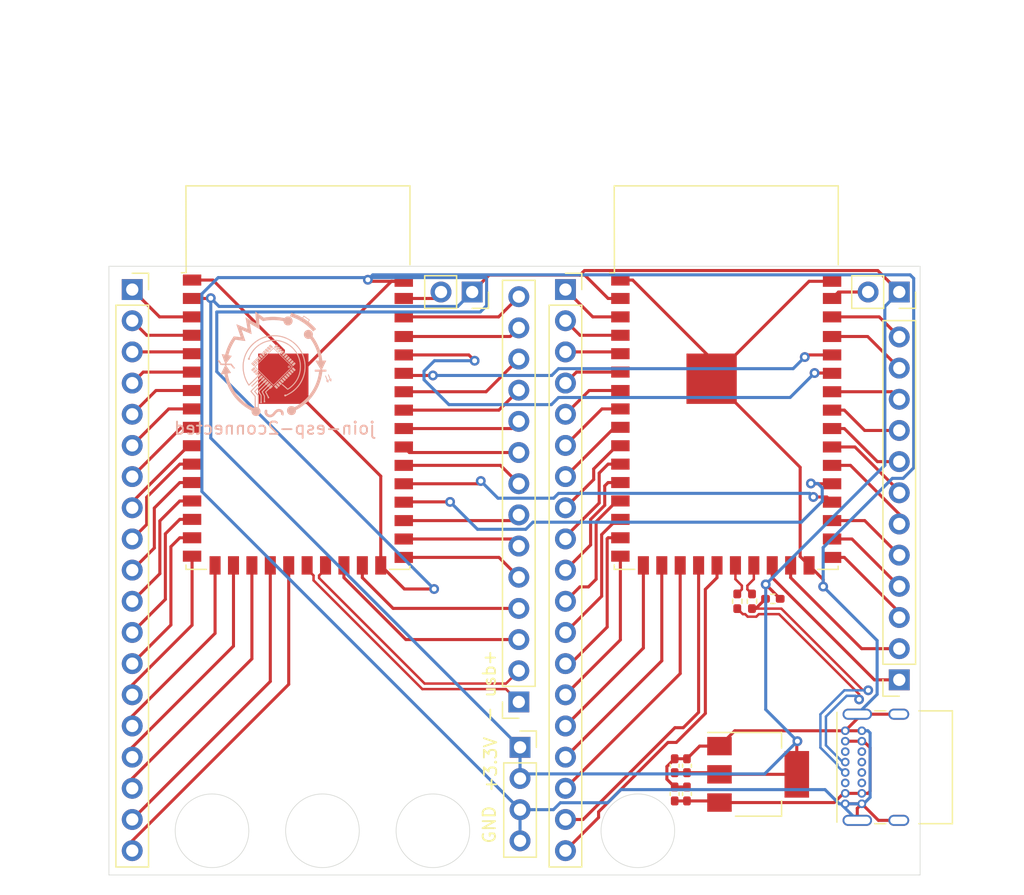
<source format=kicad_pcb>
(kicad_pcb (version 20171130) (host pcbnew "(5.1.6)-1")

  (general
    (thickness 1.6)
    (drawings 14)
    (tracks 409)
    (zones 0)
    (modules 19)
    (nets 80)
  )

  (page A4)
  (layers
    (0 F.Cu signal)
    (31 B.Cu signal)
    (32 B.Adhes user)
    (33 F.Adhes user)
    (34 B.Paste user)
    (35 F.Paste user)
    (36 B.SilkS user)
    (37 F.SilkS user)
    (38 B.Mask user)
    (39 F.Mask user)
    (40 Dwgs.User user)
    (41 Cmts.User user)
    (42 Eco1.User user)
    (43 Eco2.User user)
    (44 Edge.Cuts user)
    (45 Margin user)
    (46 B.CrtYd user)
    (47 F.CrtYd user)
    (48 B.Fab user)
    (49 F.Fab user)
  )

  (setup
    (last_trace_width 0.25)
    (trace_clearance 0.2)
    (zone_clearance 0.508)
    (zone_45_only no)
    (trace_min 0.2)
    (via_size 0.8)
    (via_drill 0.4)
    (via_min_size 0.4)
    (via_min_drill 0.3)
    (uvia_size 0.3)
    (uvia_drill 0.1)
    (uvias_allowed no)
    (uvia_min_size 0.2)
    (uvia_min_drill 0.1)
    (edge_width 0.05)
    (segment_width 0.2)
    (pcb_text_width 0.3)
    (pcb_text_size 1.5 1.5)
    (mod_edge_width 0.12)
    (mod_text_size 1 1)
    (mod_text_width 0.15)
    (pad_size 1.7 1.7)
    (pad_drill 1)
    (pad_to_mask_clearance 0)
    (aux_axis_origin 0 0)
    (visible_elements 7FFFFFFF)
    (pcbplotparams
      (layerselection 0x010fc_ffffffff)
      (usegerberextensions false)
      (usegerberattributes true)
      (usegerberadvancedattributes true)
      (creategerberjobfile true)
      (excludeedgelayer true)
      (linewidth 0.100000)
      (plotframeref false)
      (viasonmask false)
      (mode 1)
      (useauxorigin false)
      (hpglpennumber 1)
      (hpglpenspeed 20)
      (hpglpendiameter 15.000000)
      (psnegative false)
      (psa4output false)
      (plotreference true)
      (plotvalue true)
      (plotinvisibletext false)
      (padsonsilk false)
      (subtractmaskfromsilk false)
      (outputformat 1)
      (mirror false)
      (drillshape 0)
      (scaleselection 1)
      (outputdirectory "gerber/"))
  )

  (net 0 "")
  (net 1 GND)
  (net 2 /vbus)
  (net 3 +3V3)
  (net 4 "Net-(J1-Pad19)")
  (net 5 "Net-(J1-Pad18)")
  (net 6 "Net-(J1-Pad17)")
  (net 7 "Net-(J1-Pad16)")
  (net 8 "Net-(J1-Pad15)")
  (net 9 "Net-(J1-Pad14)")
  (net 10 "Net-(J1-Pad13)")
  (net 11 "Net-(J1-Pad12)")
  (net 12 "Net-(J1-Pad11)")
  (net 13 "Net-(J1-Pad10)")
  (net 14 "Net-(J1-Pad9)")
  (net 15 "Net-(J1-Pad8)")
  (net 16 "Net-(J1-Pad7)")
  (net 17 "Net-(J1-Pad6)")
  (net 18 "Net-(J1-Pad5)")
  (net 19 "Net-(J1-Pad4)")
  (net 20 "Net-(J1-Pad3)")
  (net 21 "Net-(J1-Pad2)")
  (net 22 "Net-(J1-Pad1)")
  (net 23 "Net-(J2-Pad2)")
  (net 24 "Net-(J3-Pad12)")
  (net 25 "Net-(J3-Pad11)")
  (net 26 "Net-(J3-Pad10)")
  (net 27 "Net-(J3-Pad9)")
  (net 28 "Net-(J3-Pad8)")
  (net 29 "Net-(J3-Pad7)")
  (net 30 "Net-(J3-Pad6)")
  (net 31 "Net-(J3-Pad5)")
  (net 32 "Net-(J3-Pad4)")
  (net 33 "Net-(J3-Pad3)")
  (net 34 "Net-(J3-Pad2)")
  (net 35 "Net-(J3-Pad1)")
  (net 36 "Net-(J4-Pad14)")
  (net 37 "Net-(J4-Pad13)")
  (net 38 "Net-(J4-Pad12)")
  (net 39 "Net-(J4-Pad11)")
  (net 40 "Net-(J4-Pad10)")
  (net 41 "Net-(J4-Pad9)")
  (net 42 "Net-(J4-Pad8)")
  (net 43 "Net-(J4-Pad7)")
  (net 44 "Net-(J4-Pad6)")
  (net 45 "Net-(J4-Pad5)")
  (net 46 "Net-(J4-Pad4)")
  (net 47 "Net-(J4-Pad3)")
  (net 48 "Net-(J5-Pad19)")
  (net 49 "Net-(J5-Pad18)")
  (net 50 "Net-(J5-Pad17)")
  (net 51 "Net-(J5-Pad16)")
  (net 52 "Net-(J5-Pad15)")
  (net 53 "Net-(J5-Pad14)")
  (net 54 "Net-(J5-Pad13)")
  (net 55 "Net-(J5-Pad12)")
  (net 56 "Net-(J5-Pad11)")
  (net 57 "Net-(J5-Pad10)")
  (net 58 "Net-(J5-Pad9)")
  (net 59 "Net-(J5-Pad8)")
  (net 60 "Net-(J5-Pad7)")
  (net 61 "Net-(J5-Pad6)")
  (net 62 "Net-(J5-Pad5)")
  (net 63 "Net-(J5-Pad4)")
  (net 64 "Net-(J5-Pad3)")
  (net 65 "Net-(J5-Pad2)")
  (net 66 "Net-(J5-Pad1)")
  (net 67 "Net-(J6-Pad2)")
  (net 68 "Net-(P1-PadB5)")
  (net 69 /d-)
  (net 70 /d+)
  (net 71 "Net-(P1-PadA5)")
  (net 72 /rd-)
  (net 73 /rd+)
  (net 74 /tx)
  (net 75 /rx)
  (net 76 /io2)
  (net 77 /io1)
  (net 78 /usb_d+)
  (net 79 /usb_d-)

  (net_class Default "This is the default net class."
    (clearance 0.2)
    (trace_width 0.25)
    (via_dia 0.8)
    (via_drill 0.4)
    (uvia_dia 0.3)
    (uvia_drill 0.1)
    (add_net +3V3)
    (add_net /d+)
    (add_net /d-)
    (add_net /io1)
    (add_net /io2)
    (add_net /rd+)
    (add_net /rd-)
    (add_net /rx)
    (add_net /tx)
    (add_net /usb_d+)
    (add_net /usb_d-)
    (add_net /vbus)
    (add_net GND)
    (add_net "Net-(J1-Pad1)")
    (add_net "Net-(J1-Pad10)")
    (add_net "Net-(J1-Pad11)")
    (add_net "Net-(J1-Pad12)")
    (add_net "Net-(J1-Pad13)")
    (add_net "Net-(J1-Pad14)")
    (add_net "Net-(J1-Pad15)")
    (add_net "Net-(J1-Pad16)")
    (add_net "Net-(J1-Pad17)")
    (add_net "Net-(J1-Pad18)")
    (add_net "Net-(J1-Pad19)")
    (add_net "Net-(J1-Pad2)")
    (add_net "Net-(J1-Pad3)")
    (add_net "Net-(J1-Pad4)")
    (add_net "Net-(J1-Pad5)")
    (add_net "Net-(J1-Pad6)")
    (add_net "Net-(J1-Pad7)")
    (add_net "Net-(J1-Pad8)")
    (add_net "Net-(J1-Pad9)")
    (add_net "Net-(J2-Pad2)")
    (add_net "Net-(J3-Pad1)")
    (add_net "Net-(J3-Pad10)")
    (add_net "Net-(J3-Pad11)")
    (add_net "Net-(J3-Pad12)")
    (add_net "Net-(J3-Pad2)")
    (add_net "Net-(J3-Pad3)")
    (add_net "Net-(J3-Pad4)")
    (add_net "Net-(J3-Pad5)")
    (add_net "Net-(J3-Pad6)")
    (add_net "Net-(J3-Pad7)")
    (add_net "Net-(J3-Pad8)")
    (add_net "Net-(J3-Pad9)")
    (add_net "Net-(J4-Pad10)")
    (add_net "Net-(J4-Pad11)")
    (add_net "Net-(J4-Pad12)")
    (add_net "Net-(J4-Pad13)")
    (add_net "Net-(J4-Pad14)")
    (add_net "Net-(J4-Pad3)")
    (add_net "Net-(J4-Pad4)")
    (add_net "Net-(J4-Pad5)")
    (add_net "Net-(J4-Pad6)")
    (add_net "Net-(J4-Pad7)")
    (add_net "Net-(J4-Pad8)")
    (add_net "Net-(J4-Pad9)")
    (add_net "Net-(J5-Pad1)")
    (add_net "Net-(J5-Pad10)")
    (add_net "Net-(J5-Pad11)")
    (add_net "Net-(J5-Pad12)")
    (add_net "Net-(J5-Pad13)")
    (add_net "Net-(J5-Pad14)")
    (add_net "Net-(J5-Pad15)")
    (add_net "Net-(J5-Pad16)")
    (add_net "Net-(J5-Pad17)")
    (add_net "Net-(J5-Pad18)")
    (add_net "Net-(J5-Pad19)")
    (add_net "Net-(J5-Pad2)")
    (add_net "Net-(J5-Pad3)")
    (add_net "Net-(J5-Pad4)")
    (add_net "Net-(J5-Pad5)")
    (add_net "Net-(J5-Pad6)")
    (add_net "Net-(J5-Pad7)")
    (add_net "Net-(J5-Pad8)")
    (add_net "Net-(J5-Pad9)")
    (add_net "Net-(J6-Pad2)")
    (add_net "Net-(P1-PadA5)")
    (add_net "Net-(P1-PadB5)")
  )

  (module 项目3专用库:logo1 (layer B.Cu) (tedit 0) (tstamp 5F7CCA87)
    (at 130.6 29.2 180)
    (fp_text reference G*** (at 0 0) (layer B.SilkS) hide
      (effects (font (size 1.524 1.524) (thickness 0.3)) (justify mirror))
    )
    (fp_text value LOGO (at 0.75 0) (layer B.SilkS) hide
      (effects (font (size 1.524 1.524) (thickness 0.3)) (justify mirror))
    )
    (fp_poly (pts (xy -0.300613 -3.635701) (xy -0.224247 -3.652723) (xy -0.150779 -3.684944) (xy -0.078924 -3.733137)
      (xy -0.007398 -3.798074) (xy 0.065083 -3.880527) (xy 0.095685 -3.91999) (xy 0.152617 -3.988603)
      (xy 0.207675 -4.039874) (xy 0.262248 -4.074989) (xy 0.291806 -4.087581) (xy 0.356124 -4.101006)
      (xy 0.419411 -4.097182) (xy 0.478853 -4.077588) (xy 0.531636 -4.043706) (xy 0.574946 -3.997014)
      (xy 0.605971 -3.938995) (xy 0.612713 -3.918735) (xy 0.615683 -3.889096) (xy 0.60761 -3.852888)
      (xy 0.605096 -3.845608) (xy 0.594607 -3.796238) (xy 0.601024 -3.754406) (xy 0.624208 -3.720683)
      (xy 0.638743 -3.709187) (xy 0.668886 -3.692723) (xy 0.696135 -3.688925) (xy 0.728377 -3.697189)
      (xy 0.739156 -3.70149) (xy 0.761226 -3.714348) (xy 0.778818 -3.734866) (xy 0.796429 -3.768307)
      (xy 0.796668 -3.768828) (xy 0.817639 -3.836129) (xy 0.821804 -3.90635) (xy 0.810459 -3.977287)
      (xy 0.784901 -4.046737) (xy 0.746427 -4.112495) (xy 0.696335 -4.172359) (xy 0.635922 -4.224125)
      (xy 0.566484 -4.265591) (xy 0.489319 -4.294551) (xy 0.486778 -4.295236) (xy 0.439246 -4.303511)
      (xy 0.38222 -4.307028) (xy 0.324438 -4.305671) (xy 0.274641 -4.299324) (xy 0.269226 -4.29813)
      (xy 0.190982 -4.270764) (xy 0.113275 -4.226249) (xy 0.038288 -4.166182) (xy -0.031796 -4.092156)
      (xy -0.057743 -4.059296) (xy -0.117294 -3.985464) (xy -0.174215 -3.925994) (xy -0.227246 -3.882098)
      (xy -0.266646 -3.858714) (xy -0.320287 -3.841671) (xy -0.373598 -3.839222) (xy -0.423588 -3.849917)
      (xy -0.467266 -3.872303) (xy -0.501642 -3.904929) (xy -0.523725 -3.946346) (xy -0.530585 -3.986785)
      (xy -0.529605 -4.019796) (xy -0.52603 -4.049279) (xy -0.524324 -4.056781) (xy -0.521889 -4.068849)
      (xy -0.524318 -4.078583) (xy -0.534413 -4.088454) (xy -0.554978 -4.100928) (xy -0.588813 -4.118474)
      (xy -0.601748 -4.124984) (xy -0.638298 -4.142924) (xy -0.668802 -4.157119) (xy -0.68923 -4.165738)
      (xy -0.695204 -4.167482) (xy -0.705583 -4.158775) (xy -0.715897 -4.13541) (xy -0.725149 -4.101522)
      (xy -0.732344 -4.061245) (xy -0.736488 -4.018712) (xy -0.737093 -3.993445) (xy -0.728023 -3.910336)
      (xy -0.702507 -3.836319) (xy -0.660712 -3.771653) (xy -0.602805 -3.716597) (xy -0.530074 -3.671962)
      (xy -0.488978 -3.653095) (xy -0.454526 -3.641823) (xy -0.417565 -3.635756) (xy -0.38116 -3.633105)
      (xy -0.300613 -3.635701)) (layer B.SilkS) (width 0.01))
    (fp_poly (pts (xy 1.567878 4.286296) (xy 1.566365 4.259864) (xy 1.563745 4.218222) (xy 1.560136 4.163148)
      (xy 1.555656 4.096421) (xy 1.550424 4.019818) (xy 1.544558 3.935119) (xy 1.538177 3.844102)
      (xy 1.536544 3.820975) (xy 1.530108 3.728557) (xy 1.52427 3.641918) (xy 1.519137 3.562851)
      (xy 1.514814 3.49315) (xy 1.511411 3.434609) (xy 1.509034 3.38902) (xy 1.50779 3.358179)
      (xy 1.507786 3.343877) (xy 1.507982 3.343105) (xy 1.516777 3.346804) (xy 1.54023 3.359242)
      (xy 1.576823 3.379551) (xy 1.625035 3.406862) (xy 1.683348 3.440307) (xy 1.750243 3.479018)
      (xy 1.8242 3.522126) (xy 1.903702 3.568763) (xy 1.936729 3.588219) (xy 2.018014 3.636128)
      (xy 2.094306 3.681022) (xy 2.164089 3.722017) (xy 2.22585 3.758226) (xy 2.278073 3.788763)
      (xy 2.319243 3.812741) (xy 2.347848 3.829273) (xy 2.36237 3.837473) (xy 2.363896 3.838222)
      (xy 2.362969 3.829247) (xy 2.359065 3.803481) (xy 2.352477 3.762659) (xy 2.343495 3.708521)
      (xy 2.332411 3.642802) (xy 2.319517 3.56724) (xy 2.305103 3.483572) (xy 2.289463 3.393535)
      (xy 2.28464 3.365913) (xy 2.268671 3.274215) (xy 2.253823 3.188283) (xy 2.240392 3.109868)
      (xy 2.228672 3.04072) (xy 2.218955 2.982591) (xy 2.211538 2.93723) (xy 2.206714 2.906388)
      (xy 2.204777 2.891815) (xy 2.204797 2.890882) (xy 2.213698 2.893968) (xy 2.238251 2.903845)
      (xy 2.276841 2.919829) (xy 2.327852 2.941241) (xy 2.389669 2.967396) (xy 2.460677 2.997614)
      (xy 2.539261 3.031213) (xy 2.623805 3.06751) (xy 2.656803 3.081716) (xy 2.74322 3.118826)
      (xy 2.824343 3.153431) (xy 2.898549 3.184856) (xy 2.964216 3.212425) (xy 3.01972 3.23546)
      (xy 3.06344 3.253287) (xy 3.093753 3.265228) (xy 3.109036 3.270609) (xy 3.110561 3.270797)
      (xy 3.108401 3.26134) (xy 3.100611 3.235669) (xy 3.087713 3.195353) (xy 3.070225 3.141959)
      (xy 3.04867 3.077057) (xy 3.023567 3.002214) (xy 2.995437 2.918997) (xy 2.9648 2.828975)
      (xy 2.935111 2.742259) (xy 2.902626 2.647455) (xy 2.872123 2.558082) (xy 2.844128 2.475701)
      (xy 2.819165 2.401874) (xy 2.79776 2.338162) (xy 2.780436 2.286126) (xy 2.767718 2.247326)
      (xy 2.760131 2.223324) (xy 2.758131 2.215656) (xy 2.767836 2.216195) (xy 2.793868 2.218948)
      (xy 2.833907 2.223634) (xy 2.885632 2.229973) (xy 2.946722 2.237683) (xy 3.014855 2.246484)
      (xy 3.038532 2.249586) (xy 3.315989 2.286055) (xy 3.3325 2.264861) (xy 3.343129 2.250262)
      (xy 3.362211 2.223124) (xy 3.387638 2.18648) (xy 3.417303 2.143363) (xy 3.441981 2.107259)
      (xy 3.567678 1.911371) (xy 3.679008 1.712829) (xy 3.778832 1.506229) (xy 3.85077 1.335456)
      (xy 3.873334 1.276397) (xy 3.897507 1.209328) (xy 3.922133 1.137824) (xy 3.946059 1.065465)
      (xy 3.968128 0.995827) (xy 3.987187 0.932488) (xy 4.002079 0.879026) (xy 4.011652 0.839017)
      (xy 4.012602 0.834156) (xy 4.019412 0.810107) (xy 4.02787 0.795554) (xy 4.02991 0.794242)
      (xy 4.042577 0.794357) (xy 4.070111 0.797339) (xy 4.108867 0.802709) (xy 4.155198 0.809992)
      (xy 4.172186 0.812846) (xy 4.219395 0.820766) (xy 4.259392 0.827207) (xy 4.288821 0.831651)
      (xy 4.304323 0.833575) (xy 4.305859 0.833543) (xy 4.303112 0.824644) (xy 4.294448 0.799976)
      (xy 4.280543 0.761393) (xy 4.262076 0.710747) (xy 4.239722 0.649892) (xy 4.214159 0.58068)
      (xy 4.186064 0.504965) (xy 4.173037 0.469968) (xy 4.143664 0.391048) (xy 4.11618 0.317039)
      (xy 4.091317 0.24993) (xy 4.06981 0.191708) (xy 4.052393 0.144362) (xy 4.039799 0.109879)
      (xy 4.032762 0.090248) (xy 4.031674 0.087018) (xy 4.025103 0.065852) (xy 4.178607 0.066118)
      (xy 4.332111 0.066385) (xy 4.419976 0.202526) (xy 4.50784 0.338667) (xy 4.57363 0.338667)
      (xy 4.605512 0.337654) (xy 4.627909 0.334987) (xy 4.636359 0.331222) (xy 4.636284 0.330851)
      (xy 4.630445 0.321069) (xy 4.615758 0.297854) (xy 4.593702 0.263503) (xy 4.565755 0.220311)
      (xy 4.533395 0.170574) (xy 4.512243 0.13819) (xy 4.391338 -0.046654) (xy 4.204179 -0.049197)
      (xy 4.017019 -0.051741) (xy 4.204031 -0.432741) (xy 4.242491 -0.51118) (xy 4.278231 -0.584236)
      (xy 4.310432 -0.650218) (xy 4.33827 -0.707437) (xy 4.360926 -0.754201) (xy 4.377578 -0.788821)
      (xy 4.387404 -0.809606) (xy 4.389799 -0.815137) (xy 4.380587 -0.814267) (xy 4.355962 -0.810955)
      (xy 4.319102 -0.805655) (xy 4.273185 -0.798819) (xy 4.242741 -0.794189) (xy 4.19251 -0.78653)
      (xy 4.14904 -0.779974) (xy 4.115635 -0.775013) (xy 4.095597 -0.772141) (xy 4.091399 -0.771626)
      (xy 4.087557 -0.780157) (xy 4.081643 -0.803318) (xy 4.074589 -0.837165) (xy 4.069814 -0.86313)
      (xy 4.017071 -1.111863) (xy 3.946409 -1.359896) (xy 3.858691 -1.605349) (xy 3.754775 -1.846341)
      (xy 3.635523 -2.080992) (xy 3.501794 -2.307421) (xy 3.354448 -2.523749) (xy 3.2446 -2.667)
      (xy 3.071483 -2.867687) (xy 2.884252 -3.057667) (xy 2.68464 -3.235508) (xy 2.474381 -3.399778)
      (xy 2.255207 -3.549044) (xy 2.028853 -3.681875) (xy 1.993742 -3.700634) (xy 1.877469 -3.761952)
      (xy 1.875717 -3.835365) (xy 1.865106 -3.919238) (xy 1.838256 -3.995469) (xy 1.796403 -4.062315)
      (xy 1.740783 -4.118037) (xy 1.672634 -4.160894) (xy 1.632654 -4.177519) (xy 1.587634 -4.188459)
      (xy 1.53411 -4.194184) (xy 1.479152 -4.194556) (xy 1.429829 -4.189436) (xy 1.40119 -4.182058)
      (xy 1.32203 -4.143871) (xy 1.25598 -4.092743) (xy 1.203844 -4.02939) (xy 1.178744 -3.984037)
      (xy 1.166221 -3.95503) (xy 1.158402 -3.929223) (xy 1.154218 -3.900494) (xy 1.152596 -3.862725)
      (xy 1.152408 -3.833519) (xy 1.15294 -3.788211) (xy 1.155313 -3.755493) (xy 1.160691 -3.729154)
      (xy 1.170241 -3.702981) (xy 1.181519 -3.678296) (xy 1.202821 -3.640114) (xy 1.228787 -3.602624)
      (xy 1.249723 -3.578274) (xy 1.288815 -3.539399) (xy 1.288815 -2.523929) (xy 1.571615 -2.197299)
      (xy 1.216573 -1.842165) (xy 1.138741 -1.764362) (xy 1.07308 -1.698897) (xy 1.018493 -1.644769)
      (xy 0.97388 -1.600976) (xy 0.938146 -1.566518) (xy 0.910191 -1.540393) (xy 0.888917 -1.5216)
      (xy 0.873228 -1.509139) (xy 0.862023 -1.502007) (xy 0.854207 -1.499205) (xy 0.848681 -1.49973)
      (xy 0.844347 -1.502582) (xy 0.84425 -1.502669) (xy 0.837056 -1.507854) (xy 0.829058 -1.508673)
      (xy 0.818018 -1.503487) (xy 0.801694 -1.49066) (xy 0.777847 -1.468554) (xy 0.744239 -1.435531)
      (xy 0.721751 -1.413091) (xy 0.616534 -1.307873) (xy 0.728632 -1.194593) (xy 0.834595 -1.300256)
      (xy 0.874445 -1.340325) (xy 0.90235 -1.369483) (xy 0.919937 -1.38985) (xy 0.928829 -1.403548)
      (xy 0.930652 -1.412699) (xy 0.927031 -1.419424) (xy 0.926392 -1.420085) (xy 0.924461 -1.424208)
      (xy 0.925835 -1.430726) (xy 0.931465 -1.440664) (xy 0.942302 -1.455047) (xy 0.959294 -1.474901)
      (xy 0.983392 -1.501251) (xy 1.015546 -1.535123) (xy 1.056707 -1.577542) (xy 1.107824 -1.629532)
      (xy 1.169847 -1.69212) (xy 1.243727 -1.766331) (xy 1.29272 -1.81544) (xy 1.673215 -2.19663)
      (xy 1.518645 -2.374313) (xy 1.364074 -2.551995) (xy 1.364074 -3.497355) (xy 1.400083 -3.484949)
      (xy 1.431411 -3.476797) (xy 1.469635 -3.47032) (xy 1.487101 -3.468455) (xy 1.538111 -3.464367)
      (xy 1.540555 -3.027559) (xy 1.542999 -2.59075) (xy 1.707365 -2.39369) (xy 1.750541 -2.341747)
      (xy 1.789487 -2.294549) (xy 1.822648 -2.254008) (xy 1.848471 -2.222036) (xy 1.8654 -2.200545)
      (xy 1.87188 -2.191447) (xy 1.871903 -2.19134) (xy 1.8655 -2.183905) (xy 1.846968 -2.164231)
      (xy 1.817412 -2.133453) (xy 1.777938 -2.092705) (xy 1.729652 -2.043123) (xy 1.673658 -1.985839)
      (xy 1.611062 -1.921989) (xy 1.54297 -1.852707) (xy 1.470488 -1.779127) (xy 1.447545 -1.755872)
      (xy 1.362189 -1.669411) (xy 1.28904 -1.595433) (xy 1.227106 -1.533012) (xy 1.175397 -1.481222)
      (xy 1.132922 -1.439136) (xy 1.098691 -1.405827) (xy 1.071712 -1.380369) (xy 1.050994 -1.361835)
      (xy 1.035547 -1.3493) (xy 1.02438 -1.341836) (xy 1.016502 -1.338518) (xy 1.010923 -1.338418)
      (xy 1.00665 -1.34061) (xy 1.004956 -1.342037) (xy 0.997605 -1.347612) (xy 0.989791 -1.349001)
      (xy 0.979254 -1.344578) (xy 0.963735 -1.332712) (xy 0.940974 -1.311774) (xy 0.908712 -1.280137)
      (xy 0.881677 -1.253165) (xy 0.776459 -1.147947) (xy 0.832509 -1.091307) (xy 0.888558 -1.034667)
      (xy 0.994454 -1.140263) (xy 1.039098 -1.185929) (xy 1.070326 -1.220477) (xy 1.087842 -1.243555)
      (xy 1.091349 -1.254809) (xy 1.091101 -1.255107) (xy 1.082477 -1.269368) (xy 1.081852 -1.27317)
      (xy 1.088323 -1.281165) (xy 1.10701 -1.301351) (xy 1.136827 -1.332617) (xy 1.176688 -1.37385)
      (xy 1.225506 -1.423937) (xy 1.282194 -1.481764) (xy 1.345667 -1.546219) (xy 1.414838 -1.61619)
      (xy 1.48862 -1.690563) (xy 1.528704 -1.730865) (xy 1.604479 -1.807132) (xy 1.676209 -1.879615)
      (xy 1.742809 -1.947199) (xy 1.803189 -2.008765) (xy 1.856265 -2.063198) (xy 1.900948 -2.109381)
      (xy 1.936151 -2.146196) (xy 1.960788 -2.172527) (xy 1.973771 -2.187257) (xy 1.975556 -2.189964)
      (xy 1.969679 -2.199477) (xy 1.953063 -2.221384) (xy 1.927229 -2.253807) (xy 1.8937 -2.294868)
      (xy 1.853995 -2.342691) (xy 1.809638 -2.395396) (xy 1.797186 -2.410073) (xy 1.618816 -2.619963)
      (xy 1.618445 -3.050226) (xy 1.618074 -3.480488) (xy 1.651546 -3.494474) (xy 1.682744 -3.509832)
      (xy 1.711977 -3.52766) (xy 1.712831 -3.528264) (xy 1.740645 -3.548069) (xy 1.83223 -3.499069)
      (xy 2.01772 -3.39494) (xy 2.188088 -3.288629) (xy 2.34702 -3.177427) (xy 2.498201 -3.058621)
      (xy 2.645316 -2.929501) (xy 2.770953 -2.808582) (xy 2.951341 -2.616416) (xy 3.114966 -2.417133)
      (xy 3.262687 -2.20939) (xy 3.39536 -1.991844) (xy 3.513843 -1.763152) (xy 3.618993 -1.52197)
      (xy 3.659198 -1.417136) (xy 3.68006 -1.357333) (xy 3.702048 -1.288547) (xy 3.724414 -1.213687)
      (xy 3.746408 -1.135664) (xy 3.767282 -1.057388) (xy 3.786288 -0.981768) (xy 3.802677 -0.911714)
      (xy 3.815699 -0.850136) (xy 3.824607 -0.799944) (xy 3.828651 -0.764049) (xy 3.828815 -0.757906)
      (xy 3.828275 -0.748165) (xy 3.824909 -0.740721) (xy 3.816101 -0.734767) (xy 3.799236 -0.729496)
      (xy 3.771698 -0.724101) (xy 3.730869 -0.717775) (xy 3.674134 -0.709711) (xy 3.671241 -0.709305)
      (xy 3.627342 -0.702707) (xy 3.591143 -0.696429) (xy 3.5662 -0.691151) (xy 3.556065 -0.68755)
      (xy 3.556 -0.687346) (xy 3.560999 -0.678478) (xy 3.575265 -0.655607) (xy 3.597698 -0.620434)
      (xy 3.627203 -0.57466) (xy 3.66268 -0.519987) (xy 3.703033 -0.458114) (xy 3.747164 -0.390742)
      (xy 3.762989 -0.366649) (xy 3.969977 -0.051741) (xy 3.770526 -0.049196) (xy 3.700389 -0.048567)
      (xy 3.647106 -0.048759) (xy 3.608732 -0.049862) (xy 3.583319 -0.051963) (xy 3.568921 -0.055152)
      (xy 3.563991 -0.058604) (xy 3.556 -0.069612) (xy 3.538299 -0.092618) (xy 3.512971 -0.124959)
      (xy 3.482099 -0.163973) (xy 3.455324 -0.197556) (xy 3.353741 -0.324556) (xy 3.28461 -0.327338)
      (xy 3.246814 -0.327678) (xy 3.224374 -0.325198) (xy 3.218758 -0.320618) (xy 3.225264 -0.310912)
      (xy 3.241862 -0.288548) (xy 3.266956 -0.255614) (xy 3.298945 -0.214192) (xy 3.336232 -0.166367)
      (xy 3.370588 -0.122632) (xy 3.519138 0.065852) (xy 3.735125 0.065852) (xy 3.796583 0.066145)
      (xy 3.851209 0.066966) (xy 3.89638 0.06823) (xy 3.929473 0.069851) (xy 3.947865 0.071744)
      (xy 3.950765 0.072907) (xy 3.945229 0.081727) (xy 3.92957 0.103952) (xy 3.904981 0.137956)
      (xy 3.872655 0.182112) (xy 3.833785 0.234793) (xy 3.789565 0.294374) (xy 3.741185 0.359226)
      (xy 3.721368 0.385704) (xy 3.671818 0.451972) (xy 3.626057 0.513418) (xy 3.585259 0.568448)
      (xy 3.5506 0.615465) (xy 3.523253 0.652875) (xy 3.504393 0.679081) (xy 3.495195 0.692489)
      (xy 3.494485 0.693912) (xy 3.504011 0.696321) (xy 3.528756 0.701285) (xy 3.565398 0.708171)
      (xy 3.610615 0.716345) (xy 3.631654 0.720061) (xy 3.679712 0.728708) (xy 3.720793 0.73651)
      (xy 3.751512 0.742794) (xy 3.768484 0.746883) (xy 3.770696 0.747781) (xy 3.770256 0.758671)
      (xy 3.764602 0.784563) (xy 3.754589 0.82265) (xy 3.741071 0.870126) (xy 3.724903 0.924185)
      (xy 3.70694 0.982018) (xy 3.688037 1.040821) (xy 3.669049 1.097786) (xy 3.650831 1.150105)
      (xy 3.635468 1.191768) (xy 3.570027 1.350362) (xy 3.494032 1.513023) (xy 3.410578 1.673729)
      (xy 3.322758 1.826457) (xy 3.252054 1.937926) (xy 3.230991 1.969497) (xy 3.214157 1.994582)
      (xy 3.204056 2.009458) (xy 3.20235 2.011859) (xy 3.192751 2.011385) (xy 3.166411 2.008661)
      (xy 3.125238 2.003921) (xy 3.07114 1.997396) (xy 3.006028 1.989321) (xy 2.931809 1.979927)
      (xy 2.850392 1.969447) (xy 2.793424 1.96202) (xy 2.708314 1.950938) (xy 2.629159 1.940763)
      (xy 2.557864 1.931731) (xy 2.496335 1.924078) (xy 2.446477 1.918037) (xy 2.410195 1.913846)
      (xy 2.389395 1.911738) (xy 2.385072 1.911605) (xy 2.387614 1.920778) (xy 2.395739 1.946006)
      (xy 2.408865 1.985571) (xy 2.426411 2.037751) (xy 2.447797 2.100828) (xy 2.47244 2.17308)
      (xy 2.499759 2.252788) (xy 2.529173 2.33823) (xy 2.532251 2.347148) (xy 2.562133 2.433835)
      (xy 2.590241 2.515573) (xy 2.615954 2.590547) (xy 2.638652 2.65694) (xy 2.657716 2.712934)
      (xy 2.672525 2.756713) (xy 2.68246 2.786459) (xy 2.686901 2.800357) (xy 2.686982 2.80066)
      (xy 2.686483 2.80477) (xy 2.681332 2.806154) (xy 2.670167 2.804287) (xy 2.651623 2.798644)
      (xy 2.624336 2.788699) (xy 2.586944 2.773927) (xy 2.538081 2.753802) (xy 2.476385 2.727799)
      (xy 2.400492 2.695393) (xy 2.309037 2.656057) (xy 2.286714 2.646429) (xy 2.204727 2.611179)
      (xy 2.128117 2.578473) (xy 2.058591 2.549023) (xy 1.997857 2.523542) (xy 1.94762 2.502741)
      (xy 1.909589 2.487333) (xy 1.885471 2.478029) (xy 1.876993 2.475501) (xy 1.877732 2.485309)
      (xy 1.881455 2.511792) (xy 1.887857 2.553102) (xy 1.896637 2.607388) (xy 1.90749 2.672802)
      (xy 1.920115 2.747492) (xy 1.934208 2.82961) (xy 1.947597 2.906625) (xy 1.96275 2.993716)
      (xy 1.97674 3.074974) (xy 1.989258 3.148555) (xy 2 3.212614) (xy 2.008658 3.265307)
      (xy 2.014925 3.304788) (xy 2.018494 3.329214) (xy 2.019159 3.336792) (xy 2.010693 3.33278)
      (xy 1.987599 3.320082) (xy 1.951437 3.299597) (xy 1.903768 3.272227) (xy 1.846152 3.238872)
      (xy 1.780151 3.200433) (xy 1.707324 3.15781) (xy 1.629232 3.111905) (xy 1.617517 3.105002)
      (xy 1.538821 3.058675) (xy 1.465207 3.015456) (xy 1.398229 2.976249) (xy 1.339443 2.94196)
      (xy 1.290405 2.913492) (xy 1.252668 2.891752) (xy 1.22779 2.877644) (xy 1.217326 2.872073)
      (xy 1.217097 2.872028) (xy 1.21736 2.881505) (xy 1.218853 2.907907) (xy 1.221454 2.949393)
      (xy 1.225041 3.004123) (xy 1.22949 3.070256) (xy 1.23468 3.14595) (xy 1.240489 3.229365)
      (xy 1.246606 3.316025) (xy 1.252866 3.405244) (xy 1.25856 3.488587) (xy 1.263575 3.564206)
      (xy 1.267794 3.630251) (xy 1.271102 3.684871) (xy 1.273383 3.726217) (xy 1.274522 3.752438)
      (xy 1.274427 3.761672) (xy 1.266153 3.757418) (xy 1.24503 3.743501) (xy 1.213305 3.721486)
      (xy 1.173224 3.692943) (xy 1.127033 3.659438) (xy 1.108885 3.646128) (xy 1.060462 3.611123)
      (xy 1.016672 3.580623) (xy 0.979901 3.5562) (xy 0.952537 3.539421) (xy 0.936968 3.531856)
      (xy 0.934745 3.531676) (xy 0.917402 3.536296) (xy 0.885215 3.543061) (xy 0.841944 3.551304)
      (xy 0.791347 3.560359) (xy 0.737185 3.569561) (xy 0.683216 3.578243) (xy 0.6332 3.585739)
      (xy 0.616186 3.588114) (xy 0.426069 3.608272) (xy 0.228204 3.618536) (xy 0.026881 3.619066)
      (xy -0.173612 3.610019) (xy -0.368985 3.591553) (xy -0.554949 3.563829) (xy -0.670277 3.540573)
      (xy -0.703751 3.532488) (xy -0.722794 3.525471) (xy -0.731442 3.516973) (xy -0.733727 3.50445)
      (xy -0.733777 3.500477) (xy -0.741338 3.450135) (xy -0.762369 3.394684) (xy -0.794397 3.338999)
      (xy -0.834946 3.287958) (xy -0.848738 3.273957) (xy -0.904465 3.229791) (xy -0.965613 3.200643)
      (xy -1.036167 3.18488) (xy -1.074037 3.181613) (xy -1.148875 3.182829) (xy -1.213215 3.19583)
      (xy -1.272359 3.222186) (xy -1.320258 3.254525) (xy -1.378743 3.310109) (xy -1.421554 3.375444)
      (xy -1.44952 3.451875) (xy -1.45417 3.47229) (xy -1.461412 3.511919) (xy -1.463867 3.542274)
      (xy -1.461533 3.572278) (xy -1.454407 3.610852) (xy -1.454122 3.612221) (xy -1.428649 3.69354)
      (xy -1.388523 3.763068) (xy -1.333583 3.821012) (xy -1.263669 3.867577) (xy -1.251535 3.873763)
      (xy -1.226306 3.885298) (xy -1.203492 3.892755) (xy -1.177805 3.897005) (xy -1.143956 3.89892)
      (xy -1.096656 3.89937) (xy -1.095963 3.89937) (xy -1.048431 3.89893) (xy -1.014424 3.897032)
      (xy -0.988663 3.892811) (xy -0.965867 3.885402) (xy -0.940756 3.873938) (xy -0.940721 3.87392)
      (xy -0.903497 3.852143) (xy -0.865899 3.824793) (xy -0.848683 3.809767) (xy -0.808405 3.771064)
      (xy -0.660554 3.799841) (xy -0.41866 3.839051) (xy -0.172269 3.863793) (xy 0.075517 3.874057)
      (xy 0.321595 3.869832) (xy 0.562864 3.851109) (xy 0.796221 3.817877) (xy 0.86563 3.804795)
      (xy 0.87367 3.805294) (xy 0.886033 3.809891) (xy 0.904011 3.819458) (xy 0.928896 3.834863)
      (xy 0.961979 3.856978) (xy 1.004553 3.886672) (xy 1.057907 3.924815) (xy 1.123335 3.972279)
      (xy 1.202128 4.029932) (xy 1.227815 4.048794) (xy 1.297865 4.100196) (xy 1.363099 4.147933)
      (xy 1.421989 4.190897) (xy 1.473009 4.22798) (xy 1.514631 4.258074) (xy 1.545326 4.28007)
      (xy 1.563568 4.29286) (xy 1.568164 4.29574) (xy 1.567878 4.286296)) (layer B.SilkS) (width 0.01))
    (fp_poly (pts (xy -2.714113 2.808922) (xy -2.641522 2.793484) (xy -2.573055 2.763746) (xy -2.511199 2.720222)
      (xy -2.458442 2.663429) (xy -2.418975 2.597573) (xy -2.407434 2.570752) (xy -2.400113 2.546058)
      (xy -2.396087 2.517828) (xy -2.39443 2.480402) (xy -2.394185 2.445926) (xy -2.394739 2.398759)
      (xy -2.397018 2.364728) (xy -2.401948 2.338172) (xy -2.410454 2.31343) (xy -2.418975 2.294278)
      (xy -2.461631 2.224122) (xy -2.516614 2.166616) (xy -2.581507 2.122876) (xy -2.653891 2.094015)
      (xy -2.73135 2.081148) (xy -2.811467 2.085388) (xy -2.852435 2.09446) (xy -2.881815 2.102027)
      (xy -2.902869 2.106178) (xy -2.910312 2.106219) (xy -2.931829 2.077378) (xy -2.96073 2.036134)
      (xy -2.994596 1.986143) (xy -3.031005 1.93106) (xy -3.067539 1.874542) (xy -3.101776 1.820243)
      (xy -3.127603 1.778) (xy -3.241111 1.573505) (xy -3.34257 1.359446) (xy -3.430885 1.138877)
      (xy -3.504958 0.914856) (xy -3.563694 0.690438) (xy -3.605995 0.468681) (xy -3.611954 0.428037)
      (xy -3.617508 0.389632) (xy -3.622687 0.356255) (xy -3.626522 0.334107) (xy -3.627034 0.331611)
      (xy -3.631617 0.310444) (xy -3.322181 0.310444) (xy -3.542343 -0.058796) (xy -3.762505 -0.428037)
      (xy -3.522845 -0.430548) (xy -3.283185 -0.433058) (xy -3.283185 -0.583259) (xy -3.457222 -0.583259)
      (xy -3.512095 -0.583621) (xy -3.559851 -0.584626) (xy -3.597564 -0.586157) (xy -3.622309 -0.588094)
      (xy -3.631159 -0.590315) (xy -3.629362 -0.608614) (xy -3.624676 -0.641618) (xy -3.617748 -0.685552)
      (xy -3.609223 -0.736643) (xy -3.59975 -0.791116) (xy -3.589974 -0.845196) (xy -3.580542 -0.89511)
      (xy -3.5721 -0.937082) (xy -3.570319 -0.945439) (xy -3.505482 -1.201263) (xy -3.423349 -1.450426)
      (xy -3.324488 -1.692163) (xy -3.209472 -1.925704) (xy -3.078872 -2.150281) (xy -2.933258 -2.365128)
      (xy -2.773201 -2.569476) (xy -2.599273 -2.762557) (xy -2.412044 -2.943603) (xy -2.212085 -3.111848)
      (xy -1.999967 -3.266522) (xy -1.776262 -3.406859) (xy -1.713394 -3.4425) (xy -1.62527 -3.491351)
      (xy -1.605181 -3.472478) (xy -1.586034 -3.458548) (xy -1.556536 -3.441384) (xy -1.528676 -3.427386)
      (xy -1.466794 -3.406789) (xy -1.39715 -3.396912) (xy -1.327267 -3.398252) (xy -1.268209 -3.410144)
      (xy -1.194128 -3.443087) (xy -1.131003 -3.489787) (xy -1.080071 -3.547892) (xy -1.042569 -3.615047)
      (xy -1.019735 -3.6889) (xy -1.012806 -3.767097) (xy -1.023019 -3.847285) (xy -1.028178 -3.866629)
      (xy -1.058953 -3.939484) (xy -1.104001 -4.002302) (xy -1.160856 -4.053644) (xy -1.227055 -4.092071)
      (xy -1.300133 -4.116144) (xy -1.377626 -4.124424) (xy -1.455011 -4.115932) (xy -1.495714 -4.105849)
      (xy -1.527474 -4.094348) (xy -1.557907 -4.077966) (xy -1.594631 -4.053241) (xy -1.597688 -4.05107)
      (xy -1.650592 -4.002576) (xy -1.693347 -3.941589) (xy -1.723584 -3.872745) (xy -1.738931 -3.800682)
      (xy -1.74037 -3.771921) (xy -1.74037 -3.717973) (xy -1.855538 -3.65345) (xy -2.061389 -3.528992)
      (xy -2.263442 -3.388939) (xy -2.458897 -3.235657) (xy -2.644951 -3.071515) (xy -2.818803 -2.89888)
      (xy -2.97765 -2.720121) (xy -3.01713 -2.671704) (xy -3.184417 -2.447842) (xy -3.334895 -2.215587)
      (xy -3.468417 -1.975292) (xy -3.584831 -1.727312) (xy -3.683989 -1.471999) (xy -3.765739 -1.209708)
      (xy -3.829934 -0.940792) (xy -3.876421 -0.665605) (xy -3.880743 -0.632648) (xy -3.887024 -0.583259)
      (xy -4.214518 -0.583259) (xy -4.214518 -0.433139) (xy -4.031772 -0.430588) (xy -3.849025 -0.428037)
      (xy -4.026132 -0.061148) (xy -4.203238 0.305741) (xy -4.044633 0.308313) (xy -3.886029 0.310885)
      (xy -3.881153 0.341239) (xy -3.877699 0.363321) (xy -3.872307 0.398454) (xy -3.865827 0.441081)
      (xy -3.861404 0.47037) (xy -3.81405 0.724348) (xy -3.74899 0.977271) (xy -3.66709 1.227002)
      (xy -3.569218 1.471403) (xy -3.456239 1.708337) (xy -3.329019 1.935667) (xy -3.188424 2.151254)
      (xy -3.169612 2.177744) (xy -3.137569 2.222777) (xy -3.115261 2.255441) (xy -3.101259 2.278509)
      (xy -3.094134 2.294759) (xy -3.092457 2.306963) (xy -3.0948 2.317898) (xy -3.095897 2.320891)
      (xy -3.114486 2.394516) (xy -3.11614 2.470986) (xy -3.101698 2.546973) (xy -3.071997 2.619151)
      (xy -3.027877 2.68419) (xy -2.996001 2.71734) (xy -2.931774 2.764267) (xy -2.861726 2.79483)
      (xy -2.788344 2.809542) (xy -2.714113 2.808922)) (layer B.SilkS) (width 0.01))
    (fp_poly (pts (xy 0.679212 -1.455428) (xy 0.718694 -1.495127) (xy 0.746392 -1.523877) (xy 0.763944 -1.543918)
      (xy 0.772987 -1.557487) (xy 0.775158 -1.566823) (xy 0.772094 -1.574163) (xy 0.768887 -1.578032)
      (xy 0.765711 -1.582699) (xy 0.765041 -1.588518) (xy 0.767965 -1.596704) (xy 0.775568 -1.608471)
      (xy 0.788938 -1.625031) (xy 0.80916 -1.647599) (xy 0.837321 -1.677387) (xy 0.874508 -1.715609)
      (xy 0.921807 -1.76348) (xy 0.980304 -1.822212) (xy 1.049338 -1.89127) (xy 1.129409 -1.971727)
      (xy 1.196932 -2.040483) (xy 1.251711 -2.097327) (xy 1.293546 -2.14205) (xy 1.32224 -2.174439)
      (xy 1.337594 -2.194284) (xy 1.340245 -2.200787) (xy 1.333818 -2.212673) (xy 1.318972 -2.237784)
      (xy 1.297336 -2.273441) (xy 1.270538 -2.316962) (xy 1.240207 -2.365665) (xy 1.236677 -2.371301)
      (xy 1.138297 -2.52825) (xy 1.138297 -2.778399) (xy 1.138437 -2.855634) (xy 1.138945 -2.916414)
      (xy 1.139954 -2.963098) (xy 1.141596 -2.998043) (xy 1.144002 -3.02361) (xy 1.147306 -3.042155)
      (xy 1.151639 -3.056037) (xy 1.154187 -3.061869) (xy 1.163795 -3.084429) (xy 1.164235 -3.099277)
      (xy 1.155008 -3.115396) (xy 1.150905 -3.120985) (xy 1.126944 -3.141837) (xy 1.098965 -3.15003)
      (xy 1.072936 -3.144597) (xy 1.061635 -3.135475) (xy 1.043767 -3.107407) (xy 1.042381 -3.080879)
      (xy 1.049671 -3.062206) (xy 1.053784 -3.050589) (xy 1.05701 -3.03209) (xy 1.059439 -3.004703)
      (xy 1.061165 -2.966422) (xy 1.062278 -2.915241) (xy 1.062871 -2.849155) (xy 1.063037 -2.770977)
      (xy 1.063037 -2.505512) (xy 1.147425 -2.372141) (xy 1.17634 -2.326262) (xy 1.202319 -2.284708)
      (xy 1.223417 -2.250614) (xy 1.237689 -2.227117) (xy 1.242514 -2.218774) (xy 1.244303 -2.212986)
      (xy 1.243133 -2.205588) (xy 1.237868 -2.195315) (xy 1.227375 -2.180902) (xy 1.210522 -2.161083)
      (xy 1.186174 -2.134594) (xy 1.153199 -2.100168) (xy 1.110463 -2.056542) (xy 1.056832 -2.00245)
      (xy 0.991174 -1.936626) (xy 0.977417 -1.922861) (xy 0.909553 -1.855034) (xy 0.853685 -1.799435)
      (xy 0.80855 -1.754945) (xy 0.772888 -1.720442) (xy 0.745434 -1.694804) (xy 0.724928 -1.676912)
      (xy 0.710107 -1.665644) (xy 0.699709 -1.65988) (xy 0.692471 -1.658498) (xy 0.687131 -1.660377)
      (xy 0.684331 -1.662589) (xy 0.677139 -1.667775) (xy 0.669145 -1.668599) (xy 0.658112 -1.663424)
      (xy 0.641801 -1.650613) (xy 0.617973 -1.628529) (xy 0.584391 -1.595534) (xy 0.561724 -1.572916)
      (xy 0.456406 -1.467597) (xy 0.573894 -1.350109) (xy 0.679212 -1.455428)) (layer B.SilkS) (width 0.01))
    (fp_poly (pts (xy 0.519286 -1.615354) (xy 0.558768 -1.655052) (xy 0.586466 -1.683802) (xy 0.604018 -1.703841)
      (xy 0.613061 -1.71741) (xy 0.615233 -1.726745) (xy 0.612169 -1.734087) (xy 0.608954 -1.737966)
      (xy 0.605352 -1.743159) (xy 0.604587 -1.749468) (xy 0.607872 -1.758292) (xy 0.61642 -1.771029)
      (xy 0.631442 -1.789077) (xy 0.654153 -1.813835) (xy 0.685764 -1.846701) (xy 0.727489 -1.889072)
      (xy 0.78054 -1.942348) (xy 0.823466 -1.985281) (xy 0.877392 -2.039356) (xy 0.92683 -2.089282)
      (xy 0.970257 -2.133496) (xy 1.006151 -2.170431) (xy 1.032991 -2.198524) (xy 1.049254 -2.216211)
      (xy 1.05363 -2.221857) (xy 1.049429 -2.231761) (xy 1.03768 -2.255762) (xy 1.019662 -2.291341)
      (xy 0.996656 -2.335981) (xy 0.969943 -2.387162) (xy 0.959556 -2.40691) (xy 0.865482 -2.585408)
      (xy 0.865482 -2.777629) (xy 0.865763 -2.846866) (xy 0.866716 -2.899838) (xy 0.868505 -2.939091)
      (xy 0.871295 -2.967167) (xy 0.875249 -2.98661) (xy 0.879759 -2.998469) (xy 0.887798 -3.029139)
      (xy 0.882953 -3.057225) (xy 0.866631 -3.076734) (xy 0.860729 -3.079643) (xy 0.833799 -3.085179)
      (xy 0.806104 -3.083961) (xy 0.785995 -3.07661) (xy 0.783118 -3.07387) (xy 0.767547 -3.042349)
      (xy 0.768566 -3.010437) (xy 0.775331 -2.99613) (xy 0.780399 -2.985616) (xy 0.78421 -2.969966)
      (xy 0.786928 -2.946685) (xy 0.788719 -2.913273) (xy 0.789748 -2.867237) (xy 0.790179 -2.806078)
      (xy 0.790223 -2.770799) (xy 0.790223 -2.568195) (xy 0.874889 -2.406228) (xy 0.901061 -2.355857)
      (xy 0.923947 -2.311229) (xy 0.942207 -2.275002) (xy 0.954507 -2.249831) (xy 0.959509 -2.23837)
      (xy 0.959556 -2.238072) (xy 0.953223 -2.230075) (xy 0.93527 -2.210317) (xy 0.90727 -2.180454)
      (xy 0.870794 -2.14214) (xy 0.827414 -2.097032) (xy 0.7787 -2.046785) (xy 0.751343 -2.018725)
      (xy 0.693533 -1.959618) (xy 0.647367 -1.912736) (xy 0.611382 -1.876806) (xy 0.584117 -1.850555)
      (xy 0.564109 -1.83271) (xy 0.549894 -1.821997) (xy 0.540009 -1.817145) (xy 0.532993 -1.81688)
      (xy 0.527382 -1.81993) (xy 0.525124 -1.821864) (xy 0.517788 -1.82741) (xy 0.509965 -1.828762)
      (xy 0.499399 -1.824292) (xy 0.483834 -1.81237) (xy 0.461011 -1.791368) (xy 0.428675 -1.759656)
      (xy 0.401798 -1.732842) (xy 0.29648 -1.627523) (xy 0.413968 -1.510035) (xy 0.519286 -1.615354)) (layer B.SilkS) (width 0.01))
    (fp_poly (pts (xy 0.360126 -1.776045) (xy 0.399626 -1.815814) (xy 0.427279 -1.844644) (xy 0.444715 -1.864719)
      (xy 0.453566 -1.878226) (xy 0.455464 -1.88735) (xy 0.45204 -1.89428) (xy 0.450005 -1.896472)
      (xy 0.446185 -1.902011) (xy 0.446276 -1.909093) (xy 0.451714 -1.919311) (xy 0.46393 -1.934257)
      (xy 0.484358 -1.955524) (xy 0.514433 -1.984704) (xy 0.555586 -2.023391) (xy 0.608077 -2.072089)
      (xy 0.655314 -2.116108) (xy 0.697441 -2.155989) (xy 0.732635 -2.189955) (xy 0.759072 -2.21623)
      (xy 0.774932 -2.233037) (xy 0.778768 -2.238498) (xy 0.773791 -2.248141) (xy 0.761184 -2.272081)
      (xy 0.742171 -2.308012) (xy 0.717973 -2.353627) (xy 0.689811 -2.406622) (xy 0.665237 -2.452801)
      (xy 0.629547 -2.520375) (xy 0.602248 -2.57347) (xy 0.582482 -2.613991) (xy 0.569391 -2.643843)
      (xy 0.562114 -2.66493) (xy 0.559795 -2.679156) (xy 0.560441 -2.685254) (xy 0.559827 -2.714788)
      (xy 0.5458 -2.740072) (xy 0.522777 -2.756577) (xy 0.495178 -2.759769) (xy 0.489186 -2.758316)
      (xy 0.460363 -2.741071) (xy 0.444921 -2.7147) (xy 0.444065 -2.684401) (xy 0.459001 -2.655373)
      (xy 0.464085 -2.650088) (xy 0.474771 -2.635931) (xy 0.492533 -2.60777) (xy 0.515797 -2.568308)
      (xy 0.542985 -2.520248) (xy 0.572522 -2.466293) (xy 0.586642 -2.439903) (xy 0.687263 -2.250436)
      (xy 0.628206 -2.1944) (xy 0.597474 -2.165478) (xy 0.558028 -2.128699) (xy 0.515055 -2.088884)
      (xy 0.475542 -2.052503) (xy 0.437777 -2.018115) (xy 0.411171 -1.994958) (xy 0.393151 -1.981406)
      (xy 0.38114 -1.975832) (xy 0.372566 -1.976607) (xy 0.364852 -1.982104) (xy 0.364564 -1.982364)
      (xy 0.357283 -1.987651) (xy 0.349267 -1.988525) (xy 0.338244 -1.983332) (xy 0.321941 -1.970416)
      (xy 0.298088 -1.948122) (xy 0.264412 -1.914796) (xy 0.244793 -1.895099) (xy 0.142395 -1.792111)
      (xy 0.198684 -1.731502) (xy 0.254973 -1.670892) (xy 0.360126 -1.776045)) (layer B.SilkS) (width 0.01))
    (fp_poly (pts (xy 0.263482 2.369075) (xy 0.47562 2.341889) (xy 0.684525 2.297338) (xy 0.888958 2.235624)
      (xy 1.087683 2.156955) (xy 1.279464 2.061534) (xy 1.444037 1.962206) (xy 1.623946 1.832908)
      (xy 1.790216 1.690875) (xy 1.942445 1.536746) (xy 2.080232 1.371157) (xy 2.203175 1.194745)
      (xy 2.310872 1.008147) (xy 2.402921 0.811998) (xy 2.478922 0.606937) (xy 2.538472 0.3936)
      (xy 2.58117 0.172624) (xy 2.58376 0.155222) (xy 2.592428 0.077091) (xy 2.598159 -0.014743)
      (xy 2.600985 -0.115404) (xy 2.60094 -0.220017) (xy 2.59806 -0.323704) (xy 2.592378 -0.421591)
      (xy 2.583928 -0.508802) (xy 2.578869 -0.54563) (xy 2.534965 -0.77413) (xy 2.475283 -0.99254)
      (xy 2.399681 -1.201239) (xy 2.308016 -1.400604) (xy 2.200147 -1.59101) (xy 2.160618 -1.652473)
      (xy 2.136959 -1.687532) (xy 2.116998 -1.715939) (xy 2.103022 -1.734516) (xy 2.097505 -1.740211)
      (xy 2.090047 -1.733835) (xy 2.07041 -1.715437) (xy 2.039816 -1.6862) (xy 1.999488 -1.647308)
      (xy 1.950646 -1.599946) (xy 1.894513 -1.545297) (xy 1.83231 -1.484546) (xy 1.765261 -1.418876)
      (xy 1.718166 -1.372648) (xy 1.637858 -1.293779) (xy 1.569868 -1.227139) (xy 1.513108 -1.171755)
      (xy 1.466489 -1.126656) (xy 1.428925 -1.090869) (xy 1.399325 -1.063422) (xy 1.376603 -1.043344)
      (xy 1.35967 -1.029662) (xy 1.347437 -1.021404) (xy 1.338816 -1.017597) (xy 1.332719 -1.017271)
      (xy 1.328059 -1.019452) (xy 1.325313 -1.021728) (xy 1.31785 -1.027546) (xy 1.310124 -1.029278)
      (xy 1.299866 -1.025301) (xy 1.284804 -1.013994) (xy 1.262668 -0.993735) (xy 1.231188 -0.962902)
      (xy 1.201529 -0.933313) (xy 1.096311 -0.828095) (xy 1.15236 -0.771455) (xy 1.20841 -0.714815)
      (xy 1.314096 -0.820202) (xy 1.354556 -0.861036) (xy 1.38285 -0.890997) (xy 1.40055 -0.912065)
      (xy 1.409228 -0.926225) (xy 1.410454 -0.935459) (xy 1.408444 -0.939251) (xy 1.407744 -0.944227)
      (xy 1.411901 -0.953064) (xy 1.421876 -0.966776) (xy 1.438629 -0.986375) (xy 1.463121 -1.012875)
      (xy 1.496313 -1.047289) (xy 1.539166 -1.090631) (xy 1.59264 -1.143914) (xy 1.657697 -1.208151)
      (xy 1.735296 -1.284355) (xy 1.740373 -1.289331) (xy 1.807035 -1.354445) (xy 1.869703 -1.415237)
      (xy 1.92709 -1.470489) (xy 1.97791 -1.518982) (xy 2.020877 -1.559496) (xy 2.054703 -1.590814)
      (xy 2.078101 -1.611715) (xy 2.089787 -1.620983) (xy 2.090818 -1.621311) (xy 2.097985 -1.611994)
      (xy 2.112678 -1.589506) (xy 2.13295 -1.556933) (xy 2.156854 -1.517361) (xy 2.16437 -1.504709)
      (xy 2.267396 -1.312957) (xy 2.353421 -1.115342) (xy 2.422385 -0.913017) (xy 2.474231 -0.707135)
      (xy 2.508899 -0.498846) (xy 2.526332 -0.289304) (xy 2.52647 -0.079661) (xy 2.509256 0.128932)
      (xy 2.474631 0.335323) (xy 2.422536 0.538359) (xy 2.352912 0.736887) (xy 2.285856 0.889)
      (xy 2.201846 1.049226) (xy 2.109448 1.197986) (xy 2.005897 1.339145) (xy 1.888425 1.476567)
      (xy 1.797268 1.571772) (xy 1.637075 1.720049) (xy 1.469233 1.85137) (xy 1.293237 1.965988)
      (xy 1.108582 2.064158) (xy 0.914763 2.146131) (xy 0.711274 2.212162) (xy 0.49761 2.262505)
      (xy 0.379168 2.28305) (xy 0.319405 2.289957) (xy 0.245213 2.295038) (xy 0.16089 2.298292)
      (xy 0.070733 2.299722) (xy -0.02096 2.299327) (xy -0.109894 2.297107) (xy -0.191769 2.293065)
      (xy -0.26229 2.287199) (xy -0.296333 2.282957) (xy -0.506827 2.243166) (xy -0.712453 2.186345)
      (xy -0.911689 2.113164) (xy -1.103013 2.024297) (xy -1.284903 1.920414) (xy -1.455837 1.802188)
      (xy -1.542814 1.732815) (xy -1.598251 1.684103) (xy -1.660073 1.626013) (xy -1.724378 1.562518)
      (xy -1.787263 1.497591) (xy -1.844827 1.435203) (xy -1.893166 1.379326) (xy -1.90772 1.361366)
      (xy -2.033778 1.187237) (xy -2.143599 1.004246) (xy -2.236893 0.813516) (xy -2.313372 0.616171)
      (xy -2.372745 0.413335) (xy -2.414722 0.20613) (xy -2.439013 -0.004319) (xy -2.445328 -0.21689)
      (xy -2.433378 -0.430458) (xy -2.411915 -0.592667) (xy -2.372139 -0.7807) (xy -2.315475 -0.969962)
      (xy -2.243269 -1.157048) (xy -2.156871 -1.338552) (xy -2.057626 -1.511068) (xy -2.034175 -1.547519)
      (xy -1.909562 -1.720522) (xy -1.770591 -1.882335) (xy -1.618571 -2.031789) (xy -1.454811 -2.167716)
      (xy -1.280619 -2.288946) (xy -1.097305 -2.394311) (xy -1.071067 -2.407689) (xy -0.936037 -2.475487)
      (xy -0.905381 -2.459977) (xy -0.867669 -2.449603) (xy -0.833363 -2.455585) (xy -0.806222 -2.47565)
      (xy -0.790007 -2.507529) (xy -0.787086 -2.531411) (xy -0.795047 -2.564496) (xy -0.815785 -2.58898)
      (xy -0.844584 -2.603186) (xy -0.876727 -2.605437) (xy -0.907498 -2.594057) (xy -0.923441 -2.579871)
      (xy -0.939934 -2.566334) (xy -0.97066 -2.546708) (xy -1.012723 -2.522684) (xy -1.063226 -2.495952)
      (xy -1.092783 -2.481086) (xy -1.189634 -2.429936) (xy -1.292127 -2.369965) (xy -1.394422 -2.30489)
      (xy -1.490682 -2.238428) (xy -1.575069 -2.174294) (xy -1.576204 -2.173377) (xy -1.624497 -2.132078)
      (xy -1.680872 -2.080232) (xy -1.741557 -2.02163) (xy -1.802781 -1.960063) (xy -1.860771 -1.899321)
      (xy -1.911757 -1.843193) (xy -1.950897 -1.796815) (xy -2.081424 -1.619081) (xy -2.195013 -1.434077)
      (xy -2.291947 -1.241149) (xy -2.372508 -1.039642) (xy -2.436979 -0.828904) (xy -2.485641 -0.60828)
      (xy -2.499266 -0.526815) (xy -2.505571 -0.472681) (xy -2.510485 -0.403968) (xy -2.513979 -0.324862)
      (xy -2.516025 -0.239548) (xy -2.516594 -0.152213) (xy -2.515657 -0.067042) (xy -2.513185 0.011779)
      (xy -2.50915 0.080063) (xy -2.503795 0.131704) (xy -2.463596 0.356239) (xy -2.406895 0.571766)
      (xy -2.333617 0.778442) (xy -2.243692 0.976424) (xy -2.137047 1.16587) (xy -2.01361 1.346938)
      (xy -1.873308 1.519784) (xy -1.860732 1.533957) (xy -1.716363 1.681795) (xy -1.558048 1.818388)
      (xy -1.387732 1.94256) (xy -1.207362 2.053134) (xy -1.018884 2.148935) (xy -0.824246 2.228786)
      (xy -0.625393 2.291513) (xy -0.592666 2.300045) (xy -0.379964 2.344379) (xy -0.165547 2.370525)
      (xy 0.049348 2.378688) (xy 0.263482 2.369075)) (layer B.SilkS) (width 0.01))
    (fp_poly (pts (xy 0.156185 1.99758) (xy 0.243671 1.993358) (xy 0.320243 1.986675) (xy 0.357146 1.98176)
      (xy 0.560864 1.940809) (xy 0.75655 1.882959) (xy 0.943848 1.808385) (xy 1.122402 1.717263)
      (xy 1.291853 1.609771) (xy 1.451847 1.486084) (xy 1.560459 1.387609) (xy 1.692381 1.248402)
      (xy 1.811822 1.098586) (xy 1.917206 0.940522) (xy 2.006961 0.776573) (xy 2.079499 0.60913)
      (xy 2.09416 0.573334) (xy 2.107849 0.545406) (xy 2.118532 0.529258) (xy 2.122305 0.526815)
      (xy 2.135766 0.52001) (xy 2.152448 0.503484) (xy 2.153614 0.502028) (xy 2.170032 0.46936)
      (xy 2.170824 0.437418) (xy 2.159037 0.409002) (xy 2.137718 0.38691) (xy 2.109914 0.373942)
      (xy 2.078673 0.372897) (xy 2.047043 0.386575) (xy 2.036961 0.394869) (xy 2.017964 0.422211)
      (xy 2.014333 0.45583) (xy 2.023625 0.493221) (xy 2.027872 0.509839) (xy 2.027388 0.527929)
      (xy 2.021292 0.552299) (xy 2.008702 0.587758) (xy 2.00404 0.599946) (xy 1.935195 0.755314)
      (xy 1.849714 0.909152) (xy 1.749709 1.058325) (xy 1.637291 1.199699) (xy 1.514571 1.330139)
      (xy 1.507934 1.336577) (xy 1.357545 1.469041) (xy 1.197634 1.585304) (xy 1.028467 1.685237)
      (xy 0.850308 1.768708) (xy 0.663422 1.835585) (xy 0.468074 1.885739) (xy 0.354308 1.906594)
      (xy 0.288816 1.914459) (xy 0.209853 1.919997) (xy 0.12217 1.92321) (xy 0.030521 1.924095)
      (xy -0.060342 1.922655) (xy -0.145668 1.918889) (xy -0.220703 1.912797) (xy -0.268111 1.906581)
      (xy -0.468227 1.86487) (xy -0.660436 1.806471) (xy -0.844017 1.731878) (xy -1.018249 1.641586)
      (xy -1.182411 1.536089) (xy -1.335781 1.415883) (xy -1.47764 1.281461) (xy -1.607266 1.133318)
      (xy -1.723939 0.971949) (xy -1.791788 0.861419) (xy -1.881023 0.687482) (xy -1.952994 0.50741)
      (xy -2.007717 0.322519) (xy -2.045206 0.134121) (xy -2.065477 -0.056468) (xy -2.068544 -0.247936)
      (xy -2.054423 -0.438968) (xy -2.023127 -0.628251) (xy -1.974672 -0.814469) (xy -1.909072 -0.996311)
      (xy -1.826343 -1.172461) (xy -1.767655 -1.276256) (xy -1.673652 -1.416612) (xy -1.564118 -1.55349)
      (xy -1.442336 -1.683478) (xy -1.311589 -1.803162) (xy -1.175161 -1.909131) (xy -1.126957 -1.942163)
      (xy -1.073284 -1.977662) (xy -0.857276 -1.788461) (xy -0.80322 -1.741346) (xy -0.753565 -1.698513)
      (xy -0.710105 -1.661474) (xy -0.674637 -1.631743) (xy -0.648954 -1.610833) (xy -0.634852 -1.600257)
      (xy -0.632847 -1.599259) (xy -0.622083 -1.606126) (xy -0.606986 -1.622896) (xy -0.605206 -1.625257)
      (xy -0.585985 -1.651254) (xy -0.811004 -1.848683) (xy -0.866694 -1.897463) (xy -0.918393 -1.942592)
      (xy -0.964262 -1.982475) (xy -1.002459 -2.015519) (xy -1.031143 -2.040128) (xy -1.048475 -2.054708)
      (xy -1.052332 -2.057755) (xy -1.061839 -2.061648) (xy -1.074808 -2.05978) (xy -1.094444 -2.050784)
      (xy -1.123957 -2.033288) (xy -1.152857 -2.014831) (xy -1.304904 -1.905707) (xy -1.449227 -1.781046)
      (xy -1.583744 -1.643207) (xy -1.70637 -1.494546) (xy -1.815021 -1.33742) (xy -1.907615 -1.174186)
      (xy -1.922502 -1.144159) (xy -2.00225 -0.958461) (xy -2.064417 -0.767269) (xy -2.108846 -0.571916)
      (xy -2.135378 -0.373737) (xy -2.143857 -0.174064) (xy -2.134123 0.025768) (xy -2.106019 0.224425)
      (xy -2.092486 0.290399) (xy -2.039636 0.486516) (xy -1.969775 0.674674) (xy -1.883138 0.854442)
      (xy -1.779957 1.025389) (xy -1.660466 1.187085) (xy -1.524896 1.339101) (xy -1.524755 1.339245)
      (xy -1.445904 1.417328) (xy -1.371549 1.484685) (xy -1.295751 1.546246) (xy -1.212572 1.606942)
      (xy -1.15573 1.645607) (xy -0.992783 1.743112) (xy -0.818406 1.826599) (xy -0.634474 1.895356)
      (xy -0.442863 1.948669) (xy -0.272479 1.98176) (xy -0.204341 1.989847) (xy -0.122478 1.995473)
      (xy -0.031817 1.998637) (xy 0.062713 1.999339) (xy 0.156185 1.99758)) (layer B.SilkS) (width 0.01))
    (fp_poly (pts (xy 0.042079 -1.787341) (xy -0.061115 -1.890856) (xy -0.096847 -1.926384) (xy -0.127891 -1.956652)
      (xy -0.151857 -1.97938) (xy -0.166358 -1.992284) (xy -0.169467 -1.99437) (xy -0.177983 -1.988136)
      (xy -0.196217 -1.971518) (xy -0.220791 -1.947639) (xy -0.230602 -1.937804) (xy -0.286578 -1.881238)
      (xy -0.180939 -1.7756) (xy -0.075301 -1.669961) (xy 0.042079 -1.787341)) (layer B.SilkS) (width 0.01))
    (fp_poly (pts (xy -0.118048 -1.627617) (xy -0.221141 -1.731031) (xy -0.256856 -1.76654) (xy -0.287881 -1.796789)
      (xy -0.311826 -1.819495) (xy -0.326303 -1.832375) (xy -0.329393 -1.834445) (xy -0.337945 -1.828219)
      (xy -0.356125 -1.811669) (xy -0.380471 -1.787987) (xy -0.38829 -1.780139) (xy -0.442029 -1.725834)
      (xy -0.336034 -1.620139) (xy -0.230038 -1.514445) (xy -0.118048 -1.627617)) (layer B.SilkS) (width 0.01))
    (fp_poly (pts (xy 1.154259 -0.980216) (xy 1.193999 -1.020145) (xy 1.221851 -1.049173) (xy 1.239458 -1.069473)
      (xy 1.248467 -1.083216) (xy 1.25052 -1.092572) (xy 1.247263 -1.099713) (xy 1.245947 -1.101257)
      (xy 1.243474 -1.105941) (xy 1.244252 -1.112546) (xy 1.249388 -1.122266) (xy 1.259992 -1.136296)
      (xy 1.277172 -1.155829) (xy 1.302036 -1.182059) (xy 1.335693 -1.216178) (xy 1.379252 -1.259382)
      (xy 1.43382 -1.312863) (xy 1.500507 -1.377816) (xy 1.523719 -1.400375) (xy 1.590356 -1.464731)
      (xy 1.651448 -1.522978) (xy 1.705767 -1.573989) (xy 1.752083 -1.616636) (xy 1.789168 -1.649793)
      (xy 1.815793 -1.672333) (xy 1.830729 -1.68313) (xy 1.83296 -1.683926) (xy 1.857443 -1.691897)
      (xy 1.874304 -1.712038) (xy 1.881941 -1.738693) (xy 1.878749 -1.766208) (xy 1.863126 -1.788925)
      (xy 1.862801 -1.789191) (xy 1.834048 -1.804317) (xy 1.806549 -1.801021) (xy 1.782276 -1.783131)
      (xy 1.766567 -1.763927) (xy 1.759253 -1.748099) (xy 1.759186 -1.747036) (xy 1.752635 -1.737802)
      (xy 1.73396 -1.71705) (xy 1.704628 -1.686273) (xy 1.666106 -1.646965) (xy 1.61986 -1.60062)
      (xy 1.567357 -1.54873) (xy 1.510064 -1.492789) (xy 1.49775 -1.480849) (xy 1.423659 -1.409069)
      (xy 1.361941 -1.349291) (xy 1.311414 -1.300474) (xy 1.270891 -1.261578) (xy 1.239187 -1.23156)
      (xy 1.215116 -1.20938) (xy 1.197494 -1.193998) (xy 1.185135 -1.184372) (xy 1.176854 -1.179461)
      (xy 1.171465 -1.178225) (xy 1.167783 -1.179621) (xy 1.164624 -1.18261) (xy 1.161528 -1.185572)
      (xy 1.154349 -1.18889) (xy 1.144688 -1.186716) (xy 1.130418 -1.177408) (xy 1.109406 -1.159326)
      (xy 1.079525 -1.13083) (xy 1.041418 -1.093054) (xy 0.936385 -0.988021) (xy 0.992435 -0.931381)
      (xy 1.048484 -0.874741) (xy 1.154259 -0.980216)) (layer B.SilkS) (width 0.01))
    (fp_poly (pts (xy 0.097121 1.348143) (xy 0.117318 1.329126) (xy 0.149122 1.298444) (xy 0.191696 1.256926)
      (xy 0.2442 1.2054) (xy 0.305795 1.144695) (xy 0.375643 1.075639) (xy 0.452905 0.999063)
      (xy 0.536741 0.915793) (xy 0.626314 0.82666) (xy 0.720783 0.732491) (xy 0.819311 0.634116)
      (xy 0.870186 0.583259) (xy 1.64155 -0.188148) (xy 0.870186 -0.959556) (xy 0.769932 -1.059735)
      (xy 0.673314 -1.156125) (xy 0.581172 -1.247897) (xy 0.494343 -1.334222) (xy 0.413666 -1.414272)
      (xy 0.339981 -1.487217) (xy 0.274126 -1.55223) (xy 0.21694 -1.608481) (xy 0.169262 -1.655141)
      (xy 0.131931 -1.691382) (xy 0.105786 -1.716376) (xy 0.091664 -1.729292) (xy 0.089371 -1.730963)
      (xy 0.081621 -1.72444) (xy 0.061424 -1.705423) (xy 0.029619 -1.674741) (xy -0.012955 -1.633222)
      (xy -0.065459 -1.581696) (xy -0.127054 -1.520991) (xy -0.196902 -1.451936) (xy -0.274163 -1.375359)
      (xy -0.358 -1.29209) (xy -0.447572 -1.202956) (xy -0.542042 -1.108788) (xy -0.64057 -1.010412)
      (xy -0.691444 -0.959556) (xy -1.462808 -0.188148) (xy -1.462794 -0.188133) (xy -1.39697 -0.188133)
      (xy -0.653814 -0.931333) (xy 0.089341 -1.674534) (xy 0.832526 -0.931348) (xy 1.575711 -0.188163)
      (xy 0.832556 0.555037) (xy 0.0894 1.298237) (xy -1.39697 -0.188133) (xy -1.462794 -0.188133)
      (xy -0.691444 0.583259) (xy -0.59119 0.683438) (xy -0.494573 0.779828) (xy -0.40243 0.8716)
      (xy -0.315601 0.957926) (xy -0.234925 1.037975) (xy -0.161239 1.110921) (xy -0.095385 1.175933)
      (xy -0.038199 1.232184) (xy 0.009479 1.278845) (xy 0.04681 1.315086) (xy 0.072956 1.340079)
      (xy 0.087077 1.352996) (xy 0.089371 1.354667) (xy 0.097121 1.348143)) (layer B.SilkS) (width 0.01))
    (fp_poly (pts (xy -0.277974 -1.467691) (xy -0.381067 -1.571105) (xy -0.416782 -1.606614) (xy -0.447807 -1.636863)
      (xy -0.471752 -1.659569) (xy -0.486229 -1.672449) (xy -0.489319 -1.674519) (xy -0.497871 -1.668293)
      (xy -0.516051 -1.651743) (xy -0.540397 -1.628061) (xy -0.548216 -1.620213) (xy -0.601955 -1.565908)
      (xy -0.49596 -1.460213) (xy -0.389964 -1.354519) (xy -0.277974 -1.467691)) (layer B.SilkS) (width 0.01))
    (fp_poly (pts (xy -0.4379 -1.307765) (xy -0.540993 -1.411179) (xy -0.576707 -1.446688) (xy -0.607732 -1.476937)
      (xy -0.631678 -1.499643) (xy -0.646155 -1.512523) (xy -0.649245 -1.514593) (xy -0.657797 -1.508367)
      (xy -0.675976 -1.491817) (xy -0.700322 -1.468135) (xy -0.708142 -1.460287) (xy -0.761881 -1.405982)
      (xy -0.655886 -1.300288) (xy -0.54989 -1.194593) (xy -0.4379 -1.307765)) (layer B.SilkS) (width 0.01))
    (fp_poly (pts (xy -4.136938 -0.911044) (xy -4.122914 -0.919936) (xy -4.120444 -0.925621) (xy -4.123808 -0.937338)
      (xy -4.133192 -0.96367) (xy -4.147535 -1.001805) (xy -4.165773 -1.048926) (xy -4.186845 -1.102219)
      (xy -4.191 -1.112606) (xy -4.212467 -1.166635) (xy -4.231304 -1.214911) (xy -4.246449 -1.254647)
      (xy -4.256844 -1.283053) (xy -4.261428 -1.297343) (xy -4.261555 -1.298233) (xy -4.253624 -1.307251)
      (xy -4.233687 -1.318603) (xy -4.223883 -1.322856) (xy -4.18621 -1.337929) (xy -4.273271 -1.406987)
      (xy -4.312654 -1.438005) (xy -4.339946 -1.458677) (xy -4.357661 -1.470519) (xy -4.368312 -1.475047)
      (xy -4.374412 -1.473778) (xy -4.377528 -1.469908) (xy -4.379982 -1.457994) (xy -4.383117 -1.431818)
      (xy -4.386433 -1.395891) (xy -4.388164 -1.373482) (xy -4.391463 -1.332674) (xy -4.394942 -1.297718)
      (xy -4.398059 -1.273764) (xy -4.399334 -1.267445) (xy -4.400971 -1.257713) (xy -4.395443 -1.255614)
      (xy -4.378666 -1.26102) (xy -4.365121 -1.26636) (xy -4.3393 -1.274346) (xy -4.321884 -1.275274)
      (xy -4.318787 -1.273619) (xy -4.313202 -1.262653) (xy -4.301962 -1.236958) (xy -4.286238 -1.199339)
      (xy -4.267199 -1.1526) (xy -4.246015 -1.099548) (xy -4.24274 -1.091259) (xy -4.221437 -1.037644)
      (xy -4.202235 -0.990041) (xy -4.186274 -0.951223) (xy -4.174695 -0.92396) (xy -4.168641 -0.911021)
      (xy -4.168269 -0.910475) (xy -4.155214 -0.90689) (xy -4.136938 -0.911044)) (layer B.SilkS) (width 0.01))
    (fp_poly (pts (xy -4.376577 -0.813131) (xy -4.365173 -0.818371) (xy -4.359811 -0.822524) (xy -4.357316 -0.829466)
      (xy -4.358359 -0.841474) (xy -4.363604 -0.860829) (xy -4.373721 -0.889809) (xy -4.389377 -0.930693)
      (xy -4.41124 -0.98576) (xy -4.422236 -1.013176) (xy -4.444322 -1.068497) (xy -4.463808 -1.117953)
      (xy -4.479661 -1.158875) (xy -4.490852 -1.188592) (xy -4.496351 -1.204437) (xy -4.49674 -1.206177)
      (xy -4.488828 -1.2139) (xy -4.468881 -1.224559) (xy -4.458188 -1.229134) (xy -4.419635 -1.244559)
      (xy -4.450869 -1.269039) (xy -4.473439 -1.286722) (xy -4.504726 -1.311228) (xy -4.538633 -1.337781)
      (xy -4.544721 -1.342549) (xy -4.607339 -1.391579) (xy -4.612713 -1.35666) (xy -4.61597 -1.330824)
      (xy -4.619845 -1.293251) (xy -4.623627 -1.250968) (xy -4.624538 -1.239683) (xy -4.63099 -1.157625)
      (xy -4.591986 -1.172946) (xy -4.56797 -1.18138) (xy -4.552594 -1.184897) (xy -4.550109 -1.184448)
      (xy -4.545967 -1.174944) (xy -4.536014 -1.150536) (xy -4.521298 -1.113842) (xy -4.502867 -1.067478)
      (xy -4.481769 -1.014061) (xy -4.474204 -0.994833) (xy -4.452165 -0.93983) (xy -4.431918 -0.891291)
      (xy -4.414596 -0.851775) (xy -4.401332 -0.823842) (xy -4.39326 -0.81005) (xy -4.391893 -0.809037)
      (xy -4.376577 -0.813131)) (layer B.SilkS) (width 0.01))
    (fp_poly (pts (xy -0.653821 -1.091253) (xy -0.597825 -1.147839) (xy -0.700919 -1.251253) (xy -0.736633 -1.286762)
      (xy -0.767658 -1.317011) (xy -0.791604 -1.339717) (xy -0.806081 -1.352597) (xy -0.809171 -1.354667)
      (xy -0.817723 -1.348441) (xy -0.835902 -1.331891) (xy -0.860248 -1.308209) (xy -0.868068 -1.300361)
      (xy -0.921807 -1.246056) (xy -0.815811 -1.140362) (xy -0.709816 -1.034667) (xy -0.653821 -1.091253)) (layer B.SilkS) (width 0.01))
    (fp_poly (pts (xy -0.813747 -0.931327) (xy -0.757751 -0.987913) (xy -0.860845 -1.091327) (xy -0.896559 -1.126836)
      (xy -0.927584 -1.157085) (xy -0.95153 -1.179791) (xy -0.966007 -1.192671) (xy -0.969097 -1.194741)
      (xy -0.977649 -1.188515) (xy -0.995828 -1.171965) (xy -1.020174 -1.148283) (xy -1.027994 -1.140436)
      (xy -1.081733 -1.08613) (xy -0.975737 -0.980436) (xy -0.869742 -0.874741) (xy -0.813747 -0.931327)) (layer B.SilkS) (width 0.01))
    (fp_poly (pts (xy -0.976234 -0.768817) (xy -0.950961 -0.79493) (xy -0.931953 -0.81667) (xy -0.922445 -0.830269)
      (xy -0.921926 -0.832101) (xy -0.928311 -0.842221) (xy -0.945522 -0.862264) (xy -0.970639 -0.889303)
      (xy -1.000741 -0.920417) (xy -1.032909 -0.952679) (xy -1.064224 -0.983168) (xy -1.091766 -1.008957)
      (xy -1.112615 -1.027125) (xy -1.123852 -1.034745) (xy -1.124338 -1.034815) (xy -1.135337 -1.028538)
      (xy -1.155211 -1.011976) (xy -1.179925 -0.988527) (xy -1.183302 -0.98513) (xy -1.207082 -0.959922)
      (xy -1.224514 -0.939289) (xy -1.232251 -0.927233) (xy -1.23237 -0.926488) (xy -1.226048 -0.917033)
      (xy -1.208627 -0.896914) (xy -1.182421 -0.868659) (xy -1.149745 -0.834796) (xy -1.131457 -0.816302)
      (xy -1.030543 -0.715075) (xy -0.976234 -0.768817)) (layer B.SilkS) (width 0.01))
    (fp_poly (pts (xy -1.131074 -0.613981) (xy -1.072536 -0.673043) (xy -1.173774 -0.773966) (xy -1.209566 -0.809049)
      (xy -1.241095 -0.838831) (xy -1.265816 -0.860996) (xy -1.281185 -0.873224) (xy -1.284586 -0.874889)
      (xy -1.295423 -0.868617) (xy -1.315172 -0.852065) (xy -1.339824 -0.828629) (xy -1.343228 -0.825204)
      (xy -1.367015 -0.799948) (xy -1.384449 -0.779207) (xy -1.392179 -0.767008) (xy -1.392296 -0.766248)
      (xy -1.385953 -0.756703) (xy -1.36847 -0.73654) (xy -1.342172 -0.708287) (xy -1.309378 -0.67447)
      (xy -1.290953 -0.655947) (xy -1.189611 -0.554919) (xy -1.131074 -0.613981)) (layer B.SilkS) (width 0.01))
    (fp_poly (pts (xy 1.474331 -0.660584) (xy 1.580326 -0.766278) (xy 1.526587 -0.820584) (xy 1.501088 -0.845754)
      (xy 1.480738 -0.86473) (xy 1.468999 -0.874319) (xy 1.46769 -0.874889) (xy 1.459619 -0.86857)
      (xy 1.44073 -0.851135) (xy 1.413411 -0.824867) (xy 1.380052 -0.792049) (xy 1.359438 -0.771475)
      (xy 1.256345 -0.668061) (xy 1.368335 -0.554889) (xy 1.474331 -0.660584)) (layer B.SilkS) (width 0.01))
    (fp_poly (pts (xy -1.290999 -0.454055) (xy -1.232462 -0.513117) (xy -1.333699 -0.61404) (xy -1.369492 -0.649123)
      (xy -1.401021 -0.678905) (xy -1.425742 -0.70107) (xy -1.44111 -0.713298) (xy -1.444512 -0.714963)
      (xy -1.455349 -0.708691) (xy -1.475098 -0.692139) (xy -1.49975 -0.668703) (xy -1.503154 -0.665278)
      (xy -1.526941 -0.640022) (xy -1.544375 -0.619281) (xy -1.552105 -0.607082) (xy -1.552222 -0.606322)
      (xy -1.545878 -0.596777) (xy -1.528396 -0.576614) (xy -1.502098 -0.548361) (xy -1.469304 -0.514544)
      (xy -1.450879 -0.496021) (xy -1.349537 -0.394993) (xy -1.290999 -0.454055)) (layer B.SilkS) (width 0.01))
    (fp_poly (pts (xy 1.634257 -0.500658) (xy 1.740252 -0.606352) (xy 1.686513 -0.660658) (xy 1.661014 -0.685829)
      (xy 1.640664 -0.704804) (xy 1.628925 -0.714394) (xy 1.627616 -0.714963) (xy 1.619545 -0.708644)
      (xy 1.600656 -0.691209) (xy 1.573337 -0.664941) (xy 1.539978 -0.632123) (xy 1.519364 -0.611549)
      (xy 1.416271 -0.508135) (xy 1.528261 -0.394963) (xy 1.634257 -0.500658)) (layer B.SilkS) (width 0.01))
    (fp_poly (pts (xy -1.392388 -0.353191) (xy -1.493625 -0.454114) (xy -1.529418 -0.489197) (xy -1.560947 -0.518979)
      (xy -1.585668 -0.541144) (xy -1.601036 -0.553373) (xy -1.604438 -0.555037) (xy -1.615274 -0.548765)
      (xy -1.635023 -0.532213) (xy -1.659676 -0.508777) (xy -1.66308 -0.505352) (xy -1.686867 -0.480097)
      (xy -1.704301 -0.459355) (xy -1.712031 -0.447156) (xy -1.712148 -0.446396) (xy -1.705804 -0.436851)
      (xy -1.688322 -0.416688) (xy -1.662024 -0.388435) (xy -1.62923 -0.354618) (xy -1.610805 -0.336095)
      (xy -1.509462 -0.235067) (xy -1.392388 -0.353191)) (layer B.SilkS) (width 0.01))
    (fp_poly (pts (xy 1.794183 -0.340732) (xy 1.900178 -0.446426) (xy 1.846439 -0.500732) (xy 1.82094 -0.525903)
      (xy 1.80059 -0.544878) (xy 1.788851 -0.554468) (xy 1.787542 -0.555037) (xy 1.779471 -0.548718)
      (xy 1.760581 -0.531283) (xy 1.733262 -0.505016) (xy 1.699904 -0.472198) (xy 1.67929 -0.451623)
      (xy 1.576197 -0.348209) (xy 1.688187 -0.235037) (xy 1.794183 -0.340732)) (layer B.SilkS) (width 0.01))
    (fp_poly (pts (xy -1.593962 0.172397) (xy -1.573799 0.154915) (xy -1.545545 0.128616) (xy -1.511729 0.095823)
      (xy -1.493206 0.077398) (xy -1.392177 -0.023945) (xy -1.451239 -0.082482) (xy -1.510302 -0.141019)
      (xy -1.611225 -0.039782) (xy -1.646308 -0.003989) (xy -1.67609 0.027539) (xy -1.698254 0.052261)
      (xy -1.710483 0.067629) (xy -1.712148 0.07103) (xy -1.705728 0.08225) (xy -1.689256 0.101629)
      (xy -1.666914 0.125019) (xy -1.642883 0.148275) (xy -1.621346 0.167252) (xy -1.606484 0.177803)
      (xy -1.603506 0.178741) (xy -1.593962 0.172397)) (layer B.SilkS) (width 0.01))
    (fp_poly (pts (xy 1.900356 0.070308) (xy 1.794272 -0.035476) (xy 1.688187 -0.141259) (xy 1.576089 -0.027979)
      (xy 1.787366 0.183298) (xy 1.900356 0.070308)) (layer B.SilkS) (width 0.01))
    (fp_poly (pts (xy -1.434036 0.332323) (xy -1.413873 0.314841) (xy -1.385619 0.288542) (xy -1.351803 0.255749)
      (xy -1.33328 0.237324) (xy -1.232252 0.135981) (xy -1.350376 0.018907) (xy -1.451299 0.120144)
      (xy -1.486382 0.155936) (xy -1.516164 0.187465) (xy -1.538328 0.212186) (xy -1.550557 0.227555)
      (xy -1.552222 0.230956) (xy -1.545802 0.242176) (xy -1.52933 0.261555) (xy -1.506988 0.284945)
      (xy -1.482957 0.308201) (xy -1.46142 0.327178) (xy -1.446558 0.337729) (xy -1.44358 0.338667)
      (xy -1.434036 0.332323)) (layer B.SilkS) (width 0.01))
    (fp_poly (pts (xy 1.74043 0.230234) (xy 1.634346 0.12445) (xy 1.528261 0.018667) (xy 1.416163 0.131947)
      (xy 1.62744 0.343224) (xy 1.74043 0.230234)) (layer B.SilkS) (width 0.01))
    (fp_poly (pts (xy -1.27411 0.492249) (xy -1.253947 0.474767) (xy -1.225693 0.448468) (xy -1.191877 0.415675)
      (xy -1.173354 0.39725) (xy -1.072326 0.295907) (xy -1.19045 0.178833) (xy -1.291373 0.28007)
      (xy -1.326456 0.315862) (xy -1.356238 0.347391) (xy -1.378402 0.372112) (xy -1.390631 0.387481)
      (xy -1.392296 0.390882) (xy -1.385876 0.402102) (xy -1.369404 0.42148) (xy -1.347062 0.444871)
      (xy -1.323031 0.468127) (xy -1.301494 0.487104) (xy -1.286632 0.497654) (xy -1.283655 0.498592)
      (xy -1.27411 0.492249)) (layer B.SilkS) (width 0.01))
    (fp_poly (pts (xy 1.580504 0.39016) (xy 1.47442 0.284376) (xy 1.368335 0.178593) (xy 1.256237 0.291873)
      (xy 1.361876 0.397511) (xy 1.467514 0.50315) (xy 1.580504 0.39016)) (layer B.SilkS) (width 0.01))
    (fp_poly (pts (xy -0.917368 0.451597) (xy -1.030358 0.338607) (xy -1.136142 0.444692) (xy -1.241925 0.550776)
      (xy -1.128645 0.662874) (xy -0.917368 0.451597)) (layer B.SilkS) (width 0.01))
    (fp_poly (pts (xy 1.420578 0.550086) (xy 1.314494 0.444302) (xy 1.20841 0.338519) (xy 1.15236 0.395159)
      (xy 1.096311 0.451799) (xy 1.20195 0.557437) (xy 1.307588 0.663076) (xy 1.420578 0.550086)) (layer B.SilkS) (width 0.01))
    (fp_poly (pts (xy -0.757442 0.611523) (xy -0.870432 0.498533) (xy -0.976216 0.604617) (xy -1.081999 0.710702)
      (xy -0.968719 0.8228) (xy -0.757442 0.611523)) (layer B.SilkS) (width 0.01))
    (fp_poly (pts (xy 1.260652 0.710012) (xy 1.154568 0.604228) (xy 1.048484 0.498445) (xy 0.992435 0.555085)
      (xy 0.936385 0.611725) (xy 1.042024 0.717363) (xy 1.147662 0.823002) (xy 1.260652 0.710012)) (layer B.SilkS) (width 0.01))
    (fp_poly (pts (xy -0.597516 0.771449) (xy -0.654011 0.714954) (xy -0.710507 0.658459) (xy -0.81629 0.764543)
      (xy -0.922073 0.870628) (xy -0.808793 0.982726) (xy -0.597516 0.771449)) (layer B.SilkS) (width 0.01))
    (fp_poly (pts (xy 1.044231 0.926433) (xy 1.100726 0.869937) (xy 0.888558 0.658371) (xy 0.832509 0.715011)
      (xy 0.776459 0.771651) (xy 0.882098 0.877289) (xy 0.987736 0.982928) (xy 1.044231 0.926433)) (layer B.SilkS) (width 0.01))
    (fp_poly (pts (xy -0.543229 1.037013) (xy -0.43759 0.931375) (xy -0.494086 0.87488) (xy -0.550581 0.818385)
      (xy -0.656364 0.924469) (xy -0.762147 1.030554) (xy -0.648867 1.142652) (xy -0.543229 1.037013)) (layer B.SilkS) (width 0.01))
    (fp_poly (pts (xy 0.94519 1.025474) (xy 0.841996 0.921959) (xy 0.806264 0.886431) (xy 0.77522 0.856163)
      (xy 0.751254 0.833435) (xy 0.736753 0.82053) (xy 0.733644 0.818444) (xy 0.725128 0.824678)
      (xy 0.706894 0.841297) (xy 0.682321 0.865175) (xy 0.67251 0.875011) (xy 0.616534 0.931577)
      (xy 0.722172 1.037215) (xy 0.82781 1.142854) (xy 0.94519 1.025474)) (layer B.SilkS) (width 0.01))
    (fp_poly (pts (xy -0.383303 1.196939) (xy -0.277665 1.091301) (xy -0.390655 0.978311) (xy -0.496438 1.084395)
      (xy -0.602222 1.19048) (xy -0.545581 1.246529) (xy -0.488941 1.302578) (xy -0.383303 1.196939)) (layer B.SilkS) (width 0.01))
    (fp_poly (pts (xy 0.726574 1.24409) (xy 0.785264 1.1854) (xy 0.682071 1.081885) (xy 0.646338 1.046357)
      (xy 0.615294 1.016089) (xy 0.591328 0.993361) (xy 0.576827 0.980456) (xy 0.573718 0.97837)
      (xy 0.565202 0.984604) (xy 0.546968 1.001223) (xy 0.522395 1.025101) (xy 0.512584 1.034936)
      (xy 0.456608 1.091503) (xy 0.667884 1.302779) (xy 0.726574 1.24409)) (layer B.SilkS) (width 0.01))
    (fp_poly (pts (xy -0.223377 1.356865) (xy -0.117739 1.251227) (xy -0.230729 1.138237) (xy -0.336512 1.244321)
      (xy -0.442296 1.350406) (xy -0.385656 1.406455) (xy -0.329015 1.462504) (xy -0.223377 1.356865)) (layer B.SilkS) (width 0.01))
    (fp_poly (pts (xy 0.625338 1.345326) (xy 0.522145 1.241811) (xy 0.486412 1.206283) (xy 0.455368 1.176015)
      (xy 0.431402 1.153287) (xy 0.416902 1.140382) (xy 0.413792 1.138296) (xy 0.405276 1.14453)
      (xy 0.387042 1.161149) (xy 0.362469 1.185027) (xy 0.352658 1.194862) (xy 0.296682 1.251429)
      (xy 0.40232 1.357067) (xy 0.507959 1.462705) (xy 0.625338 1.345326)) (layer B.SilkS) (width 0.01))
    (fp_poly (pts (xy -0.063451 1.516791) (xy 0.042187 1.411153) (xy -0.070803 1.298163) (xy -0.176586 1.404247)
      (xy -0.28237 1.510331) (xy -0.22573 1.566381) (xy -0.169089 1.62243) (xy -0.063451 1.516791)) (layer B.SilkS) (width 0.01))
    (fp_poly (pts (xy 0.465412 1.505252) (xy 0.362219 1.401737) (xy 0.326486 1.366209) (xy 0.295443 1.335941)
      (xy 0.271476 1.313213) (xy 0.256976 1.300308) (xy 0.253866 1.298222) (xy 0.24535 1.304456)
      (xy 0.227116 1.321075) (xy 0.202543 1.344953) (xy 0.192732 1.354788) (xy 0.136756 1.411355)
      (xy 0.242394 1.516993) (xy 0.348033 1.622631) (xy 0.465412 1.505252)) (layer B.SilkS) (width 0.01))
    (fp_poly (pts (xy -1.355241 4.200763) (xy -1.35046 4.19095) (xy -1.341875 4.16711) (xy -1.33062 4.133002)
      (xy -1.31783 4.092384) (xy -1.304639 4.049015) (xy -1.29218 4.006653) (xy -1.281588 3.969057)
      (xy -1.273997 3.939987) (xy -1.270542 3.9232) (xy -1.270705 3.920595) (xy -1.280747 3.91679)
      (xy -1.304755 3.908428) (xy -1.338826 3.896853) (xy -1.368616 3.886878) (xy -1.597606 3.801731)
      (xy -1.826154 3.699268) (xy -2.051743 3.580876) (xy -2.271853 3.447941) (xy -2.483965 3.301846)
      (xy -2.615259 3.201358) (xy -2.664003 3.160993) (xy -2.720066 3.112106) (xy -2.78071 3.057309)
      (xy -2.8432 2.99921) (xy -2.904797 2.940419) (xy -2.962766 2.883545) (xy -3.014369 2.831198)
      (xy -3.056868 2.785989) (xy -3.085629 2.752876) (xy -3.107741 2.7272) (xy -3.126106 2.708583)
      (xy -3.136976 2.700801) (xy -3.13737 2.70076) (xy -3.147754 2.706181) (xy -3.170167 2.721179)
      (xy -3.201798 2.743768) (xy -3.239832 2.771963) (xy -3.261357 2.788294) (xy -3.375937 2.875908)
      (xy -3.339199 2.920365) (xy -3.269928 2.999951) (xy -3.188575 3.086253) (xy -3.098808 3.175694)
      (xy -3.004295 3.264699) (xy -2.908706 3.349694) (xy -2.836333 3.410438) (xy -2.80681 3.435082)
      (xy -2.783407 3.455692) (xy -2.769621 3.46914) (xy -2.767474 3.472053) (xy -2.77141 3.482584)
      (xy -2.784459 3.504296) (xy -2.804277 3.533444) (xy -2.816863 3.55082) (xy -2.839636 3.582375)
      (xy -2.857336 3.608348) (xy -2.863133 3.617879) (xy -2.797262 3.617879) (xy -2.794221 3.604642)
      (xy -2.781881 3.583332) (xy -2.764256 3.557969) (xy -2.723444 3.501124) (xy -2.695222 3.522218)
      (xy -2.67709 3.535379) (xy -2.647312 3.556565) (xy -2.609704 3.583079) (xy -2.568081 3.612221)
      (xy -2.558814 3.618681) (xy -2.51201 3.65083) (xy -2.463525 3.683358) (xy -2.418942 3.712564)
      (xy -2.383844 3.734746) (xy -2.382506 3.735563) (xy -2.35154 3.75516) (xy -2.327914 3.7715)
      (xy -2.315378 3.781931) (xy -2.314302 3.783751) (xy -2.318953 3.794457) (xy -2.331272 3.816368)
      (xy -2.348676 3.844914) (xy -2.350199 3.847329) (xy -2.386176 3.904229) (xy -2.583032 3.771335)
      (xy -2.637486 3.734447) (xy -2.687167 3.70055) (xy -2.729812 3.671208) (xy -2.763156 3.647986)
      (xy -2.784934 3.632447) (xy -2.792479 3.626628) (xy -2.797262 3.617879) (xy -2.863133 3.617879)
      (xy -2.867477 3.62502) (xy -2.868938 3.628816) (xy -2.86134 3.635619) (xy -2.83995 3.65155)
      (xy -2.806633 3.675304) (xy -2.763252 3.705575) (xy -2.711671 3.741058) (xy -2.653756 3.780445)
      (xy -2.620348 3.802982) (xy -2.372079 3.970002) (xy -2.321984 3.890185) (xy -2.300266 3.856555)
      (xy -2.28188 3.829882) (xy -2.269252 3.813589) (xy -2.265247 3.810184) (xy -2.254234 3.814549)
      (xy -2.232289 3.826082) (xy -2.208803 3.839566) (xy -2.17056 3.860991) (xy -2.118841 3.888138)
      (xy -2.057408 3.919189) (xy -1.990022 3.952327) (xy -1.920444 3.985733) (xy -1.852437 4.017591)
      (xy -1.789763 4.046083) (xy -1.736183 4.069391) (xy -1.715562 4.077897) (xy -1.664445 4.097941)
      (xy -1.609355 4.118635) (xy -1.553198 4.138989) (xy -1.498878 4.158012) (xy -1.4493 4.174714)
      (xy -1.407368 4.188104) (xy -1.375986 4.197191) (xy -1.358061 4.200986) (xy -1.355241 4.200763)) (layer B.SilkS) (width 0.01))
    (fp_poly (pts (xy -1.14536 -0.111465) (xy -1.115614 -0.131889) (xy -1.093798 -0.159459) (xy -1.090274 -0.16722)
      (xy -1.086931 -0.198818) (xy -1.095907 -0.233097) (xy -1.114469 -0.26145) (xy -1.122294 -0.268082)
      (xy -1.152107 -0.279545) (xy -1.188297 -0.281137) (xy -1.221221 -0.27286) (xy -1.229557 -0.268082)
      (xy -1.2507 -0.243608) (xy -1.263167 -0.210344) (xy -1.263481 -0.200408) (xy -1.222059 -0.200408)
      (xy -1.207941 -0.226778) (xy -1.207393 -0.227389) (xy -1.184688 -0.24282) (xy -1.160863 -0.239563)
      (xy -1.146092 -0.229024) (xy -1.130235 -0.20493) (xy -1.130221 -0.180377) (xy -1.144062 -0.160594)
      (xy -1.169771 -0.150814) (xy -1.175926 -0.150519) (xy -1.204142 -0.157616) (xy -1.220156 -0.1758)
      (xy -1.222059 -0.200408) (xy -1.263481 -0.200408) (xy -1.264224 -0.176899) (xy -1.261577 -0.16722)
      (xy -1.243022 -0.13865) (xy -1.214669 -0.115838) (xy -1.18363 -0.104077) (xy -1.175926 -0.103482)
      (xy -1.14536 -0.111465)) (layer B.SilkS) (width 0.01))
  )

  (module Connector_PinSocket_2.54mm:PinSocket_1x04_P2.54mm_Vertical (layer F.Cu) (tedit 5F7BEEAA) (tstamp 5F7CBC12)
    (at 150.6 60.4)
    (descr "Through hole straight socket strip, 1x04, 2.54mm pitch, single row (from Kicad 4.0.7), script generated")
    (tags "Through hole socket strip THT 1x04 2.54mm single row")
    (fp_text reference REF** (at 0 -2.77) (layer F.SilkS) hide
      (effects (font (size 1 1) (thickness 0.15)))
    )
    (fp_text value PinSocket_1x04_P2.54mm_Vertical (at 0 10.39) (layer F.Fab)
      (effects (font (size 1 1) (thickness 0.15)))
    )
    (fp_line (start -1.8 9.4) (end -1.8 -1.8) (layer F.CrtYd) (width 0.05))
    (fp_line (start 1.75 9.4) (end -1.8 9.4) (layer F.CrtYd) (width 0.05))
    (fp_line (start 1.75 -1.8) (end 1.75 9.4) (layer F.CrtYd) (width 0.05))
    (fp_line (start -1.8 -1.8) (end 1.75 -1.8) (layer F.CrtYd) (width 0.05))
    (fp_line (start 0 -1.33) (end 1.33 -1.33) (layer F.SilkS) (width 0.12))
    (fp_line (start 1.33 -1.33) (end 1.33 0) (layer F.SilkS) (width 0.12))
    (fp_line (start 1.33 1.27) (end 1.33 8.95) (layer F.SilkS) (width 0.12))
    (fp_line (start -1.33 8.95) (end 1.33 8.95) (layer F.SilkS) (width 0.12))
    (fp_line (start -1.33 1.27) (end -1.33 8.95) (layer F.SilkS) (width 0.12))
    (fp_line (start -1.33 1.27) (end 1.33 1.27) (layer F.SilkS) (width 0.12))
    (fp_line (start -1.27 8.89) (end -1.27 -1.27) (layer F.Fab) (width 0.1))
    (fp_line (start 1.27 8.89) (end -1.27 8.89) (layer F.Fab) (width 0.1))
    (fp_line (start 1.27 -0.635) (end 1.27 8.89) (layer F.Fab) (width 0.1))
    (fp_line (start 0.635 -1.27) (end 1.27 -0.635) (layer F.Fab) (width 0.1))
    (fp_line (start -1.27 -1.27) (end 0.635 -1.27) (layer F.Fab) (width 0.1))
    (fp_text user %R (at 0 3.81 90) (layer F.Fab)
      (effects (font (size 1 1) (thickness 0.15)))
    )
    (pad 4 thru_hole oval (at 0 7.62) (size 1.7 1.7) (drill 1) (layers *.Cu *.Mask)
      (net 1 GND))
    (pad 3 thru_hole oval (at 0 5.08) (size 1.7 1.7) (drill 1) (layers *.Cu *.Mask)
      (net 1 GND))
    (pad 2 thru_hole oval (at 0 2.54) (size 1.7 1.7) (drill 1) (layers *.Cu *.Mask)
      (net 3 +3V3))
    (pad 1 thru_hole rect (at 0 0) (size 1.7 1.7) (drill 1) (layers *.Cu *.Mask)
      (net 3 +3V3))
    (model ${KISYS3DMOD}/Connector_PinSocket_2.54mm.3dshapes/PinSocket_1x04_P2.54mm_Vertical.wrl
      (at (xyz 0 0 0))
      (scale (xyz 1 1 1))
      (rotate (xyz 0 0 0))
    )
  )

  (module Connector_PinSocket_2.54mm:PinSocket_1x14_P2.54mm_Vertical (layer F.Cu) (tedit 5F7BEE5D) (tstamp 5F7C5DC9)
    (at 150.5 56.7 180)
    (descr "Through hole straight socket strip, 1x14, 2.54mm pitch, single row (from Kicad 4.0.7), script generated")
    (tags "Through hole socket strip THT 1x14 2.54mm single row")
    (path /5F7F704C)
    (fp_text reference J4 (at 0 -2.77) (layer F.SilkS) hide
      (effects (font (size 1 1) (thickness 0.15)))
    )
    (fp_text value Conn_01x14_Male (at 0 35.79) (layer F.Fab)
      (effects (font (size 1 1) (thickness 0.15)))
    )
    (fp_line (start -1.8 34.8) (end -1.8 -1.8) (layer F.CrtYd) (width 0.05))
    (fp_line (start 1.75 34.8) (end -1.8 34.8) (layer F.CrtYd) (width 0.05))
    (fp_line (start 1.75 -1.8) (end 1.75 34.8) (layer F.CrtYd) (width 0.05))
    (fp_line (start -1.8 -1.8) (end 1.75 -1.8) (layer F.CrtYd) (width 0.05))
    (fp_line (start 0 -1.33) (end 1.33 -1.33) (layer F.SilkS) (width 0.12))
    (fp_line (start 1.33 -1.33) (end 1.33 0) (layer F.SilkS) (width 0.12))
    (fp_line (start 1.33 1.27) (end 1.33 34.35) (layer F.SilkS) (width 0.12))
    (fp_line (start -1.33 34.35) (end 1.33 34.35) (layer F.SilkS) (width 0.12))
    (fp_line (start -1.33 1.27) (end -1.33 34.35) (layer F.SilkS) (width 0.12))
    (fp_line (start -1.33 1.27) (end 1.33 1.27) (layer F.SilkS) (width 0.12))
    (fp_line (start -1.27 34.29) (end -1.27 -1.27) (layer F.Fab) (width 0.1))
    (fp_line (start 1.27 34.29) (end -1.27 34.29) (layer F.Fab) (width 0.1))
    (fp_line (start 1.27 -0.635) (end 1.27 34.29) (layer F.Fab) (width 0.1))
    (fp_line (start 0.635 -1.27) (end 1.27 -0.635) (layer F.Fab) (width 0.1))
    (fp_line (start -1.27 -1.27) (end 0.635 -1.27) (layer F.Fab) (width 0.1))
    (fp_text user %R (at 0 16.51 90) (layer F.Fab)
      (effects (font (size 1 1) (thickness 0.15)))
    )
    (pad 14 thru_hole oval (at 0 33.02 180) (size 1.7 1.7) (drill 1) (layers *.Cu *.Mask)
      (net 36 "Net-(J4-Pad14)"))
    (pad 13 thru_hole oval (at 0 30.48 180) (size 1.7 1.7) (drill 1) (layers *.Cu *.Mask)
      (net 37 "Net-(J4-Pad13)"))
    (pad 12 thru_hole oval (at 0 27.94 180) (size 1.7 1.7) (drill 1) (layers *.Cu *.Mask)
      (net 38 "Net-(J4-Pad12)"))
    (pad 11 thru_hole oval (at 0 25.4 180) (size 1.7 1.7) (drill 1) (layers *.Cu *.Mask)
      (net 39 "Net-(J4-Pad11)"))
    (pad 10 thru_hole oval (at 0 22.86 180) (size 1.7 1.7) (drill 1) (layers *.Cu *.Mask)
      (net 40 "Net-(J4-Pad10)"))
    (pad 9 thru_hole oval (at 0 20.32 180) (size 1.7 1.7) (drill 1) (layers *.Cu *.Mask)
      (net 41 "Net-(J4-Pad9)"))
    (pad 8 thru_hole oval (at 0 17.78 180) (size 1.7 1.7) (drill 1) (layers *.Cu *.Mask)
      (net 42 "Net-(J4-Pad8)"))
    (pad 7 thru_hole oval (at 0 15.24 180) (size 1.7 1.7) (drill 1) (layers *.Cu *.Mask)
      (net 43 "Net-(J4-Pad7)"))
    (pad 6 thru_hole oval (at 0 12.7 180) (size 1.7 1.7) (drill 1) (layers *.Cu *.Mask)
      (net 44 "Net-(J4-Pad6)"))
    (pad 5 thru_hole oval (at 0 10.16 180) (size 1.7 1.7) (drill 1) (layers *.Cu *.Mask)
      (net 45 "Net-(J4-Pad5)"))
    (pad 4 thru_hole oval (at 0 7.62 180) (size 1.7 1.7) (drill 1) (layers *.Cu *.Mask)
      (net 46 "Net-(J4-Pad4)"))
    (pad 3 thru_hole oval (at 0 5.08 180) (size 1.7 1.7) (drill 1) (layers *.Cu *.Mask)
      (net 47 "Net-(J4-Pad3)"))
    (pad 2 thru_hole oval (at 0 2.54 180) (size 1.7 1.7) (drill 1) (layers *.Cu *.Mask)
      (net 78 /usb_d+))
    (pad 1 thru_hole rect (at 0 0 180) (size 1.7 1.7) (drill 1) (layers *.Cu *.Mask)
      (net 79 /usb_d-))
    (model ${KISYS3DMOD}/Connector_PinSocket_2.54mm.3dshapes/PinSocket_1x14_P2.54mm_Vertical.wrl
      (at (xyz 0 0 0))
      (scale (xyz 1 1 1))
      (rotate (xyz 0 0 0))
    )
  )

  (module Connector_PinSocket_2.54mm:PinSocket_1x19_P2.54mm_Vertical (layer F.Cu) (tedit 5A19A430) (tstamp 5F7C5D71)
    (at 154.3 23.1)
    (descr "Through hole straight socket strip, 1x19, 2.54mm pitch, single row (from Kicad 4.0.7), script generated")
    (tags "Through hole socket strip THT 1x19 2.54mm single row")
    (path /5F7D8103)
    (fp_text reference J1 (at 0 -2.77) (layer F.SilkS) hide
      (effects (font (size 1 1) (thickness 0.15)))
    )
    (fp_text value Conn_01x19_Male (at 0 48.49) (layer F.Fab)
      (effects (font (size 1 1) (thickness 0.15)))
    )
    (fp_line (start -1.8 47.5) (end -1.8 -1.8) (layer F.CrtYd) (width 0.05))
    (fp_line (start 1.75 47.5) (end -1.8 47.5) (layer F.CrtYd) (width 0.05))
    (fp_line (start 1.75 -1.8) (end 1.75 47.5) (layer F.CrtYd) (width 0.05))
    (fp_line (start -1.8 -1.8) (end 1.75 -1.8) (layer F.CrtYd) (width 0.05))
    (fp_line (start 0 -1.33) (end 1.33 -1.33) (layer F.SilkS) (width 0.12))
    (fp_line (start 1.33 -1.33) (end 1.33 0) (layer F.SilkS) (width 0.12))
    (fp_line (start 1.33 1.27) (end 1.33 47.05) (layer F.SilkS) (width 0.12))
    (fp_line (start -1.33 47.05) (end 1.33 47.05) (layer F.SilkS) (width 0.12))
    (fp_line (start -1.33 1.27) (end -1.33 47.05) (layer F.SilkS) (width 0.12))
    (fp_line (start -1.33 1.27) (end 1.33 1.27) (layer F.SilkS) (width 0.12))
    (fp_line (start -1.27 46.99) (end -1.27 -1.27) (layer F.Fab) (width 0.1))
    (fp_line (start 1.27 46.99) (end -1.27 46.99) (layer F.Fab) (width 0.1))
    (fp_line (start 1.27 -0.635) (end 1.27 46.99) (layer F.Fab) (width 0.1))
    (fp_line (start 0.635 -1.27) (end 1.27 -0.635) (layer F.Fab) (width 0.1))
    (fp_line (start -1.27 -1.27) (end 0.635 -1.27) (layer F.Fab) (width 0.1))
    (fp_text user %R (at 0 22.86 90) (layer F.Fab)
      (effects (font (size 1 1) (thickness 0.15)))
    )
    (pad 19 thru_hole oval (at 0 45.72) (size 1.7 1.7) (drill 1) (layers *.Cu *.Mask)
      (net 4 "Net-(J1-Pad19)"))
    (pad 18 thru_hole oval (at 0 43.18) (size 1.7 1.7) (drill 1) (layers *.Cu *.Mask)
      (net 5 "Net-(J1-Pad18)"))
    (pad 17 thru_hole oval (at 0 40.64) (size 1.7 1.7) (drill 1) (layers *.Cu *.Mask)
      (net 6 "Net-(J1-Pad17)"))
    (pad 16 thru_hole oval (at 0 38.1) (size 1.7 1.7) (drill 1) (layers *.Cu *.Mask)
      (net 7 "Net-(J1-Pad16)"))
    (pad 15 thru_hole oval (at 0 35.56) (size 1.7 1.7) (drill 1) (layers *.Cu *.Mask)
      (net 8 "Net-(J1-Pad15)"))
    (pad 14 thru_hole oval (at 0 33.02) (size 1.7 1.7) (drill 1) (layers *.Cu *.Mask)
      (net 9 "Net-(J1-Pad14)"))
    (pad 13 thru_hole oval (at 0 30.48) (size 1.7 1.7) (drill 1) (layers *.Cu *.Mask)
      (net 10 "Net-(J1-Pad13)"))
    (pad 12 thru_hole oval (at 0 27.94) (size 1.7 1.7) (drill 1) (layers *.Cu *.Mask)
      (net 11 "Net-(J1-Pad12)"))
    (pad 11 thru_hole oval (at 0 25.4) (size 1.7 1.7) (drill 1) (layers *.Cu *.Mask)
      (net 12 "Net-(J1-Pad11)"))
    (pad 10 thru_hole oval (at 0 22.86) (size 1.7 1.7) (drill 1) (layers *.Cu *.Mask)
      (net 13 "Net-(J1-Pad10)"))
    (pad 9 thru_hole oval (at 0 20.32) (size 1.7 1.7) (drill 1) (layers *.Cu *.Mask)
      (net 14 "Net-(J1-Pad9)"))
    (pad 8 thru_hole oval (at 0 17.78) (size 1.7 1.7) (drill 1) (layers *.Cu *.Mask)
      (net 15 "Net-(J1-Pad8)"))
    (pad 7 thru_hole oval (at 0 15.24) (size 1.7 1.7) (drill 1) (layers *.Cu *.Mask)
      (net 16 "Net-(J1-Pad7)"))
    (pad 6 thru_hole oval (at 0 12.7) (size 1.7 1.7) (drill 1) (layers *.Cu *.Mask)
      (net 17 "Net-(J1-Pad6)"))
    (pad 5 thru_hole oval (at 0 10.16) (size 1.7 1.7) (drill 1) (layers *.Cu *.Mask)
      (net 18 "Net-(J1-Pad5)"))
    (pad 4 thru_hole oval (at 0 7.62) (size 1.7 1.7) (drill 1) (layers *.Cu *.Mask)
      (net 19 "Net-(J1-Pad4)"))
    (pad 3 thru_hole oval (at 0 5.08) (size 1.7 1.7) (drill 1) (layers *.Cu *.Mask)
      (net 20 "Net-(J1-Pad3)"))
    (pad 2 thru_hole oval (at 0 2.54) (size 1.7 1.7) (drill 1) (layers *.Cu *.Mask)
      (net 21 "Net-(J1-Pad2)"))
    (pad 1 thru_hole rect (at 0 0) (size 1.7 1.7) (drill 1) (layers *.Cu *.Mask)
      (net 22 "Net-(J1-Pad1)"))
    (model ${KISYS3DMOD}/Connector_PinSocket_2.54mm.3dshapes/PinSocket_1x19_P2.54mm_Vertical.wrl
      (at (xyz 0 0 0))
      (scale (xyz 1 1 1))
      (rotate (xyz 0 0 0))
    )
  )

  (module Connector_PinSocket_2.54mm:PinSocket_1x19_P2.54mm_Vertical (layer F.Cu) (tedit 5A19A430) (tstamp 5F7C5DF0)
    (at 119 23.1)
    (descr "Through hole straight socket strip, 1x19, 2.54mm pitch, single row (from Kicad 4.0.7), script generated")
    (tags "Through hole socket strip THT 1x19 2.54mm single row")
    (path /5F7DDBFF)
    (fp_text reference J5 (at 0 -2.77) (layer F.SilkS) hide
      (effects (font (size 1 1) (thickness 0.15)))
    )
    (fp_text value Conn_01x19_Male (at 0 48.49) (layer F.Fab)
      (effects (font (size 1 1) (thickness 0.15)))
    )
    (fp_line (start -1.8 47.5) (end -1.8 -1.8) (layer F.CrtYd) (width 0.05))
    (fp_line (start 1.75 47.5) (end -1.8 47.5) (layer F.CrtYd) (width 0.05))
    (fp_line (start 1.75 -1.8) (end 1.75 47.5) (layer F.CrtYd) (width 0.05))
    (fp_line (start -1.8 -1.8) (end 1.75 -1.8) (layer F.CrtYd) (width 0.05))
    (fp_line (start 0 -1.33) (end 1.33 -1.33) (layer F.SilkS) (width 0.12))
    (fp_line (start 1.33 -1.33) (end 1.33 0) (layer F.SilkS) (width 0.12))
    (fp_line (start 1.33 1.27) (end 1.33 47.05) (layer F.SilkS) (width 0.12))
    (fp_line (start -1.33 47.05) (end 1.33 47.05) (layer F.SilkS) (width 0.12))
    (fp_line (start -1.33 1.27) (end -1.33 47.05) (layer F.SilkS) (width 0.12))
    (fp_line (start -1.33 1.27) (end 1.33 1.27) (layer F.SilkS) (width 0.12))
    (fp_line (start -1.27 46.99) (end -1.27 -1.27) (layer F.Fab) (width 0.1))
    (fp_line (start 1.27 46.99) (end -1.27 46.99) (layer F.Fab) (width 0.1))
    (fp_line (start 1.27 -0.635) (end 1.27 46.99) (layer F.Fab) (width 0.1))
    (fp_line (start 0.635 -1.27) (end 1.27 -0.635) (layer F.Fab) (width 0.1))
    (fp_line (start -1.27 -1.27) (end 0.635 -1.27) (layer F.Fab) (width 0.1))
    (fp_text user %R (at 0 22.86 90) (layer F.Fab)
      (effects (font (size 1 1) (thickness 0.15)))
    )
    (pad 19 thru_hole oval (at 0 45.72) (size 1.7 1.7) (drill 1) (layers *.Cu *.Mask)
      (net 48 "Net-(J5-Pad19)"))
    (pad 18 thru_hole oval (at 0 43.18) (size 1.7 1.7) (drill 1) (layers *.Cu *.Mask)
      (net 49 "Net-(J5-Pad18)"))
    (pad 17 thru_hole oval (at 0 40.64) (size 1.7 1.7) (drill 1) (layers *.Cu *.Mask)
      (net 50 "Net-(J5-Pad17)"))
    (pad 16 thru_hole oval (at 0 38.1) (size 1.7 1.7) (drill 1) (layers *.Cu *.Mask)
      (net 51 "Net-(J5-Pad16)"))
    (pad 15 thru_hole oval (at 0 35.56) (size 1.7 1.7) (drill 1) (layers *.Cu *.Mask)
      (net 52 "Net-(J5-Pad15)"))
    (pad 14 thru_hole oval (at 0 33.02) (size 1.7 1.7) (drill 1) (layers *.Cu *.Mask)
      (net 53 "Net-(J5-Pad14)"))
    (pad 13 thru_hole oval (at 0 30.48) (size 1.7 1.7) (drill 1) (layers *.Cu *.Mask)
      (net 54 "Net-(J5-Pad13)"))
    (pad 12 thru_hole oval (at 0 27.94) (size 1.7 1.7) (drill 1) (layers *.Cu *.Mask)
      (net 55 "Net-(J5-Pad12)"))
    (pad 11 thru_hole oval (at 0 25.4) (size 1.7 1.7) (drill 1) (layers *.Cu *.Mask)
      (net 56 "Net-(J5-Pad11)"))
    (pad 10 thru_hole oval (at 0 22.86) (size 1.7 1.7) (drill 1) (layers *.Cu *.Mask)
      (net 57 "Net-(J5-Pad10)"))
    (pad 9 thru_hole oval (at 0 20.32) (size 1.7 1.7) (drill 1) (layers *.Cu *.Mask)
      (net 58 "Net-(J5-Pad9)"))
    (pad 8 thru_hole oval (at 0 17.78) (size 1.7 1.7) (drill 1) (layers *.Cu *.Mask)
      (net 59 "Net-(J5-Pad8)"))
    (pad 7 thru_hole oval (at 0 15.24) (size 1.7 1.7) (drill 1) (layers *.Cu *.Mask)
      (net 60 "Net-(J5-Pad7)"))
    (pad 6 thru_hole oval (at 0 12.7) (size 1.7 1.7) (drill 1) (layers *.Cu *.Mask)
      (net 61 "Net-(J5-Pad6)"))
    (pad 5 thru_hole oval (at 0 10.16) (size 1.7 1.7) (drill 1) (layers *.Cu *.Mask)
      (net 62 "Net-(J5-Pad5)"))
    (pad 4 thru_hole oval (at 0 7.62) (size 1.7 1.7) (drill 1) (layers *.Cu *.Mask)
      (net 63 "Net-(J5-Pad4)"))
    (pad 3 thru_hole oval (at 0 5.08) (size 1.7 1.7) (drill 1) (layers *.Cu *.Mask)
      (net 64 "Net-(J5-Pad3)"))
    (pad 2 thru_hole oval (at 0 2.54) (size 1.7 1.7) (drill 1) (layers *.Cu *.Mask)
      (net 65 "Net-(J5-Pad2)"))
    (pad 1 thru_hole rect (at 0 0) (size 1.7 1.7) (drill 1) (layers *.Cu *.Mask)
      (net 66 "Net-(J5-Pad1)"))
    (model ${KISYS3DMOD}/Connector_PinSocket_2.54mm.3dshapes/PinSocket_1x19_P2.54mm_Vertical.wrl
      (at (xyz 0 0 0))
      (scale (xyz 1 1 1))
      (rotate (xyz 0 0 0))
    )
  )

  (module RF_Module:ESP32-S2-WROVER (layer F.Cu) (tedit 5E764C18) (tstamp 5F7C5F30)
    (at 132.5 34.1)
    (descr "ESP32-S2-WROVER(-I) 2.4 GHz Wi-Fi https://www.espressif.com/sites/default/files/documentation/esp32-s2-wroom_esp32-s2-wroom-i_datasheet_en.pdf")
    (tags "ESP32-S2  ESP32  WIFI")
    (path /5F7BF276)
    (attr smd)
    (fp_text reference U3 (at -10.41 10.53 90) (layer F.SilkS) hide
      (effects (font (size 1 1) (thickness 0.15)))
    )
    (fp_text value ESP32-S2-WROVER (at 0.04 13.145 180) (layer F.Fab)
      (effects (font (size 1 1) (thickness 0.15)))
    )
    (fp_line (start -9 -12.02) (end -9 11.68) (layer F.Fab) (width 0.1))
    (fp_line (start -8.5 -12.52) (end -9 -13.02) (layer F.Fab) (width 0.1))
    (fp_line (start -9 -12.02) (end -8.5 -12.52) (layer F.Fab) (width 0.1))
    (fp_line (start -24.25 -12.77) (end -9.63 -12.77) (layer F.CrtYd) (width 0.05))
    (fp_line (start -24.25 -34.57) (end -24.25 -12.77) (layer F.CrtYd) (width 0.05))
    (fp_line (start 24.25 -34.57) (end -24.25 -34.57) (layer F.CrtYd) (width 0.05))
    (fp_line (start 24.25 -12.77) (end 24.25 -34.57) (layer F.CrtYd) (width 0.05))
    (fp_line (start 9.63 -12.77) (end 24.25 -12.77) (layer F.CrtYd) (width 0.05))
    (fp_line (start -21.69 -34.32) (end -23.99 -32.02) (layer Dwgs.User) (width 0.12))
    (fp_line (start -16.69 -34.32) (end -24 -27) (layer Dwgs.User) (width 0.12))
    (fp_line (start -11.69 -34.32) (end -24 -22.01) (layer Dwgs.User) (width 0.12))
    (fp_line (start -6.7 -34.32) (end -24 -17.01) (layer Dwgs.User) (width 0.12))
    (fp_line (start -1.73 -34.32) (end -23 -13.03) (layer Dwgs.User) (width 0.12))
    (fp_line (start 3.27 -34.32) (end -18 -13.03) (layer Dwgs.User) (width 0.12))
    (fp_line (start 8.26 -34.32) (end -13.01 -13.02) (layer Dwgs.User) (width 0.12))
    (fp_line (start 13.28 -34.32) (end -7.99 -13.03) (layer Dwgs.User) (width 0.12))
    (fp_line (start 18.31 -34.32) (end -2.95 -13.03) (layer Dwgs.User) (width 0.12))
    (fp_line (start 23.28 -34.32) (end 2 -13.03) (layer Dwgs.User) (width 0.12))
    (fp_line (start 24 -30.04) (end 7.01 -13.03) (layer Dwgs.User) (width 0.12))
    (fp_line (start 24 -25.02) (end 12 -13.03) (layer Dwgs.User) (width 0.12))
    (fp_line (start 24 -20.04) (end 17 -13.03) (layer Dwgs.User) (width 0.12))
    (fp_line (start 24 -15.03) (end 22 -13.03) (layer Dwgs.User) (width 0.12))
    (fp_line (start -24 -34.323) (end -24 -13.023) (layer Dwgs.User) (width 0.12))
    (fp_line (start 24 -34.323) (end 24 -13.023) (layer Dwgs.User) (width 0.12))
    (fp_line (start -24 -34.323) (end 24 -34.323) (layer Dwgs.User) (width 0.12))
    (fp_line (start -24 -13.023) (end 24 -13.023) (layer Dwgs.User) (width 0.12))
    (fp_line (start -9.11 -12.37) (end -9.5 -12.37) (layer F.SilkS) (width 0.12))
    (fp_line (start -9.63 12.47) (end 9.63 12.47) (layer F.CrtYd) (width 0.05))
    (fp_line (start 9.63 12.47) (end 9.63 -12.77) (layer F.CrtYd) (width 0.05))
    (fp_line (start -9.63 -12.77) (end -9.63 12.47) (layer F.CrtYd) (width 0.05))
    (fp_line (start 9.13 -13.03) (end 9.13 -19.45) (layer F.SilkS) (width 0.12))
    (fp_line (start -9.11 -12.37) (end -9.125 -19.45) (layer F.SilkS) (width 0.12))
    (fp_line (start -9.125 -19.45) (end 9.13 -19.45) (layer F.SilkS) (width 0.12))
    (fp_line (start 9.12 11.54) (end 9.12 11.8) (layer F.SilkS) (width 0.12))
    (fp_line (start 9.12 11.8) (end 7.46 11.8) (layer F.SilkS) (width 0.12))
    (fp_line (start -9.12 11.44) (end -9.12 11.8) (layer F.SilkS) (width 0.12))
    (fp_line (start -9.12 11.8) (end -7.46 11.8) (layer F.SilkS) (width 0.12))
    (fp_line (start -9 11.68) (end 9 11.68) (layer F.Fab) (width 0.1))
    (fp_line (start -9 -19.32) (end -9 -13.02) (layer F.Fab) (width 0.1))
    (fp_line (start -9 -19.323) (end 9 -19.323) (layer F.Fab) (width 0.1))
    (fp_line (start 9 -19.32) (end 9 11.68) (layer F.Fab) (width 0.1))
    (fp_line (start 9 -13.023) (end -9 -13.023) (layer F.Fab) (width 0.1))
    (fp_text user ANTENNA (at 0 -16.15) (layer Cmts.User)
      (effects (font (size 1.25 1.25) (thickness 0.15)))
    )
    (fp_text user "KEEP-OUT ZONE" (at 0 -27.09) (layer Cmts.User)
      (effects (font (size 2 2) (thickness 0.15)))
    )
    (fp_text user %R (at 0 0) (layer F.Fab)
      (effects (font (size 1 1) (thickness 0.15)))
    )
    (pad 1 smd rect (at -8.625 -11.775) (size 1.5 0.9) (layers F.Cu F.Paste F.Mask)
      (net 1 GND))
    (pad 15 smd rect (at -8.625 9.225 180) (size 1.5 0.9) (layers F.Cu F.Paste F.Mask)
      (net 54 "Net-(J5-Pad13)"))
    (pad 16 smd rect (at -8.625 10.725 180) (size 1.5 0.9) (layers F.Cu F.Paste F.Mask)
      (net 53 "Net-(J5-Pad14)"))
    (pad 17 smd rect (at -6.75 11.475) (size 0.9 1.5) (layers F.Cu F.Paste F.Mask)
      (net 52 "Net-(J5-Pad15)"))
    (pad 18 smd rect (at -5.25 11.475) (size 0.9 1.5) (layers F.Cu F.Paste F.Mask)
      (net 51 "Net-(J5-Pad16)"))
    (pad 19 smd rect (at -3.75 11.475) (size 0.9 1.5) (layers F.Cu F.Paste F.Mask)
      (net 50 "Net-(J5-Pad17)"))
    (pad 20 smd rect (at -2.25 11.475) (size 0.9 1.5) (layers F.Cu F.Paste F.Mask)
      (net 49 "Net-(J5-Pad18)"))
    (pad 21 smd rect (at -0.75 11.475) (size 0.9 1.5) (layers F.Cu F.Paste F.Mask)
      (net 48 "Net-(J5-Pad19)"))
    (pad 22 smd rect (at 0.75 11.475) (size 0.9 1.5) (layers F.Cu F.Paste F.Mask)
      (net 79 /usb_d-))
    (pad 23 smd rect (at 2.25 11.475) (size 0.9 1.5) (layers F.Cu F.Paste F.Mask)
      (net 78 /usb_d+))
    (pad 24 smd rect (at 3.75 11.475) (size 0.9 1.5) (layers F.Cu F.Paste F.Mask)
      (net 47 "Net-(J4-Pad3)"))
    (pad 2 smd rect (at -8.625 -10.275) (size 1.5 0.9) (layers F.Cu F.Paste F.Mask)
      (net 3 +3V3))
    (pad 3 smd rect (at -8.625 -8.775) (size 1.5 0.9) (layers F.Cu F.Paste F.Mask)
      (net 66 "Net-(J5-Pad1)"))
    (pad 4 smd rect (at -8.625 -7.275) (size 1.5 0.9) (layers F.Cu F.Paste F.Mask)
      (net 65 "Net-(J5-Pad2)"))
    (pad 5 smd rect (at -8.625 -5.775) (size 1.5 0.9) (layers F.Cu F.Paste F.Mask)
      (net 64 "Net-(J5-Pad3)"))
    (pad 6 smd rect (at -8.625 -4.275) (size 1.5 0.9) (layers F.Cu F.Paste F.Mask)
      (net 63 "Net-(J5-Pad4)"))
    (pad 7 smd rect (at -8.625 -2.775) (size 1.5 0.9) (layers F.Cu F.Paste F.Mask)
      (net 62 "Net-(J5-Pad5)"))
    (pad 8 smd rect (at -8.625 -1.275) (size 1.5 0.9) (layers F.Cu F.Paste F.Mask)
      (net 61 "Net-(J5-Pad6)"))
    (pad 9 smd rect (at -8.625 0.225) (size 1.5 0.9) (layers F.Cu F.Paste F.Mask)
      (net 60 "Net-(J5-Pad7)"))
    (pad 10 smd rect (at -8.625 1.725) (size 1.5 0.9) (layers F.Cu F.Paste F.Mask)
      (net 59 "Net-(J5-Pad8)"))
    (pad 11 smd rect (at -8.625 3.225) (size 1.5 0.9) (layers F.Cu F.Paste F.Mask)
      (net 58 "Net-(J5-Pad9)"))
    (pad 12 smd rect (at -8.625 4.725) (size 1.5 0.9) (layers F.Cu F.Paste F.Mask)
      (net 57 "Net-(J5-Pad10)"))
    (pad 13 smd rect (at -8.625 6.225) (size 1.5 0.9) (layers F.Cu F.Paste F.Mask)
      (net 56 "Net-(J5-Pad11)"))
    (pad 14 smd rect (at -8.625 7.725) (size 1.5 0.9) (layers F.Cu F.Paste F.Mask)
      (net 55 "Net-(J5-Pad12)"))
    (pad 38 smd rect (at 8.625 -5.675) (size 1.5 0.9) (layers F.Cu F.Paste F.Mask)
      (net 75 /rx))
    (pad 37 smd rect (at 8.625 -4.175) (size 1.5 0.9) (layers F.Cu F.Paste F.Mask)
      (net 74 /tx))
    (pad 36 smd rect (at 8.625 -2.675) (size 1.5 0.9) (layers F.Cu F.Paste F.Mask)
      (net 38 "Net-(J4-Pad12)"))
    (pad 35 smd rect (at 8.625 -1.175) (size 1.5 0.9) (layers F.Cu F.Paste F.Mask)
      (net 39 "Net-(J4-Pad11)"))
    (pad 34 smd rect (at 8.625 0.325) (size 1.5 0.9) (layers F.Cu F.Paste F.Mask)
      (net 40 "Net-(J4-Pad10)"))
    (pad 33 smd rect (at 8.625 1.825) (size 1.5 0.9) (layers F.Cu F.Paste F.Mask)
      (net 41 "Net-(J4-Pad9)"))
    (pad 32 smd rect (at 8.625 3.325) (size 1.5 0.9) (layers F.Cu F.Paste F.Mask)
      (net 42 "Net-(J4-Pad8)"))
    (pad 31 smd rect (at 8.625 4.825) (size 1.5 0.9) (layers F.Cu F.Paste F.Mask)
      (net 77 /io1))
    (pad 30 smd rect (at 8.625 6.325) (size 1.5 0.9) (layers F.Cu F.Paste F.Mask)
      (net 76 /io2))
    (pad 29 smd rect (at 8.625 7.825) (size 1.5 0.9) (layers F.Cu F.Paste F.Mask)
      (net 43 "Net-(J4-Pad7)"))
    (pad 28 smd rect (at 8.625 9.325) (size 1.5 0.9) (layers F.Cu F.Paste F.Mask)
      (net 44 "Net-(J4-Pad6)"))
    (pad 27 smd rect (at 8.625 10.825) (size 1.5 0.9) (layers F.Cu F.Paste F.Mask)
      (net 45 "Net-(J4-Pad5)"))
    (pad 26 smd rect (at 6.75 11.475) (size 0.9 1.5) (layers F.Cu F.Paste F.Mask)
      (net 1 GND))
    (pad 25 smd rect (at 5.25 11.475) (size 0.9 1.5) (layers F.Cu F.Paste F.Mask)
      (net 46 "Net-(J4-Pad4)"))
    (pad 39 smd rect (at 8.625 -7.175) (size 1.5 0.9) (layers F.Cu F.Paste F.Mask)
      (net 37 "Net-(J4-Pad13)"))
    (pad 40 smd rect (at 8.625 -8.775) (size 1.5 0.9) (layers F.Cu F.Paste F.Mask)
      (net 36 "Net-(J4-Pad14)"))
    (pad 41 smd rect (at 8.625 -10.275) (size 1.5 0.9) (layers F.Cu F.Paste F.Mask)
      (net 67 "Net-(J6-Pad2)"))
    (pad 42 smd rect (at 8.625 -11.675) (size 1.5 0.9) (layers F.Cu F.Paste F.Mask)
      (net 1 GND))
    (pad 43 smd rect (at -1.19 -3.735) (size 4.1 4.1) (layers F.Cu F.Paste F.Mask)
      (net 1 GND))
    (model ${KISYS3DMOD}/RF_Module.3dshapes/ESP32-S2-WROVER.wrl
      (at (xyz 0 0 0))
      (scale (xyz 1 1 1))
      (rotate (xyz 0 0 0))
    )
  )

  (module Package_TO_SOT_SMD:SOT-223-3_TabPin2 (layer F.Cu) (tedit 5A02FF57) (tstamp 5F7C5ED4)
    (at 170 62.6)
    (descr "module CMS SOT223 4 pins")
    (tags "CMS SOT")
    (path /5F7C09A9)
    (attr smd)
    (fp_text reference U2 (at 0 -4.5) (layer F.SilkS) hide
      (effects (font (size 1 1) (thickness 0.15)))
    )
    (fp_text value AMS1117-3.3 (at 0 4.5) (layer F.Fab)
      (effects (font (size 1 1) (thickness 0.15)))
    )
    (fp_line (start 1.85 -3.35) (end 1.85 3.35) (layer F.Fab) (width 0.1))
    (fp_line (start -1.85 3.35) (end 1.85 3.35) (layer F.Fab) (width 0.1))
    (fp_line (start -4.1 -3.41) (end 1.91 -3.41) (layer F.SilkS) (width 0.12))
    (fp_line (start -0.85 -3.35) (end 1.85 -3.35) (layer F.Fab) (width 0.1))
    (fp_line (start -1.85 3.41) (end 1.91 3.41) (layer F.SilkS) (width 0.12))
    (fp_line (start -1.85 -2.35) (end -1.85 3.35) (layer F.Fab) (width 0.1))
    (fp_line (start -1.85 -2.35) (end -0.85 -3.35) (layer F.Fab) (width 0.1))
    (fp_line (start -4.4 -3.6) (end -4.4 3.6) (layer F.CrtYd) (width 0.05))
    (fp_line (start -4.4 3.6) (end 4.4 3.6) (layer F.CrtYd) (width 0.05))
    (fp_line (start 4.4 3.6) (end 4.4 -3.6) (layer F.CrtYd) (width 0.05))
    (fp_line (start 4.4 -3.6) (end -4.4 -3.6) (layer F.CrtYd) (width 0.05))
    (fp_line (start 1.91 -3.41) (end 1.91 -2.15) (layer F.SilkS) (width 0.12))
    (fp_line (start 1.91 3.41) (end 1.91 2.15) (layer F.SilkS) (width 0.12))
    (fp_text user %R (at 0 0 90) (layer F.Fab)
      (effects (font (size 0.8 0.8) (thickness 0.12)))
    )
    (pad 1 smd rect (at -3.15 -2.3) (size 2 1.5) (layers F.Cu F.Paste F.Mask)
      (net 1 GND))
    (pad 3 smd rect (at -3.15 2.3) (size 2 1.5) (layers F.Cu F.Paste F.Mask)
      (net 2 /vbus))
    (pad 2 smd rect (at -3.15 0) (size 2 1.5) (layers F.Cu F.Paste F.Mask)
      (net 3 +3V3))
    (pad 2 smd rect (at 3.15 0) (size 2 3.8) (layers F.Cu F.Paste F.Mask)
      (net 3 +3V3))
    (model ${KISYS3DMOD}/Package_TO_SOT_SMD.3dshapes/SOT-223.wrl
      (at (xyz 0 0 0))
      (scale (xyz 1 1 1))
      (rotate (xyz 0 0 0))
    )
  )

  (module RF_Module:ESP32-S2-WROVER (layer F.Cu) (tedit 5E764C18) (tstamp 5F7C5EBE)
    (at 167.4 34.1)
    (descr "ESP32-S2-WROVER(-I) 2.4 GHz Wi-Fi https://www.espressif.com/sites/default/files/documentation/esp32-s2-wroom_esp32-s2-wroom-i_datasheet_en.pdf")
    (tags "ESP32-S2  ESP32  WIFI")
    (path /5F7BE5F7)
    (attr smd)
    (fp_text reference U1 (at -10.41 10.53 90) (layer F.SilkS) hide
      (effects (font (size 1 1) (thickness 0.15)))
    )
    (fp_text value ESP32-S2-WROVER (at 0.04 13.145 180) (layer F.Fab)
      (effects (font (size 1 1) (thickness 0.15)))
    )
    (fp_line (start -9 -12.02) (end -9 11.68) (layer F.Fab) (width 0.1))
    (fp_line (start -8.5 -12.52) (end -9 -13.02) (layer F.Fab) (width 0.1))
    (fp_line (start -9 -12.02) (end -8.5 -12.52) (layer F.Fab) (width 0.1))
    (fp_line (start -24.25 -12.77) (end -9.63 -12.77) (layer F.CrtYd) (width 0.05))
    (fp_line (start -24.25 -34.57) (end -24.25 -12.77) (layer F.CrtYd) (width 0.05))
    (fp_line (start 24.25 -34.57) (end -24.25 -34.57) (layer F.CrtYd) (width 0.05))
    (fp_line (start 24.25 -12.77) (end 24.25 -34.57) (layer F.CrtYd) (width 0.05))
    (fp_line (start 9.63 -12.77) (end 24.25 -12.77) (layer F.CrtYd) (width 0.05))
    (fp_line (start -21.69 -34.32) (end -23.99 -32.02) (layer Dwgs.User) (width 0.12))
    (fp_line (start -16.69 -34.32) (end -24 -27) (layer Dwgs.User) (width 0.12))
    (fp_line (start -11.69 -34.32) (end -24 -22.01) (layer Dwgs.User) (width 0.12))
    (fp_line (start -6.7 -34.32) (end -24 -17.01) (layer Dwgs.User) (width 0.12))
    (fp_line (start -1.73 -34.32) (end -23 -13.03) (layer Dwgs.User) (width 0.12))
    (fp_line (start 3.27 -34.32) (end -18 -13.03) (layer Dwgs.User) (width 0.12))
    (fp_line (start 8.26 -34.32) (end -13.01 -13.02) (layer Dwgs.User) (width 0.12))
    (fp_line (start 13.28 -34.32) (end -7.99 -13.03) (layer Dwgs.User) (width 0.12))
    (fp_line (start 18.31 -34.32) (end -2.95 -13.03) (layer Dwgs.User) (width 0.12))
    (fp_line (start 23.28 -34.32) (end 2 -13.03) (layer Dwgs.User) (width 0.12))
    (fp_line (start 24 -30.04) (end 7.01 -13.03) (layer Dwgs.User) (width 0.12))
    (fp_line (start 24 -25.02) (end 12 -13.03) (layer Dwgs.User) (width 0.12))
    (fp_line (start 24 -20.04) (end 17 -13.03) (layer Dwgs.User) (width 0.12))
    (fp_line (start 24 -15.03) (end 22 -13.03) (layer Dwgs.User) (width 0.12))
    (fp_line (start -24 -34.323) (end -24 -13.023) (layer Dwgs.User) (width 0.12))
    (fp_line (start 24 -34.323) (end 24 -13.023) (layer Dwgs.User) (width 0.12))
    (fp_line (start -24 -34.323) (end 24 -34.323) (layer Dwgs.User) (width 0.12))
    (fp_line (start -24 -13.023) (end 24 -13.023) (layer Dwgs.User) (width 0.12))
    (fp_line (start -9.11 -12.37) (end -9.5 -12.37) (layer F.SilkS) (width 0.12))
    (fp_line (start -9.63 12.47) (end 9.63 12.47) (layer F.CrtYd) (width 0.05))
    (fp_line (start 9.63 12.47) (end 9.63 -12.77) (layer F.CrtYd) (width 0.05))
    (fp_line (start -9.63 -12.77) (end -9.63 12.47) (layer F.CrtYd) (width 0.05))
    (fp_line (start 9.13 -13.03) (end 9.13 -19.45) (layer F.SilkS) (width 0.12))
    (fp_line (start -9.11 -12.37) (end -9.125 -19.45) (layer F.SilkS) (width 0.12))
    (fp_line (start -9.125 -19.45) (end 9.13 -19.45) (layer F.SilkS) (width 0.12))
    (fp_line (start 9.12 11.54) (end 9.12 11.8) (layer F.SilkS) (width 0.12))
    (fp_line (start 9.12 11.8) (end 7.46 11.8) (layer F.SilkS) (width 0.12))
    (fp_line (start -9.12 11.44) (end -9.12 11.8) (layer F.SilkS) (width 0.12))
    (fp_line (start -9.12 11.8) (end -7.46 11.8) (layer F.SilkS) (width 0.12))
    (fp_line (start -9 11.68) (end 9 11.68) (layer F.Fab) (width 0.1))
    (fp_line (start -9 -19.32) (end -9 -13.02) (layer F.Fab) (width 0.1))
    (fp_line (start -9 -19.323) (end 9 -19.323) (layer F.Fab) (width 0.1))
    (fp_line (start 9 -19.32) (end 9 11.68) (layer F.Fab) (width 0.1))
    (fp_line (start 9 -13.023) (end -9 -13.023) (layer F.Fab) (width 0.1))
    (fp_text user ANTENNA (at 0 -16.15) (layer Cmts.User)
      (effects (font (size 1.25 1.25) (thickness 0.15)))
    )
    (fp_text user "KEEP-OUT ZONE" (at 0 -27.09) (layer Cmts.User)
      (effects (font (size 2 2) (thickness 0.15)))
    )
    (fp_text user %R (at 0 0) (layer F.Fab)
      (effects (font (size 1 1) (thickness 0.15)))
    )
    (pad 1 smd rect (at -8.625 -11.775) (size 1.5 0.9) (layers F.Cu F.Paste F.Mask)
      (net 1 GND))
    (pad 15 smd rect (at -8.625 9.225 180) (size 1.5 0.9) (layers F.Cu F.Paste F.Mask)
      (net 10 "Net-(J1-Pad13)"))
    (pad 16 smd rect (at -8.625 10.725 180) (size 1.5 0.9) (layers F.Cu F.Paste F.Mask)
      (net 9 "Net-(J1-Pad14)"))
    (pad 17 smd rect (at -6.75 11.475) (size 0.9 1.5) (layers F.Cu F.Paste F.Mask)
      (net 8 "Net-(J1-Pad15)"))
    (pad 18 smd rect (at -5.25 11.475) (size 0.9 1.5) (layers F.Cu F.Paste F.Mask)
      (net 7 "Net-(J1-Pad16)"))
    (pad 19 smd rect (at -3.75 11.475) (size 0.9 1.5) (layers F.Cu F.Paste F.Mask)
      (net 6 "Net-(J1-Pad17)"))
    (pad 20 smd rect (at -2.25 11.475) (size 0.9 1.5) (layers F.Cu F.Paste F.Mask)
      (net 5 "Net-(J1-Pad18)"))
    (pad 21 smd rect (at -0.75 11.475) (size 0.9 1.5) (layers F.Cu F.Paste F.Mask)
      (net 4 "Net-(J1-Pad19)"))
    (pad 22 smd rect (at 0.75 11.475) (size 0.9 1.5) (layers F.Cu F.Paste F.Mask)
      (net 72 /rd-))
    (pad 23 smd rect (at 2.25 11.475) (size 0.9 1.5) (layers F.Cu F.Paste F.Mask)
      (net 73 /rd+))
    (pad 24 smd rect (at 3.75 11.475) (size 0.9 1.5) (layers F.Cu F.Paste F.Mask)
      (net 35 "Net-(J3-Pad1)"))
    (pad 2 smd rect (at -8.625 -10.275) (size 1.5 0.9) (layers F.Cu F.Paste F.Mask)
      (net 3 +3V3))
    (pad 3 smd rect (at -8.625 -8.775) (size 1.5 0.9) (layers F.Cu F.Paste F.Mask)
      (net 22 "Net-(J1-Pad1)"))
    (pad 4 smd rect (at -8.625 -7.275) (size 1.5 0.9) (layers F.Cu F.Paste F.Mask)
      (net 21 "Net-(J1-Pad2)"))
    (pad 5 smd rect (at -8.625 -5.775) (size 1.5 0.9) (layers F.Cu F.Paste F.Mask)
      (net 20 "Net-(J1-Pad3)"))
    (pad 6 smd rect (at -8.625 -4.275) (size 1.5 0.9) (layers F.Cu F.Paste F.Mask)
      (net 19 "Net-(J1-Pad4)"))
    (pad 7 smd rect (at -8.625 -2.775) (size 1.5 0.9) (layers F.Cu F.Paste F.Mask)
      (net 18 "Net-(J1-Pad5)"))
    (pad 8 smd rect (at -8.625 -1.275) (size 1.5 0.9) (layers F.Cu F.Paste F.Mask)
      (net 17 "Net-(J1-Pad6)"))
    (pad 9 smd rect (at -8.625 0.225) (size 1.5 0.9) (layers F.Cu F.Paste F.Mask)
      (net 16 "Net-(J1-Pad7)"))
    (pad 10 smd rect (at -8.625 1.725) (size 1.5 0.9) (layers F.Cu F.Paste F.Mask)
      (net 15 "Net-(J1-Pad8)"))
    (pad 11 smd rect (at -8.625 3.225) (size 1.5 0.9) (layers F.Cu F.Paste F.Mask)
      (net 14 "Net-(J1-Pad9)"))
    (pad 12 smd rect (at -8.625 4.725) (size 1.5 0.9) (layers F.Cu F.Paste F.Mask)
      (net 13 "Net-(J1-Pad10)"))
    (pad 13 smd rect (at -8.625 6.225) (size 1.5 0.9) (layers F.Cu F.Paste F.Mask)
      (net 12 "Net-(J1-Pad11)"))
    (pad 14 smd rect (at -8.625 7.725) (size 1.5 0.9) (layers F.Cu F.Paste F.Mask)
      (net 11 "Net-(J1-Pad12)"))
    (pad 38 smd rect (at 8.625 -5.675) (size 1.5 0.9) (layers F.Cu F.Paste F.Mask)
      (net 74 /tx))
    (pad 37 smd rect (at 8.625 -4.175) (size 1.5 0.9) (layers F.Cu F.Paste F.Mask)
      (net 75 /rx))
    (pad 36 smd rect (at 8.625 -2.675) (size 1.5 0.9) (layers F.Cu F.Paste F.Mask)
      (net 26 "Net-(J3-Pad10)"))
    (pad 35 smd rect (at 8.625 -1.175) (size 1.5 0.9) (layers F.Cu F.Paste F.Mask)
      (net 27 "Net-(J3-Pad9)"))
    (pad 34 smd rect (at 8.625 0.325) (size 1.5 0.9) (layers F.Cu F.Paste F.Mask)
      (net 28 "Net-(J3-Pad8)"))
    (pad 33 smd rect (at 8.625 1.825) (size 1.5 0.9) (layers F.Cu F.Paste F.Mask)
      (net 29 "Net-(J3-Pad7)"))
    (pad 32 smd rect (at 8.625 3.325) (size 1.5 0.9) (layers F.Cu F.Paste F.Mask)
      (net 30 "Net-(J3-Pad6)"))
    (pad 31 smd rect (at 8.625 4.825) (size 1.5 0.9) (layers F.Cu F.Paste F.Mask)
      (net 76 /io2))
    (pad 30 smd rect (at 8.625 6.325) (size 1.5 0.9) (layers F.Cu F.Paste F.Mask)
      (net 77 /io1))
    (pad 29 smd rect (at 8.625 7.825) (size 1.5 0.9) (layers F.Cu F.Paste F.Mask)
      (net 31 "Net-(J3-Pad5)"))
    (pad 28 smd rect (at 8.625 9.325) (size 1.5 0.9) (layers F.Cu F.Paste F.Mask)
      (net 32 "Net-(J3-Pad4)"))
    (pad 27 smd rect (at 8.625 10.825) (size 1.5 0.9) (layers F.Cu F.Paste F.Mask)
      (net 33 "Net-(J3-Pad3)"))
    (pad 26 smd rect (at 6.75 11.475) (size 0.9 1.5) (layers F.Cu F.Paste F.Mask)
      (net 1 GND))
    (pad 25 smd rect (at 5.25 11.475) (size 0.9 1.5) (layers F.Cu F.Paste F.Mask)
      (net 34 "Net-(J3-Pad2)"))
    (pad 39 smd rect (at 8.625 -7.175) (size 1.5 0.9) (layers F.Cu F.Paste F.Mask)
      (net 25 "Net-(J3-Pad11)"))
    (pad 40 smd rect (at 8.625 -8.775) (size 1.5 0.9) (layers F.Cu F.Paste F.Mask)
      (net 24 "Net-(J3-Pad12)"))
    (pad 41 smd rect (at 8.625 -10.275) (size 1.5 0.9) (layers F.Cu F.Paste F.Mask)
      (net 23 "Net-(J2-Pad2)"))
    (pad 42 smd rect (at 8.625 -11.675) (size 1.5 0.9) (layers F.Cu F.Paste F.Mask)
      (net 1 GND))
    (pad 43 smd rect (at -1.19 -3.735) (size 4.1 4.1) (layers F.Cu F.Paste F.Mask)
      (net 1 GND))
    (model ${KISYS3DMOD}/RF_Module.3dshapes/ESP32-S2-WROVER.wrl
      (at (xyz 0 0 0))
      (scale (xyz 1 1 1))
      (rotate (xyz 0 0 0))
    )
  )

  (module Resistor_SMD:R_0402_1005Metric_Pad0.72x0.64mm_HandSolder (layer F.Cu) (tedit 5F6BB9E0) (tstamp 5F7C5E62)
    (at 171.2 48.3)
    (descr "Resistor SMD 0402 (1005 Metric), square (rectangular) end terminal, IPC_7351 nominal with elongated pad for handsoldering. (Body size source: IPC-SM-782 page 72, https://www.pcb-3d.com/wordpress/wp-content/uploads/ipc-sm-782a_amendment_1_and_2.pdf), generated with kicad-footprint-generator")
    (tags "resistor handsolder")
    (path /5F7D6B9A)
    (attr smd)
    (fp_text reference R3 (at 0 -1.17) (layer F.SilkS) hide
      (effects (font (size 1 1) (thickness 0.15)))
    )
    (fp_text value 1K5 (at 0 1.17) (layer F.Fab)
      (effects (font (size 1 1) (thickness 0.15)))
    )
    (fp_line (start 1.1 0.47) (end -1.1 0.47) (layer F.CrtYd) (width 0.05))
    (fp_line (start 1.1 -0.47) (end 1.1 0.47) (layer F.CrtYd) (width 0.05))
    (fp_line (start -1.1 -0.47) (end 1.1 -0.47) (layer F.CrtYd) (width 0.05))
    (fp_line (start -1.1 0.47) (end -1.1 -0.47) (layer F.CrtYd) (width 0.05))
    (fp_line (start -0.167621 0.38) (end 0.167621 0.38) (layer F.SilkS) (width 0.12))
    (fp_line (start -0.167621 -0.38) (end 0.167621 -0.38) (layer F.SilkS) (width 0.12))
    (fp_line (start 0.525 0.27) (end -0.525 0.27) (layer F.Fab) (width 0.1))
    (fp_line (start 0.525 -0.27) (end 0.525 0.27) (layer F.Fab) (width 0.1))
    (fp_line (start -0.525 -0.27) (end 0.525 -0.27) (layer F.Fab) (width 0.1))
    (fp_line (start -0.525 0.27) (end -0.525 -0.27) (layer F.Fab) (width 0.1))
    (fp_text user %R (at 0 0) (layer F.Fab)
      (effects (font (size 0.26 0.26) (thickness 0.04)))
    )
    (pad 2 smd roundrect (at 0.5975 0) (size 0.715 0.64) (layers F.Cu F.Paste F.Mask) (roundrect_rratio 0.25)
      (net 3 +3V3))
    (pad 1 smd roundrect (at -0.5975 0) (size 0.715 0.64) (layers F.Cu F.Paste F.Mask) (roundrect_rratio 0.25)
      (net 70 /d+))
    (model ${KISYS3DMOD}/Resistor_SMD.3dshapes/R_0402_1005Metric.wrl
      (at (xyz 0 0 0))
      (scale (xyz 1 1 1))
      (rotate (xyz 0 0 0))
    )
  )

  (module Resistor_SMD:R_0402_1005Metric_Pad0.72x0.64mm_HandSolder (layer F.Cu) (tedit 5F6BB9E0) (tstamp 5F7C5E51)
    (at 169.5 48.5 270)
    (descr "Resistor SMD 0402 (1005 Metric), square (rectangular) end terminal, IPC_7351 nominal with elongated pad for handsoldering. (Body size source: IPC-SM-782 page 72, https://www.pcb-3d.com/wordpress/wp-content/uploads/ipc-sm-782a_amendment_1_and_2.pdf), generated with kicad-footprint-generator")
    (tags "resistor handsolder")
    (path /5F7D5A3F)
    (attr smd)
    (fp_text reference R2 (at 0 -1.17 90) (layer F.SilkS) hide
      (effects (font (size 1 1) (thickness 0.15)))
    )
    (fp_text value 10R (at 0 1.17 90) (layer F.Fab)
      (effects (font (size 1 1) (thickness 0.15)))
    )
    (fp_line (start 1.1 0.47) (end -1.1 0.47) (layer F.CrtYd) (width 0.05))
    (fp_line (start 1.1 -0.47) (end 1.1 0.47) (layer F.CrtYd) (width 0.05))
    (fp_line (start -1.1 -0.47) (end 1.1 -0.47) (layer F.CrtYd) (width 0.05))
    (fp_line (start -1.1 0.47) (end -1.1 -0.47) (layer F.CrtYd) (width 0.05))
    (fp_line (start -0.167621 0.38) (end 0.167621 0.38) (layer F.SilkS) (width 0.12))
    (fp_line (start -0.167621 -0.38) (end 0.167621 -0.38) (layer F.SilkS) (width 0.12))
    (fp_line (start 0.525 0.27) (end -0.525 0.27) (layer F.Fab) (width 0.1))
    (fp_line (start 0.525 -0.27) (end 0.525 0.27) (layer F.Fab) (width 0.1))
    (fp_line (start -0.525 -0.27) (end 0.525 -0.27) (layer F.Fab) (width 0.1))
    (fp_line (start -0.525 0.27) (end -0.525 -0.27) (layer F.Fab) (width 0.1))
    (fp_text user %R (at 0 0 90) (layer F.Fab)
      (effects (font (size 0.26 0.26) (thickness 0.04)))
    )
    (pad 2 smd roundrect (at 0.5975 0 270) (size 0.715 0.64) (layers F.Cu F.Paste F.Mask) (roundrect_rratio 0.25)
      (net 70 /d+))
    (pad 1 smd roundrect (at -0.5975 0 270) (size 0.715 0.64) (layers F.Cu F.Paste F.Mask) (roundrect_rratio 0.25)
      (net 73 /rd+))
    (model ${KISYS3DMOD}/Resistor_SMD.3dshapes/R_0402_1005Metric.wrl
      (at (xyz 0 0 0))
      (scale (xyz 1 1 1))
      (rotate (xyz 0 0 0))
    )
  )

  (module Resistor_SMD:R_0402_1005Metric_Pad0.72x0.64mm_HandSolder (layer F.Cu) (tedit 5F6BB9E0) (tstamp 5F7C5E40)
    (at 168.3 48.5 270)
    (descr "Resistor SMD 0402 (1005 Metric), square (rectangular) end terminal, IPC_7351 nominal with elongated pad for handsoldering. (Body size source: IPC-SM-782 page 72, https://www.pcb-3d.com/wordpress/wp-content/uploads/ipc-sm-782a_amendment_1_and_2.pdf), generated with kicad-footprint-generator")
    (tags "resistor handsolder")
    (path /5F7D51B9)
    (attr smd)
    (fp_text reference R1 (at 0 -1.17 90) (layer F.SilkS) hide
      (effects (font (size 1 1) (thickness 0.15)))
    )
    (fp_text value 10R (at 0 1.17 90) (layer F.Fab)
      (effects (font (size 1 1) (thickness 0.15)))
    )
    (fp_line (start 1.1 0.47) (end -1.1 0.47) (layer F.CrtYd) (width 0.05))
    (fp_line (start 1.1 -0.47) (end 1.1 0.47) (layer F.CrtYd) (width 0.05))
    (fp_line (start -1.1 -0.47) (end 1.1 -0.47) (layer F.CrtYd) (width 0.05))
    (fp_line (start -1.1 0.47) (end -1.1 -0.47) (layer F.CrtYd) (width 0.05))
    (fp_line (start -0.167621 0.38) (end 0.167621 0.38) (layer F.SilkS) (width 0.12))
    (fp_line (start -0.167621 -0.38) (end 0.167621 -0.38) (layer F.SilkS) (width 0.12))
    (fp_line (start 0.525 0.27) (end -0.525 0.27) (layer F.Fab) (width 0.1))
    (fp_line (start 0.525 -0.27) (end 0.525 0.27) (layer F.Fab) (width 0.1))
    (fp_line (start -0.525 -0.27) (end 0.525 -0.27) (layer F.Fab) (width 0.1))
    (fp_line (start -0.525 0.27) (end -0.525 -0.27) (layer F.Fab) (width 0.1))
    (fp_text user %R (at 0 0 90) (layer F.Fab)
      (effects (font (size 0.26 0.26) (thickness 0.04)))
    )
    (pad 2 smd roundrect (at 0.5975 0 270) (size 0.715 0.64) (layers F.Cu F.Paste F.Mask) (roundrect_rratio 0.25)
      (net 69 /d-))
    (pad 1 smd roundrect (at -0.5975 0 270) (size 0.715 0.64) (layers F.Cu F.Paste F.Mask) (roundrect_rratio 0.25)
      (net 72 /rd-))
    (model ${KISYS3DMOD}/Resistor_SMD.3dshapes/R_0402_1005Metric.wrl
      (at (xyz 0 0 0))
      (scale (xyz 1 1 1))
      (rotate (xyz 0 0 0))
    )
  )

  (module Connector_USB:USB_C_Receptacle_GCT_USB4085 (layer F.Cu) (tedit 5BCCCD93) (tstamp 5F7C5E2F)
    (at 177.1 65 90)
    (descr "USB 2.0 Type C Receptacle, https://gct.co/Files/Drawings/USB4085.pdf")
    (tags "USB Type-C Receptacle Through-hole Right angle")
    (path /5F7C140D)
    (fp_text reference P1 (at 2.975 -1.8 90) (layer F.SilkS) hide
      (effects (font (size 1 1) (thickness 0.15)))
    )
    (fp_text value USB_C_Plug_USB2.0 (at 2.975 9.925 90) (layer F.Fab)
      (effects (font (size 1 1) (thickness 0.15)))
    )
    (fp_line (start -0.025 6.1) (end 5.975 6.1) (layer F.Fab) (width 0.1))
    (fp_line (start 8.25 -1.06) (end 8.25 9.11) (layer F.CrtYd) (width 0.05))
    (fp_line (start -2.3 -1.06) (end 8.25 -1.06) (layer F.CrtYd) (width 0.05))
    (fp_line (start -2.3 9.11) (end 8.25 9.11) (layer F.CrtYd) (width 0.05))
    (fp_line (start -2.3 -1.06) (end -2.3 9.11) (layer F.CrtYd) (width 0.05))
    (fp_line (start -1.62 2.4) (end -1.62 3.3) (layer F.SilkS) (width 0.12))
    (fp_line (start 7.57 2.4) (end 7.57 3.3) (layer F.SilkS) (width 0.12))
    (fp_line (start -1.62 6) (end -1.62 8.73) (layer F.SilkS) (width 0.12))
    (fp_line (start 7.57 6) (end 7.57 8.73) (layer F.SilkS) (width 0.12))
    (fp_line (start 7.45 -0.56) (end 7.45 8.61) (layer F.Fab) (width 0.1))
    (fp_line (start -1.5 -0.56) (end -1.5 8.61) (layer F.Fab) (width 0.1))
    (fp_line (start -1.5 -0.68) (end 7.45 -0.68) (layer F.SilkS) (width 0.12))
    (fp_line (start -1.62 8.73) (end 7.57 8.73) (layer F.SilkS) (width 0.12))
    (fp_line (start -1.5 8.61) (end 7.45 8.61) (layer F.Fab) (width 0.1))
    (fp_line (start -1.5 -0.56) (end 7.45 -0.56) (layer F.Fab) (width 0.1))
    (fp_text user %R (at 2.975 4.025 90) (layer F.Fab)
      (effects (font (size 1 1) (thickness 0.15)))
    )
    (fp_text user "PCB Edge" (at 2.975 6.1 90) (layer Dwgs.User)
      (effects (font (size 0.5 0.5) (thickness 0.1)))
    )
    (pad S1 thru_hole oval (at 7.3 4.36 90) (size 0.9 1.7) (drill oval 0.6 1.4) (layers *.Cu *.Mask)
      (net 1 GND))
    (pad S1 thru_hole oval (at -1.35 4.36 90) (size 0.9 1.7) (drill oval 0.6 1.4) (layers *.Cu *.Mask)
      (net 1 GND))
    (pad S1 thru_hole oval (at 7.3 0.98 90) (size 0.9 2.4) (drill oval 0.6 2.1) (layers *.Cu *.Mask)
      (net 1 GND))
    (pad S1 thru_hole oval (at -1.35 0.98 90) (size 0.9 2.4) (drill oval 0.6 2.1) (layers *.Cu *.Mask)
      (net 1 GND))
    (pad B6 thru_hole circle (at 3.4 1.35 90) (size 0.7 0.7) (drill 0.4) (layers *.Cu *.Mask))
    (pad B1 thru_hole circle (at 5.95 1.35 90) (size 0.7 0.7) (drill 0.4) (layers *.Cu *.Mask)
      (net 1 GND))
    (pad B4 thru_hole circle (at 5.1 1.35 90) (size 0.7 0.7) (drill 0.4) (layers *.Cu *.Mask)
      (net 2 /vbus))
    (pad B5 thru_hole circle (at 4.25 1.35 90) (size 0.7 0.7) (drill 0.4) (layers *.Cu *.Mask)
      (net 68 "Net-(P1-PadB5)"))
    (pad B12 thru_hole circle (at 0 1.35 90) (size 0.7 0.7) (drill 0.4) (layers *.Cu *.Mask)
      (net 1 GND))
    (pad B8 thru_hole circle (at 1.7 1.35 90) (size 0.7 0.7) (drill 0.4) (layers *.Cu *.Mask))
    (pad B7 thru_hole circle (at 2.55 1.35 90) (size 0.7 0.7) (drill 0.4) (layers *.Cu *.Mask))
    (pad B9 thru_hole circle (at 0.85 1.35 90) (size 0.7 0.7) (drill 0.4) (layers *.Cu *.Mask)
      (net 2 /vbus))
    (pad A12 thru_hole circle (at 5.95 0 90) (size 0.7 0.7) (drill 0.4) (layers *.Cu *.Mask)
      (net 1 GND))
    (pad A9 thru_hole circle (at 5.1 0 90) (size 0.7 0.7) (drill 0.4) (layers *.Cu *.Mask)
      (net 2 /vbus))
    (pad A8 thru_hole circle (at 4.25 0 90) (size 0.7 0.7) (drill 0.4) (layers *.Cu *.Mask))
    (pad A7 thru_hole circle (at 3.4 0 90) (size 0.7 0.7) (drill 0.4) (layers *.Cu *.Mask)
      (net 69 /d-))
    (pad A6 thru_hole circle (at 2.55 0 90) (size 0.7 0.7) (drill 0.4) (layers *.Cu *.Mask)
      (net 70 /d+))
    (pad A5 thru_hole circle (at 1.7 0 90) (size 0.7 0.7) (drill 0.4) (layers *.Cu *.Mask)
      (net 71 "Net-(P1-PadA5)"))
    (pad A4 thru_hole circle (at 0.85 0 90) (size 0.7 0.7) (drill 0.4) (layers *.Cu *.Mask)
      (net 2 /vbus))
    (pad A1 thru_hole circle (at 0 0 90) (size 0.7 0.7) (drill 0.4) (layers *.Cu *.Mask)
      (net 1 GND))
    (model ${KISYS3DMOD}/Connector_USB.3dshapes/USB_C_Receptacle_GCT_USB4085.wrl
      (at (xyz 0 0 0))
      (scale (xyz 1 1 1))
      (rotate (xyz 0 0 0))
    )
  )

  (module Connector_PinSocket_2.54mm:PinSocket_1x02_P2.54mm_Vertical (layer F.Cu) (tedit 5A19A420) (tstamp 5F7C5E06)
    (at 146.7 23.3 270)
    (descr "Through hole straight socket strip, 1x02, 2.54mm pitch, single row (from Kicad 4.0.7), script generated")
    (tags "Through hole socket strip THT 1x02 2.54mm single row")
    (path /5F84A041)
    (fp_text reference J6 (at 0 -2.77 90) (layer F.SilkS) hide
      (effects (font (size 1 1) (thickness 0.15)))
    )
    (fp_text value Conn_01x02_Male (at 0 5.31 90) (layer F.Fab)
      (effects (font (size 1 1) (thickness 0.15)))
    )
    (fp_line (start -1.8 4.3) (end -1.8 -1.8) (layer F.CrtYd) (width 0.05))
    (fp_line (start 1.75 4.3) (end -1.8 4.3) (layer F.CrtYd) (width 0.05))
    (fp_line (start 1.75 -1.8) (end 1.75 4.3) (layer F.CrtYd) (width 0.05))
    (fp_line (start -1.8 -1.8) (end 1.75 -1.8) (layer F.CrtYd) (width 0.05))
    (fp_line (start 0 -1.33) (end 1.33 -1.33) (layer F.SilkS) (width 0.12))
    (fp_line (start 1.33 -1.33) (end 1.33 0) (layer F.SilkS) (width 0.12))
    (fp_line (start 1.33 1.27) (end 1.33 3.87) (layer F.SilkS) (width 0.12))
    (fp_line (start -1.33 3.87) (end 1.33 3.87) (layer F.SilkS) (width 0.12))
    (fp_line (start -1.33 1.27) (end -1.33 3.87) (layer F.SilkS) (width 0.12))
    (fp_line (start -1.33 1.27) (end 1.33 1.27) (layer F.SilkS) (width 0.12))
    (fp_line (start -1.27 3.81) (end -1.27 -1.27) (layer F.Fab) (width 0.1))
    (fp_line (start 1.27 3.81) (end -1.27 3.81) (layer F.Fab) (width 0.1))
    (fp_line (start 1.27 -0.635) (end 1.27 3.81) (layer F.Fab) (width 0.1))
    (fp_line (start 0.635 -1.27) (end 1.27 -0.635) (layer F.Fab) (width 0.1))
    (fp_line (start -1.27 -1.27) (end 0.635 -1.27) (layer F.Fab) (width 0.1))
    (fp_text user %R (at 0 1.27) (layer F.Fab)
      (effects (font (size 1 1) (thickness 0.15)))
    )
    (pad 2 thru_hole oval (at 0 2.54 270) (size 1.7 1.7) (drill 1) (layers *.Cu *.Mask)
      (net 67 "Net-(J6-Pad2)"))
    (pad 1 thru_hole rect (at 0 0 270) (size 1.7 1.7) (drill 1) (layers *.Cu *.Mask)
      (net 3 +3V3))
    (model ${KISYS3DMOD}/Connector_PinSocket_2.54mm.3dshapes/PinSocket_1x02_P2.54mm_Vertical.wrl
      (at (xyz 0 0 0))
      (scale (xyz 1 1 1))
      (rotate (xyz 0 0 0))
    )
  )

  (module Connector_PinSocket_2.54mm:PinSocket_1x12_P2.54mm_Vertical (layer F.Cu) (tedit 5A19A41D) (tstamp 5F7C5DA7)
    (at 181.5 54.9 180)
    (descr "Through hole straight socket strip, 1x12, 2.54mm pitch, single row (from Kicad 4.0.7), script generated")
    (tags "Through hole socket strip THT 1x12 2.54mm single row")
    (path /5F842015)
    (fp_text reference J3 (at 0 -2.77) (layer F.SilkS) hide
      (effects (font (size 1 1) (thickness 0.15)))
    )
    (fp_text value Conn_01x12_Male (at 0 30.71) (layer F.Fab)
      (effects (font (size 1 1) (thickness 0.15)))
    )
    (fp_line (start -1.8 29.7) (end -1.8 -1.8) (layer F.CrtYd) (width 0.05))
    (fp_line (start 1.75 29.7) (end -1.8 29.7) (layer F.CrtYd) (width 0.05))
    (fp_line (start 1.75 -1.8) (end 1.75 29.7) (layer F.CrtYd) (width 0.05))
    (fp_line (start -1.8 -1.8) (end 1.75 -1.8) (layer F.CrtYd) (width 0.05))
    (fp_line (start 0 -1.33) (end 1.33 -1.33) (layer F.SilkS) (width 0.12))
    (fp_line (start 1.33 -1.33) (end 1.33 0) (layer F.SilkS) (width 0.12))
    (fp_line (start 1.33 1.27) (end 1.33 29.27) (layer F.SilkS) (width 0.12))
    (fp_line (start -1.33 29.27) (end 1.33 29.27) (layer F.SilkS) (width 0.12))
    (fp_line (start -1.33 1.27) (end -1.33 29.27) (layer F.SilkS) (width 0.12))
    (fp_line (start -1.33 1.27) (end 1.33 1.27) (layer F.SilkS) (width 0.12))
    (fp_line (start -1.27 29.21) (end -1.27 -1.27) (layer F.Fab) (width 0.1))
    (fp_line (start 1.27 29.21) (end -1.27 29.21) (layer F.Fab) (width 0.1))
    (fp_line (start 1.27 -0.635) (end 1.27 29.21) (layer F.Fab) (width 0.1))
    (fp_line (start 0.635 -1.27) (end 1.27 -0.635) (layer F.Fab) (width 0.1))
    (fp_line (start -1.27 -1.27) (end 0.635 -1.27) (layer F.Fab) (width 0.1))
    (fp_text user %R (at 0 13.97 90) (layer F.Fab)
      (effects (font (size 1 1) (thickness 0.15)))
    )
    (pad 12 thru_hole oval (at 0 27.94 180) (size 1.7 1.7) (drill 1) (layers *.Cu *.Mask)
      (net 24 "Net-(J3-Pad12)"))
    (pad 11 thru_hole oval (at 0 25.4 180) (size 1.7 1.7) (drill 1) (layers *.Cu *.Mask)
      (net 25 "Net-(J3-Pad11)"))
    (pad 10 thru_hole oval (at 0 22.86 180) (size 1.7 1.7) (drill 1) (layers *.Cu *.Mask)
      (net 26 "Net-(J3-Pad10)"))
    (pad 9 thru_hole oval (at 0 20.32 180) (size 1.7 1.7) (drill 1) (layers *.Cu *.Mask)
      (net 27 "Net-(J3-Pad9)"))
    (pad 8 thru_hole oval (at 0 17.78 180) (size 1.7 1.7) (drill 1) (layers *.Cu *.Mask)
      (net 28 "Net-(J3-Pad8)"))
    (pad 7 thru_hole oval (at 0 15.24 180) (size 1.7 1.7) (drill 1) (layers *.Cu *.Mask)
      (net 29 "Net-(J3-Pad7)"))
    (pad 6 thru_hole oval (at 0 12.7 180) (size 1.7 1.7) (drill 1) (layers *.Cu *.Mask)
      (net 30 "Net-(J3-Pad6)"))
    (pad 5 thru_hole oval (at 0 10.16 180) (size 1.7 1.7) (drill 1) (layers *.Cu *.Mask)
      (net 31 "Net-(J3-Pad5)"))
    (pad 4 thru_hole oval (at 0 7.62 180) (size 1.7 1.7) (drill 1) (layers *.Cu *.Mask)
      (net 32 "Net-(J3-Pad4)"))
    (pad 3 thru_hole oval (at 0 5.08 180) (size 1.7 1.7) (drill 1) (layers *.Cu *.Mask)
      (net 33 "Net-(J3-Pad3)"))
    (pad 2 thru_hole oval (at 0 2.54 180) (size 1.7 1.7) (drill 1) (layers *.Cu *.Mask)
      (net 34 "Net-(J3-Pad2)"))
    (pad 1 thru_hole rect (at 0 0 180) (size 1.7 1.7) (drill 1) (layers *.Cu *.Mask)
      (net 35 "Net-(J3-Pad1)"))
    (model ${KISYS3DMOD}/Connector_PinSocket_2.54mm.3dshapes/PinSocket_1x12_P2.54mm_Vertical.wrl
      (at (xyz 0 0 0))
      (scale (xyz 1 1 1))
      (rotate (xyz 0 0 0))
    )
  )

  (module Connector_PinSocket_2.54mm:PinSocket_1x02_P2.54mm_Vertical (layer F.Cu) (tedit 5A19A420) (tstamp 5F7C5D87)
    (at 181.5 23.3 270)
    (descr "Through hole straight socket strip, 1x02, 2.54mm pitch, single row (from Kicad 4.0.7), script generated")
    (tags "Through hole socket strip THT 1x02 2.54mm single row")
    (path /5F8490BA)
    (fp_text reference J2 (at 0 -2.77 90) (layer F.SilkS) hide
      (effects (font (size 1 1) (thickness 0.15)))
    )
    (fp_text value Conn_01x02_Male (at 0 5.31 90) (layer F.Fab)
      (effects (font (size 1 1) (thickness 0.15)))
    )
    (fp_line (start -1.8 4.3) (end -1.8 -1.8) (layer F.CrtYd) (width 0.05))
    (fp_line (start 1.75 4.3) (end -1.8 4.3) (layer F.CrtYd) (width 0.05))
    (fp_line (start 1.75 -1.8) (end 1.75 4.3) (layer F.CrtYd) (width 0.05))
    (fp_line (start -1.8 -1.8) (end 1.75 -1.8) (layer F.CrtYd) (width 0.05))
    (fp_line (start 0 -1.33) (end 1.33 -1.33) (layer F.SilkS) (width 0.12))
    (fp_line (start 1.33 -1.33) (end 1.33 0) (layer F.SilkS) (width 0.12))
    (fp_line (start 1.33 1.27) (end 1.33 3.87) (layer F.SilkS) (width 0.12))
    (fp_line (start -1.33 3.87) (end 1.33 3.87) (layer F.SilkS) (width 0.12))
    (fp_line (start -1.33 1.27) (end -1.33 3.87) (layer F.SilkS) (width 0.12))
    (fp_line (start -1.33 1.27) (end 1.33 1.27) (layer F.SilkS) (width 0.12))
    (fp_line (start -1.27 3.81) (end -1.27 -1.27) (layer F.Fab) (width 0.1))
    (fp_line (start 1.27 3.81) (end -1.27 3.81) (layer F.Fab) (width 0.1))
    (fp_line (start 1.27 -0.635) (end 1.27 3.81) (layer F.Fab) (width 0.1))
    (fp_line (start 0.635 -1.27) (end 1.27 -0.635) (layer F.Fab) (width 0.1))
    (fp_line (start -1.27 -1.27) (end 0.635 -1.27) (layer F.Fab) (width 0.1))
    (fp_text user %R (at 0 1.27) (layer F.Fab)
      (effects (font (size 1 1) (thickness 0.15)))
    )
    (pad 2 thru_hole oval (at 0 2.54 270) (size 1.7 1.7) (drill 1) (layers *.Cu *.Mask)
      (net 23 "Net-(J2-Pad2)"))
    (pad 1 thru_hole rect (at 0 0 270) (size 1.7 1.7) (drill 1) (layers *.Cu *.Mask)
      (net 3 +3V3))
    (model ${KISYS3DMOD}/Connector_PinSocket_2.54mm.3dshapes/PinSocket_1x02_P2.54mm_Vertical.wrl
      (at (xyz 0 0 0))
      (scale (xyz 1 1 1))
      (rotate (xyz 0 0 0))
    )
  )

  (module Capacitor_SMD:C_0402_1005Metric_Pad0.74x0.62mm_HandSolder (layer F.Cu) (tedit 5F6BB22C) (tstamp 5F7C5D4A)
    (at 163.2 61.9 90)
    (descr "Capacitor SMD 0402 (1005 Metric), square (rectangular) end terminal, IPC_7351 nominal with elongated pad for handsoldering. (Body size source: IPC-SM-782 page 76, https://www.pcb-3d.com/wordpress/wp-content/uploads/ipc-sm-782a_amendment_1_and_2.pdf), generated with kicad-footprint-generator")
    (tags "capacitor handsolder")
    (path /5F7C550D)
    (attr smd)
    (fp_text reference C4 (at 0 -1.16 90) (layer F.SilkS) hide
      (effects (font (size 1 1) (thickness 0.15)))
    )
    (fp_text value 0.1uF (at 0 1.16 90) (layer F.Fab)
      (effects (font (size 1 1) (thickness 0.15)))
    )
    (fp_line (start 1.08 0.46) (end -1.08 0.46) (layer F.CrtYd) (width 0.05))
    (fp_line (start 1.08 -0.46) (end 1.08 0.46) (layer F.CrtYd) (width 0.05))
    (fp_line (start -1.08 -0.46) (end 1.08 -0.46) (layer F.CrtYd) (width 0.05))
    (fp_line (start -1.08 0.46) (end -1.08 -0.46) (layer F.CrtYd) (width 0.05))
    (fp_line (start -0.115835 0.36) (end 0.115835 0.36) (layer F.SilkS) (width 0.12))
    (fp_line (start -0.115835 -0.36) (end 0.115835 -0.36) (layer F.SilkS) (width 0.12))
    (fp_line (start 0.5 0.25) (end -0.5 0.25) (layer F.Fab) (width 0.1))
    (fp_line (start 0.5 -0.25) (end 0.5 0.25) (layer F.Fab) (width 0.1))
    (fp_line (start -0.5 -0.25) (end 0.5 -0.25) (layer F.Fab) (width 0.1))
    (fp_line (start -0.5 0.25) (end -0.5 -0.25) (layer F.Fab) (width 0.1))
    (fp_text user %R (at 0 0 90) (layer F.Fab)
      (effects (font (size 0.25 0.25) (thickness 0.04)))
    )
    (pad 2 smd roundrect (at 0.5675 0 90) (size 0.735 0.62) (layers F.Cu F.Paste F.Mask) (roundrect_rratio 0.25)
      (net 1 GND))
    (pad 1 smd roundrect (at -0.5675 0 90) (size 0.735 0.62) (layers F.Cu F.Paste F.Mask) (roundrect_rratio 0.25)
      (net 3 +3V3))
    (model ${KISYS3DMOD}/Capacitor_SMD.3dshapes/C_0402_1005Metric.wrl
      (at (xyz 0 0 0))
      (scale (xyz 1 1 1))
      (rotate (xyz 0 0 0))
    )
  )

  (module Capacitor_SMD:C_0402_1005Metric_Pad0.74x0.62mm_HandSolder (layer F.Cu) (tedit 5F6BB22C) (tstamp 5F7C5D39)
    (at 164.2 61.9 90)
    (descr "Capacitor SMD 0402 (1005 Metric), square (rectangular) end terminal, IPC_7351 nominal with elongated pad for handsoldering. (Body size source: IPC-SM-782 page 76, https://www.pcb-3d.com/wordpress/wp-content/uploads/ipc-sm-782a_amendment_1_and_2.pdf), generated with kicad-footprint-generator")
    (tags "capacitor handsolder")
    (path /5F7C51B5)
    (attr smd)
    (fp_text reference C3 (at 0 -1.16 90) (layer F.SilkS) hide
      (effects (font (size 1 1) (thickness 0.15)))
    )
    (fp_text value 10uF (at 0 1.16 90) (layer F.Fab)
      (effects (font (size 1 1) (thickness 0.15)))
    )
    (fp_line (start 1.08 0.46) (end -1.08 0.46) (layer F.CrtYd) (width 0.05))
    (fp_line (start 1.08 -0.46) (end 1.08 0.46) (layer F.CrtYd) (width 0.05))
    (fp_line (start -1.08 -0.46) (end 1.08 -0.46) (layer F.CrtYd) (width 0.05))
    (fp_line (start -1.08 0.46) (end -1.08 -0.46) (layer F.CrtYd) (width 0.05))
    (fp_line (start -0.115835 0.36) (end 0.115835 0.36) (layer F.SilkS) (width 0.12))
    (fp_line (start -0.115835 -0.36) (end 0.115835 -0.36) (layer F.SilkS) (width 0.12))
    (fp_line (start 0.5 0.25) (end -0.5 0.25) (layer F.Fab) (width 0.1))
    (fp_line (start 0.5 -0.25) (end 0.5 0.25) (layer F.Fab) (width 0.1))
    (fp_line (start -0.5 -0.25) (end 0.5 -0.25) (layer F.Fab) (width 0.1))
    (fp_line (start -0.5 0.25) (end -0.5 -0.25) (layer F.Fab) (width 0.1))
    (fp_text user %R (at 0 0 90) (layer F.Fab)
      (effects (font (size 0.25 0.25) (thickness 0.04)))
    )
    (pad 2 smd roundrect (at 0.5675 0 90) (size 0.735 0.62) (layers F.Cu F.Paste F.Mask) (roundrect_rratio 0.25)
      (net 1 GND))
    (pad 1 smd roundrect (at -0.5675 0 90) (size 0.735 0.62) (layers F.Cu F.Paste F.Mask) (roundrect_rratio 0.25)
      (net 3 +3V3))
    (model ${KISYS3DMOD}/Capacitor_SMD.3dshapes/C_0402_1005Metric.wrl
      (at (xyz 0 0 0))
      (scale (xyz 1 1 1))
      (rotate (xyz 0 0 0))
    )
  )

  (module Capacitor_SMD:C_0402_1005Metric_Pad0.74x0.62mm_HandSolder (layer F.Cu) (tedit 5F6BB22C) (tstamp 5F7C5D28)
    (at 164.2 64.2 90)
    (descr "Capacitor SMD 0402 (1005 Metric), square (rectangular) end terminal, IPC_7351 nominal with elongated pad for handsoldering. (Body size source: IPC-SM-782 page 76, https://www.pcb-3d.com/wordpress/wp-content/uploads/ipc-sm-782a_amendment_1_and_2.pdf), generated with kicad-footprint-generator")
    (tags "capacitor handsolder")
    (path /5F7C2B07)
    (attr smd)
    (fp_text reference C2 (at 0 -1.16 90) (layer F.SilkS) hide
      (effects (font (size 1 1) (thickness 0.15)))
    )
    (fp_text value 0.1uF (at 0 1.16 90) (layer F.Fab)
      (effects (font (size 1 1) (thickness 0.15)))
    )
    (fp_line (start 1.08 0.46) (end -1.08 0.46) (layer F.CrtYd) (width 0.05))
    (fp_line (start 1.08 -0.46) (end 1.08 0.46) (layer F.CrtYd) (width 0.05))
    (fp_line (start -1.08 -0.46) (end 1.08 -0.46) (layer F.CrtYd) (width 0.05))
    (fp_line (start -1.08 0.46) (end -1.08 -0.46) (layer F.CrtYd) (width 0.05))
    (fp_line (start -0.115835 0.36) (end 0.115835 0.36) (layer F.SilkS) (width 0.12))
    (fp_line (start -0.115835 -0.36) (end 0.115835 -0.36) (layer F.SilkS) (width 0.12))
    (fp_line (start 0.5 0.25) (end -0.5 0.25) (layer F.Fab) (width 0.1))
    (fp_line (start 0.5 -0.25) (end 0.5 0.25) (layer F.Fab) (width 0.1))
    (fp_line (start -0.5 -0.25) (end 0.5 -0.25) (layer F.Fab) (width 0.1))
    (fp_line (start -0.5 0.25) (end -0.5 -0.25) (layer F.Fab) (width 0.1))
    (fp_text user %R (at 0 0 90) (layer F.Fab)
      (effects (font (size 0.25 0.25) (thickness 0.04)))
    )
    (pad 2 smd roundrect (at 0.5675 0 90) (size 0.735 0.62) (layers F.Cu F.Paste F.Mask) (roundrect_rratio 0.25)
      (net 1 GND))
    (pad 1 smd roundrect (at -0.5675 0 90) (size 0.735 0.62) (layers F.Cu F.Paste F.Mask) (roundrect_rratio 0.25)
      (net 2 /vbus))
    (model ${KISYS3DMOD}/Capacitor_SMD.3dshapes/C_0402_1005Metric.wrl
      (at (xyz 0 0 0))
      (scale (xyz 1 1 1))
      (rotate (xyz 0 0 0))
    )
  )

  (module Capacitor_SMD:C_0402_1005Metric_Pad0.74x0.62mm_HandSolder (layer F.Cu) (tedit 5F6BB22C) (tstamp 5F7C5D17)
    (at 163.2 64.2 90)
    (descr "Capacitor SMD 0402 (1005 Metric), square (rectangular) end terminal, IPC_7351 nominal with elongated pad for handsoldering. (Body size source: IPC-SM-782 page 76, https://www.pcb-3d.com/wordpress/wp-content/uploads/ipc-sm-782a_amendment_1_and_2.pdf), generated with kicad-footprint-generator")
    (tags "capacitor handsolder")
    (path /5F7C3C79)
    (attr smd)
    (fp_text reference C1 (at 0 -1.16 90) (layer F.SilkS) hide
      (effects (font (size 1 1) (thickness 0.15)))
    )
    (fp_text value 10uF (at 0 1.16 90) (layer F.Fab)
      (effects (font (size 1 1) (thickness 0.15)))
    )
    (fp_line (start 1.08 0.46) (end -1.08 0.46) (layer F.CrtYd) (width 0.05))
    (fp_line (start 1.08 -0.46) (end 1.08 0.46) (layer F.CrtYd) (width 0.05))
    (fp_line (start -1.08 -0.46) (end 1.08 -0.46) (layer F.CrtYd) (width 0.05))
    (fp_line (start -1.08 0.46) (end -1.08 -0.46) (layer F.CrtYd) (width 0.05))
    (fp_line (start -0.115835 0.36) (end 0.115835 0.36) (layer F.SilkS) (width 0.12))
    (fp_line (start -0.115835 -0.36) (end 0.115835 -0.36) (layer F.SilkS) (width 0.12))
    (fp_line (start 0.5 0.25) (end -0.5 0.25) (layer F.Fab) (width 0.1))
    (fp_line (start 0.5 -0.25) (end 0.5 0.25) (layer F.Fab) (width 0.1))
    (fp_line (start -0.5 -0.25) (end 0.5 -0.25) (layer F.Fab) (width 0.1))
    (fp_line (start -0.5 0.25) (end -0.5 -0.25) (layer F.Fab) (width 0.1))
    (fp_text user %R (at 0 0 90) (layer F.Fab)
      (effects (font (size 0.25 0.25) (thickness 0.04)))
    )
    (pad 2 smd roundrect (at 0.5675 0 90) (size 0.735 0.62) (layers F.Cu F.Paste F.Mask) (roundrect_rratio 0.25)
      (net 1 GND))
    (pad 1 smd roundrect (at -0.5675 0 90) (size 0.735 0.62) (layers F.Cu F.Paste F.Mask) (roundrect_rratio 0.25)
      (net 2 /vbus))
    (model ${KISYS3DMOD}/Capacitor_SMD.3dshapes/C_0402_1005Metric.wrl
      (at (xyz 0 0 0))
      (scale (xyz 1 1 1))
      (rotate (xyz 0 0 0))
    )
  )

  (gr_text "- usb+" (at 148.1 55.4 90) (layer F.SilkS)
    (effects (font (size 1 1) (thickness 0.15)))
  )
  (gr_text join-esp-2connected (at 130.6 34.4) (layer B.SilkS)
    (effects (font (size 1 1) (thickness 0.15)) (justify mirror))
  )
  (gr_circle (center 143.5 67.2) (end 146.5 67.2) (layer Edge.Cuts) (width 0.05) (tstamp 5F7CBD04))
  (gr_circle (center 160.2 67.2) (end 163.2 67.2) (layer Edge.Cuts) (width 0.05) (tstamp 5F7CBCD0))
  (gr_circle (center 134.5 67.2) (end 137.5 67.2) (layer Edge.Cuts) (width 0.05) (tstamp 5F7CBCD0))
  (gr_circle (center 125.5 67.2) (end 128.5 67.2) (layer Edge.Cuts) (width 0.05))
  (gr_text "GND\n" (at 148.1 66.7 90) (layer F.SilkS) (tstamp 5F7CBCC2)
    (effects (font (size 1 1) (thickness 0.15)))
  )
  (gr_text +3.3V (at 148.2 61.8 90) (layer F.SilkS)
    (effects (font (size 1 1) (thickness 0.15)))
  )
  (gr_line (start 183.1 70.8) (end 183.2 70.8) (layer Edge.Cuts) (width 0.05) (tstamp 5F7CB4BD))
  (gr_line (start 183.2 65.1) (end 183.2 70.8) (layer Edge.Cuts) (width 0.05) (tstamp 5F7CB4BC))
  (gr_line (start 117.1 70.8) (end 183.1 70.8) (layer Edge.Cuts) (width 0.05))
  (gr_line (start 117.1 21.2) (end 117.1 70.8) (layer Edge.Cuts) (width 0.05))
  (gr_line (start 183.2 21.2) (end 117.1 21.2) (layer Edge.Cuts) (width 0.05))
  (gr_line (start 183.2 65.1) (end 183.2 21.2) (layer Edge.Cuts) (width 0.05))

  (segment (start 166.21 28.76) (end 166.21 30.365) (width 0.25) (layer F.Cu) (net 1))
  (segment (start 159.775 22.325) (end 166.21 28.76) (width 0.25) (layer F.Cu) (net 1))
  (segment (start 158.775 22.325) (end 159.775 22.325) (width 0.25) (layer F.Cu) (net 1))
  (segment (start 174.15 22.425) (end 176.025 22.425) (width 0.25) (layer F.Cu) (net 1))
  (segment (start 166.21 30.365) (end 174.15 22.425) (width 0.25) (layer F.Cu) (net 1))
  (segment (start 173.425001 44.850001) (end 174.15 45.575) (width 0.25) (layer F.Cu) (net 1))
  (segment (start 173.425001 37.580001) (end 173.425001 44.850001) (width 0.25) (layer F.Cu) (net 1))
  (segment (start 166.21 30.365) (end 173.425001 37.580001) (width 0.25) (layer F.Cu) (net 1))
  (segment (start 165.2325 60.3) (end 164.2 61.3325) (width 0.25) (layer F.Cu) (net 1))
  (segment (start 166.85 60.3) (end 165.2325 60.3) (width 0.25) (layer F.Cu) (net 1))
  (segment (start 163.2 61.3325) (end 164.2 61.3325) (width 0.25) (layer F.Cu) (net 1))
  (segment (start 163.2 63.6325) (end 164.2 63.6325) (width 0.25) (layer F.Cu) (net 1))
  (segment (start 162.56499 61.96751) (end 163.2 61.3325) (width 0.25) (layer F.Cu) (net 1))
  (segment (start 162.56499 62.99749) (end 162.56499 61.96751) (width 0.25) (layer F.Cu) (net 1))
  (segment (start 163.2 63.6325) (end 162.56499 62.99749) (width 0.25) (layer F.Cu) (net 1))
  (segment (start 178.08 65.37) (end 178.45 65) (width 0.25) (layer F.Cu) (net 1))
  (segment (start 178.08 66.35) (end 178.08 65.37) (width 0.25) (layer F.Cu) (net 1))
  (segment (start 179.8 66.35) (end 178.45 65) (width 0.25) (layer F.Cu) (net 1))
  (segment (start 181.46 66.35) (end 179.8 66.35) (width 0.25) (layer F.Cu) (net 1))
  (segment (start 177.1 65) (end 178.45 65) (width 0.25) (layer F.Cu) (net 1))
  (segment (start 178.944974 59.05) (end 178.45 59.05) (width 0.25) (layer B.Cu) (net 1))
  (segment (start 179.125001 59.230027) (end 178.944974 59.05) (width 0.25) (layer B.Cu) (net 1))
  (segment (start 179.125001 64.474001) (end 179.125001 59.230027) (width 0.25) (layer B.Cu) (net 1))
  (segment (start 178.599002 65) (end 179.125001 64.474001) (width 0.25) (layer B.Cu) (net 1))
  (segment (start 177.1 65) (end 178.599002 65) (width 0.25) (layer B.Cu) (net 1))
  (segment (start 181.46 57.7) (end 178.08 57.7) (width 0.25) (layer F.Cu) (net 1))
  (segment (start 178.08 58.07) (end 177.1 59.05) (width 0.25) (layer F.Cu) (net 1))
  (segment (start 178.08 57.7) (end 178.08 58.07) (width 0.25) (layer F.Cu) (net 1))
  (segment (start 178.45 59.05) (end 177.1 59.05) (width 0.25) (layer F.Cu) (net 1))
  (segment (start 168.1 59.05) (end 166.85 60.3) (width 0.25) (layer F.Cu) (net 1))
  (segment (start 177.1 59.05) (end 168.1 59.05) (width 0.25) (layer F.Cu) (net 1))
  (segment (start 179.696233 51.696233) (end 175.3 47.3) (width 0.25) (layer B.Cu) (net 1))
  (via (at 175.3 47.3) (size 0.8) (drill 0.4) (layers F.Cu B.Cu) (net 1))
  (segment (start 179.696233 56.083767) (end 179.696233 51.696233) (width 0.25) (layer B.Cu) (net 1))
  (segment (start 178.08 57.7) (end 179.696233 56.083767) (width 0.25) (layer B.Cu) (net 1))
  (segment (start 175.3 46.725) (end 174.15 45.575) (width 0.25) (layer F.Cu) (net 1))
  (segment (start 175.3 47.3) (end 175.3 46.725) (width 0.25) (layer F.Cu) (net 1))
  (segment (start 139.25 38.305) (end 131.31 30.365) (width 0.25) (layer F.Cu) (net 1))
  (segment (start 139.25 45.575) (end 139.25 38.305) (width 0.25) (layer F.Cu) (net 1))
  (segment (start 125.57 22.325) (end 123.875 22.325) (width 0.25) (layer F.Cu) (net 1))
  (segment (start 131.31 28.065) (end 125.57 22.325) (width 0.25) (layer F.Cu) (net 1))
  (segment (start 131.31 30.365) (end 131.31 28.065) (width 0.25) (layer F.Cu) (net 1))
  (segment (start 132.185 30.365) (end 131.31 30.365) (width 0.25) (layer F.Cu) (net 1))
  (segment (start 140.125 22.425) (end 132.185 30.365) (width 0.25) (layer F.Cu) (net 1))
  (segment (start 141.125 22.425) (end 140.125 22.425) (width 0.25) (layer F.Cu) (net 1))
  (via (at 138.2 22.3) (size 0.8) (drill 0.4) (layers F.Cu B.Cu) (net 1))
  (segment (start 138.325 22.425) (end 138.2 22.3) (width 0.25) (layer F.Cu) (net 1))
  (segment (start 141.125 22.425) (end 138.325 22.425) (width 0.25) (layer F.Cu) (net 1))
  (segment (start 175.3 44.120998) (end 175.3 47.3) (width 0.25) (layer B.Cu) (net 1))
  (segment (start 181.815001 38.484999) (end 180.935999 38.484999) (width 0.25) (layer B.Cu) (net 1))
  (segment (start 180.935999 38.484999) (end 175.3 44.120998) (width 0.25) (layer B.Cu) (net 1))
  (segment (start 182.675001 37.624999) (end 181.815001 38.484999) (width 0.25) (layer B.Cu) (net 1))
  (segment (start 182.675001 22.189999) (end 182.675001 37.624999) (width 0.25) (layer B.Cu) (net 1))
  (segment (start 182.385003 21.900001) (end 182.675001 22.189999) (width 0.25) (layer B.Cu) (net 1))
  (segment (start 138.599999 21.900001) (end 182.385003 21.900001) (width 0.25) (layer B.Cu) (net 1))
  (segment (start 138.2 22.3) (end 138.599999 21.900001) (width 0.25) (layer B.Cu) (net 1))
  (segment (start 150.6 68.02) (end 150.6 65.48) (width 0.25) (layer B.Cu) (net 1))
  (segment (start 176.834999 65.104999) (end 178.08 66.35) (width 0.25) (layer B.Cu) (net 1))
  (segment (start 150.6 65.48) (end 150.975001 65.104999) (width 0.25) (layer B.Cu) (net 1))
  (via (at 143.6 47.5) (size 0.8) (drill 0.4) (layers F.Cu B.Cu) (net 1))
  (segment (start 141.175 47.5) (end 143.6 47.5) (width 0.25) (layer F.Cu) (net 1))
  (segment (start 139.25 45.575) (end 141.175 47.5) (width 0.25) (layer F.Cu) (net 1))
  (segment (start 124.674999 39.554999) (end 150.6 65.48) (width 0.25) (layer B.Cu) (net 1))
  (segment (start 126.001999 22.124999) (end 124.674999 23.451999) (width 0.25) (layer B.Cu) (net 1))
  (segment (start 147.810001 22.124999) (end 126.001999 22.124999) (width 0.25) (layer B.Cu) (net 1))
  (segment (start 147.875001 24.410001) (end 147.875001 22.189999) (width 0.25) (layer B.Cu) (net 1))
  (segment (start 147.359991 24.925011) (end 147.875001 24.410001) (width 0.25) (layer B.Cu) (net 1))
  (segment (start 147.875001 22.189999) (end 147.810001 22.124999) (width 0.25) (layer B.Cu) (net 1))
  (segment (start 125.888601 24.925011) (end 147.359991 24.925011) (width 0.25) (layer B.Cu) (net 1))
  (segment (start 124.674999 23.451999) (end 124.674999 39.554999) (width 0.25) (layer B.Cu) (net 1))
  (segment (start 125.888601 29.788601) (end 125.888601 24.925011) (width 0.25) (layer B.Cu) (net 1))
  (segment (start 143.6 47.5) (end 125.888601 29.788601) (width 0.25) (layer B.Cu) (net 1))
  (segment (start 175.451257 63.846231) (end 176.605026 65) (width 0.25) (layer B.Cu) (net 1))
  (segment (start 150.6 65.48) (end 153.32 65.48) (width 0.25) (layer B.Cu) (net 1))
  (segment (start 176.605026 65) (end 177.1 65) (width 0.25) (layer B.Cu) (net 1))
  (segment (start 158.816424 63.846231) (end 175.451257 63.846231) (width 0.25) (layer B.Cu) (net 1))
  (segment (start 153.884999 64.915001) (end 157.747654 64.915001) (width 0.25) (layer B.Cu) (net 1))
  (segment (start 153.32 65.48) (end 153.884999 64.915001) (width 0.25) (layer B.Cu) (net 1))
  (segment (start 157.747654 64.915001) (end 158.816424 63.846231) (width 0.25) (layer B.Cu) (net 1))
  (segment (start 166.7175 64.7675) (end 166.85 64.9) (width 0.25) (layer F.Cu) (net 2))
  (segment (start 163.2 64.7675) (end 166.7175 64.7675) (width 0.25) (layer F.Cu) (net 2))
  (segment (start 176.950998 64.15) (end 178.45 64.15) (width 0.25) (layer F.Cu) (net 2))
  (segment (start 176.200998 64.9) (end 176.950998 64.15) (width 0.25) (layer F.Cu) (net 2))
  (segment (start 166.85 64.9) (end 176.200998 64.9) (width 0.25) (layer F.Cu) (net 2))
  (segment (start 178.45 59.9) (end 176.9 59.9) (width 0.25) (layer F.Cu) (net 2))
  (segment (start 176.9 59.9) (end 177.1 59.9) (width 0.25) (layer F.Cu) (net 2))
  (segment (start 178.949 64.15) (end 178.45 64.15) (width 0.25) (layer F.Cu) (net 2))
  (segment (start 179.125001 60.425999) (end 179.125001 63.973999) (width 0.25) (layer F.Cu) (net 2))
  (segment (start 179.125001 63.973999) (end 178.949 64.15) (width 0.25) (layer F.Cu) (net 2))
  (segment (start 178.774001 60.074999) (end 179.125001 60.425999) (width 0.25) (layer F.Cu) (net 2))
  (segment (start 178.574999 60.074999) (end 178.774001 60.074999) (width 0.25) (layer F.Cu) (net 2))
  (segment (start 178.45 59.95) (end 178.574999 60.074999) (width 0.25) (layer F.Cu) (net 2))
  (segment (start 178.45 59.9) (end 178.45 59.95) (width 0.25) (layer F.Cu) (net 2))
  (segment (start 148.075001 21.924999) (end 146.7 23.3) (width 0.25) (layer F.Cu) (net 3))
  (segment (start 157.775 23.825) (end 155.874999 21.924999) (width 0.25) (layer F.Cu) (net 3))
  (segment (start 158.775 23.825) (end 157.775 23.825) (width 0.25) (layer F.Cu) (net 3))
  (segment (start 155.850001 21.549999) (end 155.475001 21.924999) (width 0.25) (layer F.Cu) (net 3))
  (segment (start 179.749999 21.549999) (end 155.850001 21.549999) (width 0.25) (layer F.Cu) (net 3))
  (segment (start 181.5 23.3) (end 179.749999 21.549999) (width 0.25) (layer F.Cu) (net 3))
  (segment (start 155.475001 21.924999) (end 148.075001 21.924999) (width 0.25) (layer F.Cu) (net 3))
  (segment (start 155.874999 21.924999) (end 155.475001 21.924999) (width 0.25) (layer F.Cu) (net 3))
  (via (at 170.617848 47.122993) (size 0.8) (drill 0.4) (layers F.Cu B.Cu) (net 3))
  (segment (start 171.794855 48.3) (end 170.617848 47.122993) (width 0.25) (layer F.Cu) (net 3))
  (segment (start 171.7975 48.3) (end 171.794855 48.3) (width 0.25) (layer F.Cu) (net 3))
  (segment (start 180.324999 24.475001) (end 181.5 23.3) (width 0.25) (layer B.Cu) (net 3))
  (segment (start 180.324999 37.415842) (end 180.324999 24.475001) (width 0.25) (layer B.Cu) (net 3))
  (segment (start 170.617848 47.122993) (end 180.324999 37.415842) (width 0.25) (layer B.Cu) (net 3))
  (segment (start 163.2 62.4675) (end 164.2 62.4675) (width 0.25) (layer F.Cu) (net 3))
  (segment (start 166.7175 62.4675) (end 166.85 62.6) (width 0.25) (layer F.Cu) (net 3))
  (segment (start 164.2 62.4675) (end 166.7175 62.4675) (width 0.25) (layer F.Cu) (net 3))
  (segment (start 166.85 62.6) (end 173.15 62.6) (width 0.25) (layer F.Cu) (net 3))
  (segment (start 173.15 59.95) (end 173.2 59.9) (width 0.25) (layer F.Cu) (net 3))
  (via (at 173.2 59.9) (size 0.8) (drill 0.4) (layers F.Cu B.Cu) (net 3))
  (segment (start 173.15 62.6) (end 173.15 59.95) (width 0.25) (layer F.Cu) (net 3))
  (segment (start 170.617848 57.317848) (end 170.617848 47.122993) (width 0.25) (layer B.Cu) (net 3))
  (segment (start 173.2 59.9) (end 170.617848 57.317848) (width 0.25) (layer B.Cu) (net 3))
  (segment (start 150.6 62.94) (end 150.6 60.4) (width 0.25) (layer B.Cu) (net 3))
  (segment (start 170.535001 62.564999) (end 173.2 59.9) (width 0.25) (layer B.Cu) (net 3))
  (segment (start 150.975001 62.564999) (end 170.535001 62.564999) (width 0.25) (layer B.Cu) (net 3))
  (segment (start 150.6 62.94) (end 150.975001 62.564999) (width 0.25) (layer B.Cu) (net 3))
  (via (at 125.4 23.8) (size 0.8) (drill 0.4) (layers F.Cu B.Cu) (net 3))
  (segment (start 125.375 23.825) (end 125.4 23.8) (width 0.25) (layer F.Cu) (net 3))
  (segment (start 123.875 23.825) (end 125.375 23.825) (width 0.25) (layer F.Cu) (net 3))
  (segment (start 145.524999 24.475001) (end 146.7 23.3) (width 0.25) (layer B.Cu) (net 3))
  (segment (start 126.075001 24.475001) (end 145.524999 24.475001) (width 0.25) (layer B.Cu) (net 3))
  (segment (start 125.4 23.8) (end 126.075001 24.475001) (width 0.25) (layer B.Cu) (net 3))
  (segment (start 125.4 35.2) (end 150.6 60.4) (width 0.25) (layer B.Cu) (net 3))
  (segment (start 125.4 23.8) (end 125.4 35.2) (width 0.25) (layer B.Cu) (net 3))
  (segment (start 166.65 46.575) (end 166.65 45.575) (width 0.25) (layer F.Cu) (net 4))
  (segment (start 156.999723 66.120277) (end 156.999723 65.655369) (width 0.25) (layer F.Cu) (net 4))
  (segment (start 154.3 68.82) (end 156.999723 66.120277) (width 0.25) (layer F.Cu) (net 4))
  (segment (start 165.7 47.525) (end 166.65 46.575) (width 0.25) (layer F.Cu) (net 4))
  (segment (start 156.999723 65.655369) (end 162.655092 60) (width 0.25) (layer F.Cu) (net 4))
  (segment (start 165.7 57.63641) (end 165.7 47.525) (width 0.25) (layer F.Cu) (net 4))
  (segment (start 163.33641 60) (end 165.7 57.63641) (width 0.25) (layer F.Cu) (net 4))
  (segment (start 162.655092 60) (end 163.33641 60) (width 0.25) (layer F.Cu) (net 4))
  (segment (start 155.738682 66.28) (end 155.72 66.28) (width 0.25) (layer F.Cu) (net 5))
  (segment (start 163.218682 58.8) (end 155.738682 66.28) (width 0.25) (layer F.Cu) (net 5))
  (segment (start 163.9 58.8) (end 163.218682 58.8) (width 0.25) (layer F.Cu) (net 5))
  (segment (start 154.3 66.28) (end 155.72 66.28) (width 0.25) (layer F.Cu) (net 5))
  (segment (start 165.15 57.55) (end 163.9 58.8) (width 0.25) (layer F.Cu) (net 5))
  (segment (start 165.15 45.575) (end 165.15 57.55) (width 0.25) (layer F.Cu) (net 5))
  (segment (start 163.65 54.39) (end 154.3 63.74) (width 0.25) (layer F.Cu) (net 6))
  (segment (start 163.65 45.575) (end 163.65 54.39) (width 0.25) (layer F.Cu) (net 6))
  (segment (start 162.15 53.35) (end 162.15 45.575) (width 0.25) (layer F.Cu) (net 7))
  (segment (start 154.3 61.2) (end 162.15 53.35) (width 0.25) (layer F.Cu) (net 7))
  (segment (start 160.65 52.31) (end 154.3 58.66) (width 0.25) (layer F.Cu) (net 8))
  (segment (start 160.65 45.575) (end 160.65 52.31) (width 0.25) (layer F.Cu) (net 8))
  (segment (start 158.775 51.645) (end 158.775 44.825) (width 0.25) (layer F.Cu) (net 9))
  (segment (start 154.3 56.12) (end 158.775 51.645) (width 0.25) (layer F.Cu) (net 9))
  (segment (start 157.699999 43.400001) (end 157.699999 50.599999) (width 0.25) (layer F.Cu) (net 10))
  (segment (start 157.775 43.325) (end 157.699999 43.400001) (width 0.25) (layer F.Cu) (net 10))
  (segment (start 158.775 43.325) (end 157.775 43.325) (width 0.25) (layer F.Cu) (net 10))
  (segment (start 154.719998 53.58) (end 154.3 53.58) (width 0.25) (layer F.Cu) (net 10))
  (segment (start 157.699999 50.599999) (end 154.719998 53.58) (width 0.25) (layer F.Cu) (net 10))
  (segment (start 158.489998 41.825) (end 158.775 41.825) (width 0.25) (layer F.Cu) (net 11))
  (segment (start 157.249989 43.065009) (end 158.489998 41.825) (width 0.25) (layer F.Cu) (net 11))
  (segment (start 157.249989 48.090011) (end 157.249989 43.065009) (width 0.25) (layer F.Cu) (net 11))
  (segment (start 154.3 51.04) (end 157.249989 48.090011) (width 0.25) (layer F.Cu) (net 11))
  (segment (start 155.475001 47.324999) (end 156.175001 47.324999) (width 0.25) (layer F.Cu) (net 12))
  (segment (start 154.3 48.5) (end 155.475001 47.324999) (width 0.25) (layer F.Cu) (net 12))
  (segment (start 156.175001 47.324999) (end 156.799979 46.700021) (width 0.25) (layer F.Cu) (net 12))
  (segment (start 158.489998 40.325) (end 158.775 40.325) (width 0.25) (layer F.Cu) (net 12))
  (segment (start 156.799979 42.015019) (end 158.489998 40.325) (width 0.25) (layer F.Cu) (net 12))
  (segment (start 156.799979 46.700021) (end 156.799979 42.015019) (width 0.25) (layer F.Cu) (net 12))
  (segment (start 157.775 38.825) (end 157.5 39.1) (width 0.25) (layer F.Cu) (net 13))
  (segment (start 158.775 38.825) (end 157.775 38.825) (width 0.25) (layer F.Cu) (net 13))
  (segment (start 157.5 40.678588) (end 156.349969 41.828619) (width 0.25) (layer F.Cu) (net 13))
  (segment (start 157.5 39.1) (end 157.5 40.678588) (width 0.25) (layer F.Cu) (net 13))
  (segment (start 156.349969 43.910031) (end 154.3 45.96) (width 0.25) (layer F.Cu) (net 13))
  (segment (start 156.349969 41.828619) (end 156.349969 43.910031) (width 0.25) (layer F.Cu) (net 13))
  (segment (start 154.3 43.42) (end 154.3 43.242178) (width 0.25) (layer F.Cu) (net 14))
  (segment (start 157.04999 38.05001) (end 157.775 37.325) (width 0.25) (layer F.Cu) (net 14))
  (segment (start 157.775 37.325) (end 158.775 37.325) (width 0.25) (layer F.Cu) (net 14))
  (segment (start 157.04999 40.492188) (end 157.04999 38.05001) (width 0.25) (layer F.Cu) (net 14))
  (segment (start 154.3 43.242178) (end 157.04999 40.492188) (width 0.25) (layer F.Cu) (net 14))
  (segment (start 154.3 40.88) (end 156.59998 38.58002) (width 0.25) (layer F.Cu) (net 15))
  (segment (start 158.489998 35.825) (end 158.775 35.825) (width 0.25) (layer F.Cu) (net 15))
  (segment (start 156.59998 37.715018) (end 158.489998 35.825) (width 0.25) (layer F.Cu) (net 15))
  (segment (start 156.59998 38.58002) (end 156.59998 37.715018) (width 0.25) (layer F.Cu) (net 15))
  (segment (start 158.315 34.325) (end 158.775 34.325) (width 0.25) (layer F.Cu) (net 16))
  (segment (start 154.3 38.34) (end 158.315 34.325) (width 0.25) (layer F.Cu) (net 16))
  (segment (start 157.275 32.825) (end 158.775 32.825) (width 0.25) (layer F.Cu) (net 17))
  (segment (start 154.3 35.8) (end 157.275 32.825) (width 0.25) (layer F.Cu) (net 17))
  (segment (start 156.235 31.325) (end 154.3 33.26) (width 0.25) (layer F.Cu) (net 18))
  (segment (start 158.775 31.325) (end 156.235 31.325) (width 0.25) (layer F.Cu) (net 18))
  (segment (start 155.195 29.825) (end 154.3 30.72) (width 0.25) (layer F.Cu) (net 19))
  (segment (start 158.775 29.825) (end 155.195 29.825) (width 0.25) (layer F.Cu) (net 19))
  (segment (start 158.63 28.18) (end 158.775 28.325) (width 0.25) (layer F.Cu) (net 20))
  (segment (start 154.3 28.18) (end 158.63 28.18) (width 0.25) (layer F.Cu) (net 20))
  (segment (start 155.485 26.825) (end 158.775 26.825) (width 0.25) (layer F.Cu) (net 21))
  (segment (start 154.3 25.64) (end 155.485 26.825) (width 0.25) (layer F.Cu) (net 21))
  (segment (start 156.525 25.325) (end 154.3 23.1) (width 0.25) (layer F.Cu) (net 22))
  (segment (start 158.775 25.325) (end 156.525 25.325) (width 0.25) (layer F.Cu) (net 22))
  (segment (start 176.55 23.3) (end 176.025 23.825) (width 0.25) (layer F.Cu) (net 23))
  (segment (start 178.96 23.3) (end 176.55 23.3) (width 0.25) (layer F.Cu) (net 23))
  (segment (start 179.865 25.325) (end 176.025 25.325) (width 0.25) (layer F.Cu) (net 24))
  (segment (start 181.5 26.96) (end 179.865 25.325) (width 0.25) (layer F.Cu) (net 24))
  (segment (start 178.925 26.925) (end 181.5 29.5) (width 0.25) (layer F.Cu) (net 25))
  (segment (start 176.025 26.925) (end 178.925 26.925) (width 0.25) (layer F.Cu) (net 25))
  (segment (start 180.885 31.425) (end 181.5 32.04) (width 0.25) (layer F.Cu) (net 26))
  (segment (start 176.025 31.425) (end 180.885 31.425) (width 0.25) (layer F.Cu) (net 26))
  (segment (start 178.68 34.58) (end 181.5 34.58) (width 0.25) (layer F.Cu) (net 27))
  (segment (start 177.025 32.925) (end 178.68 34.58) (width 0.25) (layer F.Cu) (net 27))
  (segment (start 176.025 32.925) (end 177.025 32.925) (width 0.25) (layer F.Cu) (net 27))
  (segment (start 179.72 37.12) (end 181.5 37.12) (width 0.25) (layer F.Cu) (net 28))
  (segment (start 177.025 34.425) (end 179.72 37.12) (width 0.25) (layer F.Cu) (net 28))
  (segment (start 176.025 34.425) (end 177.025 34.425) (width 0.25) (layer F.Cu) (net 28))
  (segment (start 181.5 39.53641) (end 181.5 39.66) (width 0.25) (layer F.Cu) (net 29))
  (segment (start 177.88859 35.925) (end 181.5 39.53641) (width 0.25) (layer F.Cu) (net 29))
  (segment (start 176.025 35.925) (end 177.88859 35.925) (width 0.25) (layer F.Cu) (net 29))
  (segment (start 181.5 41.399002) (end 181.5 42.2) (width 0.25) (layer F.Cu) (net 30))
  (segment (start 177.525998 37.425) (end 181.5 41.399002) (width 0.25) (layer F.Cu) (net 30))
  (segment (start 176.025 37.425) (end 177.525998 37.425) (width 0.25) (layer F.Cu) (net 30))
  (segment (start 178.685 41.925) (end 181.5 44.74) (width 0.25) (layer F.Cu) (net 31))
  (segment (start 176.025 41.925) (end 178.685 41.925) (width 0.25) (layer F.Cu) (net 31))
  (segment (start 177.645 43.425) (end 181.5 47.28) (width 0.25) (layer F.Cu) (net 32))
  (segment (start 176.025 43.425) (end 177.645 43.425) (width 0.25) (layer F.Cu) (net 32))
  (segment (start 181.5 49.4) (end 181.5 49.82) (width 0.25) (layer F.Cu) (net 33))
  (segment (start 177.025 44.925) (end 181.5 49.4) (width 0.25) (layer F.Cu) (net 33))
  (segment (start 176.025 44.925) (end 177.025 44.925) (width 0.25) (layer F.Cu) (net 33))
  (segment (start 178.435 52.36) (end 181.5 52.36) (width 0.25) (layer F.Cu) (net 34))
  (segment (start 172.65 46.575) (end 178.435 52.36) (width 0.25) (layer F.Cu) (net 34))
  (segment (start 172.65 45.575) (end 172.65 46.575) (width 0.25) (layer F.Cu) (net 34))
  (segment (start 179.475 54.9) (end 181.5 54.9) (width 0.25) (layer F.Cu) (net 35))
  (segment (start 171.15 46.575) (end 179.475 54.9) (width 0.25) (layer F.Cu) (net 35))
  (segment (start 171.15 45.575) (end 171.15 46.575) (width 0.25) (layer F.Cu) (net 35))
  (segment (start 148.855 25.325) (end 150.5 23.68) (width 0.25) (layer F.Cu) (net 36))
  (segment (start 141.125 25.325) (end 148.855 25.325) (width 0.25) (layer F.Cu) (net 36))
  (segment (start 149.795 26.925) (end 150.5 26.22) (width 0.25) (layer F.Cu) (net 37))
  (segment (start 141.125 26.925) (end 149.795 26.925) (width 0.25) (layer F.Cu) (net 37))
  (segment (start 147.835 31.425) (end 150.5 28.76) (width 0.25) (layer F.Cu) (net 38))
  (segment (start 141.125 31.425) (end 147.835 31.425) (width 0.25) (layer F.Cu) (net 38))
  (segment (start 148.875 32.925) (end 150.5 31.3) (width 0.25) (layer F.Cu) (net 39))
  (segment (start 141.125 32.925) (end 148.875 32.925) (width 0.25) (layer F.Cu) (net 39))
  (segment (start 149.915 34.425) (end 150.5 33.84) (width 0.25) (layer F.Cu) (net 40))
  (segment (start 141.125 34.425) (end 149.915 34.425) (width 0.25) (layer F.Cu) (net 40))
  (segment (start 141.58 36.38) (end 141.125 35.925) (width 0.25) (layer F.Cu) (net 41))
  (segment (start 150.5 36.38) (end 141.58 36.38) (width 0.25) (layer F.Cu) (net 41))
  (segment (start 149.005 37.425) (end 150.5 38.92) (width 0.25) (layer F.Cu) (net 42))
  (segment (start 141.125 37.425) (end 149.005 37.425) (width 0.25) (layer F.Cu) (net 42))
  (segment (start 150.035 41.925) (end 150.5 41.46) (width 0.25) (layer F.Cu) (net 43))
  (segment (start 141.125 41.925) (end 150.035 41.925) (width 0.25) (layer F.Cu) (net 43))
  (segment (start 149.925 43.425) (end 150.5 44) (width 0.25) (layer F.Cu) (net 44))
  (segment (start 141.125 43.425) (end 149.925 43.425) (width 0.25) (layer F.Cu) (net 44))
  (segment (start 148.885 44.925) (end 150.5 46.54) (width 0.25) (layer F.Cu) (net 45))
  (segment (start 141.125 44.925) (end 148.885 44.925) (width 0.25) (layer F.Cu) (net 45))
  (segment (start 140.255 49.08) (end 150.5 49.08) (width 0.25) (layer F.Cu) (net 46))
  (segment (start 137.75 46.575) (end 140.255 49.08) (width 0.25) (layer F.Cu) (net 46))
  (segment (start 137.75 45.575) (end 137.75 46.575) (width 0.25) (layer F.Cu) (net 46))
  (segment (start 141.295 51.62) (end 150.5 51.62) (width 0.25) (layer F.Cu) (net 47))
  (segment (start 136.25 46.575) (end 141.295 51.62) (width 0.25) (layer F.Cu) (net 47))
  (segment (start 136.25 45.575) (end 136.25 46.575) (width 0.25) (layer F.Cu) (net 47))
  (segment (start 119 68.019002) (end 119 68.82) (width 0.25) (layer F.Cu) (net 48))
  (segment (start 131.75 55.269002) (end 119 68.019002) (width 0.25) (layer F.Cu) (net 48))
  (segment (start 131.75 45.575) (end 131.75 55.269002) (width 0.25) (layer F.Cu) (net 48))
  (segment (start 130.25 55.03) (end 130.25 45.575) (width 0.25) (layer F.Cu) (net 49))
  (segment (start 119 66.28) (end 130.25 55.03) (width 0.25) (layer F.Cu) (net 49))
  (segment (start 119 62.939002) (end 119 63.74) (width 0.25) (layer F.Cu) (net 50))
  (segment (start 128.75 53.189002) (end 119 62.939002) (width 0.25) (layer F.Cu) (net 50))
  (segment (start 128.75 45.575) (end 128.75 53.189002) (width 0.25) (layer F.Cu) (net 50))
  (segment (start 119 60.399002) (end 119 61.2) (width 0.25) (layer F.Cu) (net 51))
  (segment (start 127.25 52.149002) (end 119 60.399002) (width 0.25) (layer F.Cu) (net 51))
  (segment (start 127.25 45.575) (end 127.25 52.149002) (width 0.25) (layer F.Cu) (net 51))
  (segment (start 119 57.859002) (end 119 58.66) (width 0.25) (layer F.Cu) (net 52))
  (segment (start 125.75 51.109002) (end 119 57.859002) (width 0.25) (layer F.Cu) (net 52))
  (segment (start 125.75 45.575) (end 125.75 51.109002) (width 0.25) (layer F.Cu) (net 52))
  (segment (start 123.875 50.444002) (end 119 55.319002) (width 0.25) (layer F.Cu) (net 53))
  (segment (start 119 55.319002) (end 119 56.12) (width 0.25) (layer F.Cu) (net 53))
  (segment (start 123.875 44.825) (end 123.875 50.444002) (width 0.25) (layer F.Cu) (net 53))
  (segment (start 122.150029 50.429971) (end 119 53.58) (width 0.25) (layer F.Cu) (net 54))
  (segment (start 122.150029 44.049971) (end 122.150029 50.429971) (width 0.25) (layer F.Cu) (net 54))
  (segment (start 122.875 43.325) (end 122.150029 44.049971) (width 0.25) (layer F.Cu) (net 54))
  (segment (start 123.875 43.325) (end 122.875 43.325) (width 0.25) (layer F.Cu) (net 54))
  (segment (start 121.70002 48.33998) (end 119 51.04) (width 0.25) (layer F.Cu) (net 55))
  (segment (start 121.70002 42.99998) (end 121.70002 48.33998) (width 0.25) (layer F.Cu) (net 55))
  (segment (start 122.875 41.825) (end 121.70002 42.99998) (width 0.25) (layer F.Cu) (net 55))
  (segment (start 123.875 41.825) (end 122.875 41.825) (width 0.25) (layer F.Cu) (net 55))
  (segment (start 122.875 40.325) (end 123.875 40.325) (width 0.25) (layer F.Cu) (net 56))
  (segment (start 121.25001 41.94999) (end 122.875 40.325) (width 0.25) (layer F.Cu) (net 56))
  (segment (start 121.25001 46.24999) (end 121.25001 41.94999) (width 0.25) (layer F.Cu) (net 56))
  (segment (start 119 48.5) (end 121.25001 46.24999) (width 0.25) (layer F.Cu) (net 56))
  (segment (start 119 45.96) (end 120.8 44.16) (width 0.25) (layer F.Cu) (net 57))
  (segment (start 122.875 38.825) (end 123.875 38.825) (width 0.25) (layer F.Cu) (net 57))
  (segment (start 120.8 40.9) (end 122.875 38.825) (width 0.25) (layer F.Cu) (net 57))
  (segment (start 120.8 44.16) (end 120.8 40.9) (width 0.25) (layer F.Cu) (net 57))
  (segment (start 122.875 37.325) (end 123.875 37.325) (width 0.25) (layer F.Cu) (net 58))
  (segment (start 120.175001 40.024999) (end 122.875 37.325) (width 0.25) (layer F.Cu) (net 58))
  (segment (start 120.175001 42.244999) (end 120.175001 40.024999) (width 0.25) (layer F.Cu) (net 58))
  (segment (start 119 43.42) (end 120.175001 42.244999) (width 0.25) (layer F.Cu) (net 58))
  (segment (start 123.589998 35.825) (end 123.875 35.825) (width 0.25) (layer F.Cu) (net 59))
  (segment (start 119 40.414998) (end 123.589998 35.825) (width 0.25) (layer F.Cu) (net 59))
  (segment (start 119 40.88) (end 119 40.414998) (width 0.25) (layer F.Cu) (net 59))
  (segment (start 123.015 34.325) (end 123.875 34.325) (width 0.25) (layer F.Cu) (net 60))
  (segment (start 119 38.34) (end 123.015 34.325) (width 0.25) (layer F.Cu) (net 60))
  (segment (start 121.975 32.825) (end 123.875 32.825) (width 0.25) (layer F.Cu) (net 61))
  (segment (start 119 35.8) (end 121.975 32.825) (width 0.25) (layer F.Cu) (net 61))
  (segment (start 120.935 31.325) (end 123.875 31.325) (width 0.25) (layer F.Cu) (net 62))
  (segment (start 119 33.26) (end 120.935 31.325) (width 0.25) (layer F.Cu) (net 62))
  (segment (start 119.895 29.825) (end 123.875 29.825) (width 0.25) (layer F.Cu) (net 63))
  (segment (start 119 30.72) (end 119.895 29.825) (width 0.25) (layer F.Cu) (net 63))
  (segment (start 123.73 28.18) (end 123.875 28.325) (width 0.25) (layer F.Cu) (net 64))
  (segment (start 119 28.18) (end 123.73 28.18) (width 0.25) (layer F.Cu) (net 64))
  (segment (start 120.185 26.825) (end 123.875 26.825) (width 0.25) (layer F.Cu) (net 65))
  (segment (start 119 25.64) (end 120.185 26.825) (width 0.25) (layer F.Cu) (net 65))
  (segment (start 121.225 25.325) (end 123.875 25.325) (width 0.25) (layer F.Cu) (net 66))
  (segment (start 119 23.1) (end 121.225 25.325) (width 0.25) (layer F.Cu) (net 66))
  (segment (start 143.635 23.825) (end 144.16 23.3) (width 0.25) (layer F.Cu) (net 67))
  (segment (start 141.125 23.825) (end 143.635 23.825) (width 0.25) (layer F.Cu) (net 67))
  (segment (start 178.228768 56.071967) (end 178.228768 56.496232) (width 0.2) (layer F.Cu) (net 69))
  (segment (start 171.704301 49.5475) (end 178.228768 56.071967) (width 0.2) (layer F.Cu) (net 69))
  (via (at 178.228768 56.496232) (size 0.8) (drill 0.4) (layers F.Cu B.Cu) (net 69))
  (segment (start 168.3 49.0975) (end 168.75 49.5475) (width 0.2) (layer F.Cu) (net 69))
  (segment (start 169.850544 49.75501) (end 170.058054 49.5475) (width 0.2) (layer F.Cu) (net 69))
  (segment (start 169.149456 49.75501) (end 169.850544 49.75501) (width 0.2) (layer F.Cu) (net 69))
  (segment (start 168.75 49.5475) (end 168.941946 49.5475) (width 0.2) (layer F.Cu) (net 69))
  (segment (start 168.941946 49.5475) (end 169.149456 49.75501) (width 0.2) (layer F.Cu) (net 69))
  (segment (start 170.058054 49.5475) (end 171.704301 49.5475) (width 0.2) (layer F.Cu) (net 69))
  (segment (start 177.936304 56.203768) (end 177.214432 56.203768) (width 0.2) (layer B.Cu) (net 69))
  (segment (start 178.228768 56.496232) (end 177.936304 56.203768) (width 0.2) (layer B.Cu) (net 69))
  (segment (start 177.214432 56.203768) (end 175.525 57.8932) (width 0.2) (layer B.Cu) (net 69))
  (segment (start 175.525 60.238603) (end 176.886397 61.6) (width 0.2) (layer B.Cu) (net 69))
  (segment (start 175.525 57.8932) (end 175.525 60.238603) (width 0.2) (layer B.Cu) (net 69))
  (segment (start 176.886397 61.6) (end 177.1 61.6) (width 0.2) (layer B.Cu) (net 69))
  (via (at 178.971232 55.753768) (size 0.8) (drill 0.4) (layers F.Cu B.Cu) (net 70))
  (segment (start 178.58876 55.74625) (end 178.596278 55.753768) (width 0.2) (layer F.Cu) (net 70))
  (segment (start 171.890699 49.0975) (end 178.539449 55.74625) (width 0.2) (layer F.Cu) (net 70))
  (segment (start 169.5 49.0975) (end 171.890699 49.0975) (width 0.2) (layer F.Cu) (net 70))
  (segment (start 178.539449 55.74625) (end 178.58876 55.74625) (width 0.2) (layer F.Cu) (net 70))
  (segment (start 178.596278 55.753768) (end 178.971232 55.753768) (width 0.2) (layer F.Cu) (net 70))
  (segment (start 177.028032 55.753768) (end 175.075 57.7068) (width 0.2) (layer B.Cu) (net 70))
  (segment (start 178.971232 55.753768) (end 177.028032 55.753768) (width 0.2) (layer B.Cu) (net 70))
  (segment (start 176.900001 62.250001) (end 177.1 62.45) (width 0.2) (layer B.Cu) (net 70))
  (segment (start 176.787999 62.250001) (end 176.900001 62.250001) (width 0.2) (layer B.Cu) (net 70))
  (segment (start 176.449999 61.799999) (end 176.449999 61.912001) (width 0.2) (layer B.Cu) (net 70))
  (segment (start 176.449999 61.912001) (end 176.787999 62.250001) (width 0.2) (layer B.Cu) (net 70))
  (segment (start 175.075 60.425) (end 176.449999 61.799999) (width 0.2) (layer B.Cu) (net 70))
  (segment (start 175.075 57.7068) (end 175.075 60.425) (width 0.2) (layer B.Cu) (net 70))
  (segment (start 169.805 49.0975) (end 170.6025 48.3) (width 0.25) (layer F.Cu) (net 70))
  (segment (start 169.5 49.0975) (end 169.805 49.0975) (width 0.25) (layer F.Cu) (net 70))
  (segment (start 168.675 47.5275) (end 168.3 47.9025) (width 0.2) (layer F.Cu) (net 72))
  (segment (start 168.675 47.225001) (end 168.675 47.5275) (width 0.2) (layer F.Cu) (net 72))
  (segment (start 168.15 46.700001) (end 168.675 47.225001) (width 0.2) (layer F.Cu) (net 72))
  (segment (start 168.15 45.575) (end 168.15 46.700001) (width 0.2) (layer F.Cu) (net 72))
  (segment (start 169.125 47.225001) (end 169.125 47.5275) (width 0.2) (layer F.Cu) (net 73))
  (segment (start 169.65 46.700001) (end 169.125 47.225001) (width 0.2) (layer F.Cu) (net 73))
  (segment (start 169.125 47.5275) (end 169.5 47.9025) (width 0.2) (layer F.Cu) (net 73))
  (segment (start 169.65 45.575) (end 169.65 46.700001) (width 0.2) (layer F.Cu) (net 73))
  (via (at 173.8 28.6) (size 0.8) (drill 0.4) (layers F.Cu B.Cu) (net 74))
  (segment (start 173.975 28.425) (end 173.8 28.6) (width 0.25) (layer F.Cu) (net 74))
  (segment (start 176.025 28.425) (end 173.975 28.425) (width 0.25) (layer F.Cu) (net 74))
  (via (at 143.5 30.1) (size 0.8) (drill 0.4) (layers F.Cu B.Cu) (net 74))
  (segment (start 153.180998 30.1) (end 143.5 30.1) (width 0.25) (layer B.Cu) (net 74))
  (segment (start 153.735999 29.544999) (end 153.180998 30.1) (width 0.25) (layer B.Cu) (net 74))
  (segment (start 172.855001 29.544999) (end 153.735999 29.544999) (width 0.25) (layer B.Cu) (net 74))
  (segment (start 173.8 28.6) (end 172.855001 29.544999) (width 0.25) (layer B.Cu) (net 74))
  (segment (start 141.3 30.1) (end 141.125 29.925) (width 0.25) (layer F.Cu) (net 74))
  (segment (start 143.5 30.1) (end 141.3 30.1) (width 0.25) (layer F.Cu) (net 74))
  (via (at 146.9 28.9) (size 0.8) (drill 0.4) (layers F.Cu B.Cu) (net 75))
  (segment (start 146.425 28.425) (end 146.9 28.9) (width 0.25) (layer F.Cu) (net 75))
  (segment (start 141.125 28.425) (end 146.425 28.425) (width 0.25) (layer F.Cu) (net 75))
  (via (at 174.6 29.9) (size 0.8) (drill 0.4) (layers F.Cu B.Cu) (net 75))
  (segment (start 172.604999 31.895001) (end 174.6 29.9) (width 0.25) (layer B.Cu) (net 75))
  (segment (start 153.735999 31.895001) (end 172.604999 31.895001) (width 0.25) (layer B.Cu) (net 75))
  (segment (start 153.155999 32.475001) (end 153.735999 31.895001) (width 0.25) (layer B.Cu) (net 75))
  (segment (start 144.801999 32.475001) (end 153.155999 32.475001) (width 0.25) (layer B.Cu) (net 75))
  (segment (start 142.774999 30.448001) (end 144.801999 32.475001) (width 0.25) (layer B.Cu) (net 75))
  (segment (start 142.774999 29.751999) (end 142.774999 30.448001) (width 0.25) (layer B.Cu) (net 75))
  (segment (start 143.626998 28.9) (end 142.774999 29.751999) (width 0.25) (layer B.Cu) (net 75))
  (segment (start 146.9 28.9) (end 143.626998 28.9) (width 0.25) (layer B.Cu) (net 75))
  (segment (start 176 29.9) (end 176.025 29.925) (width 0.25) (layer F.Cu) (net 75))
  (segment (start 174.6 29.9) (end 176 29.9) (width 0.25) (layer F.Cu) (net 75))
  (via (at 174.3 38.9) (size 0.8) (drill 0.4) (layers F.Cu B.Cu) (net 76))
  (segment (start 174.325 38.925) (end 174.3 38.9) (width 0.25) (layer F.Cu) (net 76))
  (segment (start 176.025 38.925) (end 174.325 38.925) (width 0.25) (layer F.Cu) (net 76))
  (via (at 144.9 40.4) (size 0.8) (drill 0.4) (layers F.Cu B.Cu) (net 76))
  (segment (start 151.064001 42.635001) (end 147.135001 42.635001) (width 0.25) (layer B.Cu) (net 76))
  (segment (start 151.644001 42.055001) (end 151.064001 42.635001) (width 0.25) (layer B.Cu) (net 76))
  (segment (start 173.518001 42.055001) (end 151.644001 42.055001) (width 0.25) (layer B.Cu) (net 76))
  (segment (start 175.225001 40.348001) (end 173.518001 42.055001) (width 0.25) (layer B.Cu) (net 76))
  (segment (start 175.225001 39.259316) (end 175.225001 40.348001) (width 0.25) (layer B.Cu) (net 76))
  (segment (start 147.135001 42.635001) (end 144.9 40.4) (width 0.25) (layer B.Cu) (net 76))
  (segment (start 174.865685 38.9) (end 175.225001 39.259316) (width 0.25) (layer B.Cu) (net 76))
  (segment (start 174.3 38.9) (end 174.865685 38.9) (width 0.25) (layer B.Cu) (net 76))
  (segment (start 141.15 40.4) (end 141.125 40.425) (width 0.25) (layer F.Cu) (net 76))
  (segment (start 144.9 40.4) (end 141.15 40.4) (width 0.25) (layer F.Cu) (net 76))
  (via (at 147.4 38.7) (size 0.8) (drill 0.4) (layers F.Cu B.Cu) (net 77))
  (segment (start 147.175 38.925) (end 147.4 38.7) (width 0.25) (layer F.Cu) (net 77))
  (segment (start 141.125 38.925) (end 147.175 38.925) (width 0.25) (layer F.Cu) (net 77))
  (segment (start 174.204999 39.704999) (end 174.5 40) (width 0.25) (layer B.Cu) (net 77))
  (segment (start 153.340998 40.1) (end 153.735999 39.704999) (width 0.25) (layer B.Cu) (net 77))
  (segment (start 148.8 40.1) (end 153.340998 40.1) (width 0.25) (layer B.Cu) (net 77))
  (via (at 174.5 40) (size 0.8) (drill 0.4) (layers F.Cu B.Cu) (net 77))
  (segment (start 153.735999 39.704999) (end 174.204999 39.704999) (width 0.25) (layer B.Cu) (net 77))
  (segment (start 147.4 38.7) (end 148.8 40.1) (width 0.25) (layer B.Cu) (net 77))
  (segment (start 175.6 40) (end 176.025 40.425) (width 0.25) (layer F.Cu) (net 77))
  (segment (start 174.5 40) (end 175.6 40) (width 0.25) (layer F.Cu) (net 77))
  (segment (start 134.75 45.875) (end 134.225 46.4) (width 0.2) (layer F.Cu) (net 78))
  (segment (start 134.75 45.575) (end 134.75 45.875) (width 0.2) (layer F.Cu) (net 78))
  (segment (start 134.225 46.4) (end 134.225 46.6068) (width 0.2) (layer F.Cu) (net 78))
  (segment (start 142.8232 55.205) (end 149.455 55.205) (width 0.2) (layer F.Cu) (net 78))
  (segment (start 134.225 46.6068) (end 142.8232 55.205) (width 0.2) (layer F.Cu) (net 78))
  (segment (start 149.455 55.205) (end 150.5 54.16) (width 0.2) (layer F.Cu) (net 78))
  (segment (start 133.775 46.4) (end 133.775 46.7932) (width 0.2) (layer F.Cu) (net 79))
  (segment (start 133.25 45.575) (end 133.25 45.875) (width 0.2) (layer F.Cu) (net 79))
  (segment (start 133.25 45.875) (end 133.775 46.4) (width 0.2) (layer F.Cu) (net 79))
  (segment (start 149.455 55.655) (end 150.5 56.7) (width 0.2) (layer F.Cu) (net 79))
  (segment (start 142.6368 55.655) (end 149.455 55.655) (width 0.2) (layer F.Cu) (net 79))
  (segment (start 133.775 46.7932) (end 142.6368 55.655) (width 0.2) (layer F.Cu) (net 79))

)

</source>
